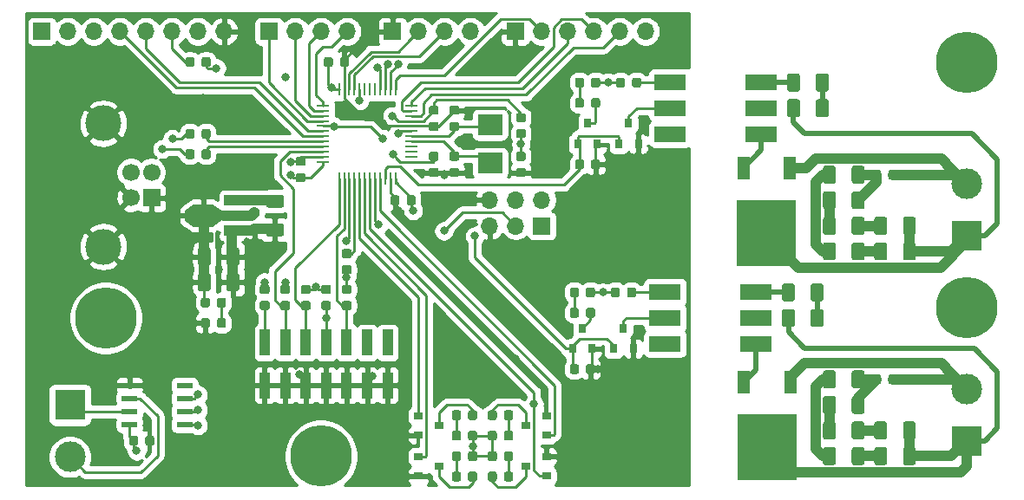
<source format=gbr>
G04 #@! TF.GenerationSoftware,KiCad,Pcbnew,5.1.5+dfsg1-2~bpo10+1*
G04 #@! TF.CreationDate,2020-05-02T00:01:12+02:00*
G04 #@! TF.ProjectId,reflow-controller,7265666c-6f77-42d6-936f-6e74726f6c6c,rev?*
G04 #@! TF.SameCoordinates,Original*
G04 #@! TF.FileFunction,Copper,L1,Top*
G04 #@! TF.FilePolarity,Positive*
%FSLAX46Y46*%
G04 Gerber Fmt 4.6, Leading zero omitted, Abs format (unit mm)*
G04 Created by KiCad (PCBNEW 5.1.5+dfsg1-2~bpo10+1) date 2020-05-02 00:01:12*
%MOMM*%
%LPD*%
G04 APERTURE LIST*
%ADD10C,6.000000*%
%ADD11C,0.800000*%
%ADD12R,0.250000X1.300000*%
%ADD13R,1.300000X0.250000*%
%ADD14O,1.700000X1.700000*%
%ADD15R,1.700000X1.700000*%
%ADD16R,2.400000X2.000000*%
%ADD17R,3.100000X1.600000*%
%ADD18R,1.550000X0.600000*%
%ADD19C,0.100000*%
%ADD20R,1.840000X2.200000*%
%ADD21R,1.500000X1.000000*%
%ADD22R,1.800000X1.000000*%
%ADD23R,0.800000X0.900000*%
%ADD24R,0.900000X0.800000*%
%ADD25C,3.000000*%
%ADD26R,3.000000X3.000000*%
%ADD27C,3.500000*%
%ADD28C,1.700000*%
%ADD29R,1.000000X2.580000*%
%ADD30R,5.800000X6.400000*%
%ADD31R,1.200000X2.200000*%
%ADD32C,0.250000*%
%ADD33C,1.000000*%
%ADD34C,0.500000*%
%ADD35C,0.254000*%
G04 APERTURE END LIST*
D10*
X145500000Y-152000000D03*
D11*
X147750000Y-152000000D03*
X147090990Y-153590990D03*
X145500000Y-154250000D03*
X143909010Y-153590990D03*
X143250000Y-152000000D03*
X143909010Y-150409010D03*
X145500000Y-149750000D03*
X147090990Y-150409010D03*
X126090990Y-136909010D03*
X124500000Y-136250000D03*
X122909010Y-136909010D03*
X122250000Y-138500000D03*
X122909010Y-140090990D03*
X124500000Y-140750000D03*
X126090990Y-140090990D03*
X126750000Y-138500000D03*
D10*
X124500000Y-138500000D03*
X208500000Y-113500000D03*
D11*
X210750000Y-113500000D03*
X210090990Y-115090990D03*
X208500000Y-115750000D03*
X206909010Y-115090990D03*
X206250000Y-113500000D03*
X206909010Y-111909010D03*
X208500000Y-111250000D03*
X210090990Y-111909010D03*
X210090990Y-135909010D03*
X208500000Y-135250000D03*
X206909010Y-135909010D03*
X206250000Y-137500000D03*
X206909010Y-139090990D03*
X208500000Y-139750000D03*
X210090990Y-139090990D03*
X210750000Y-137500000D03*
D10*
X208500000Y-137500000D03*
D12*
X152750000Y-124850000D03*
X152250000Y-124850000D03*
X151750000Y-124850000D03*
X151250000Y-124850000D03*
X150750000Y-124850000D03*
X150250000Y-124850000D03*
X149750000Y-124850000D03*
X149250000Y-124850000D03*
X148750000Y-124850000D03*
X148250000Y-124850000D03*
X147750000Y-124850000D03*
X147250000Y-124850000D03*
D13*
X145650000Y-123250000D03*
X145650000Y-122750000D03*
X145650000Y-122250000D03*
X145650000Y-121750000D03*
X145650000Y-121250000D03*
X145650000Y-120750000D03*
X145650000Y-120250000D03*
X145650000Y-119750000D03*
X145650000Y-119250000D03*
X145650000Y-118750000D03*
X145650000Y-118250000D03*
X145650000Y-117750000D03*
D12*
X147250000Y-116150000D03*
X147750000Y-116150000D03*
X148250000Y-116150000D03*
X148750000Y-116150000D03*
X149250000Y-116150000D03*
X149750000Y-116150000D03*
X150250000Y-116150000D03*
X150750000Y-116150000D03*
X151250000Y-116150000D03*
X151750000Y-116150000D03*
X152250000Y-116150000D03*
X152750000Y-116150000D03*
D13*
X154350000Y-117750000D03*
X154350000Y-118250000D03*
X154350000Y-118750000D03*
X154350000Y-119250000D03*
X154350000Y-119750000D03*
X154350000Y-120250000D03*
X154350000Y-120750000D03*
X154350000Y-121250000D03*
X154350000Y-121750000D03*
X154350000Y-122250000D03*
X154350000Y-122750000D03*
X154350000Y-123250000D03*
D14*
X161960000Y-126960000D03*
X161960000Y-129500000D03*
X164500000Y-126960000D03*
X164500000Y-129500000D03*
X167040000Y-126960000D03*
D15*
X167040000Y-129500000D03*
D16*
X162000000Y-119650000D03*
X162000000Y-123350000D03*
D17*
X188445000Y-115460000D03*
X179555000Y-120540000D03*
X188445000Y-118000000D03*
X179555000Y-118000000D03*
X188445000Y-120540000D03*
X179555000Y-115460000D03*
X187945000Y-135960000D03*
X179055000Y-141040000D03*
X187945000Y-138500000D03*
X179055000Y-138500000D03*
X187945000Y-141040000D03*
X179055000Y-135960000D03*
D18*
X132200000Y-145095000D03*
X132200000Y-146365000D03*
X132200000Y-147635000D03*
X132200000Y-148905000D03*
X126800000Y-148905000D03*
X126800000Y-147635000D03*
X126800000Y-146365000D03*
X126800000Y-145095000D03*
G04 #@! TA.AperFunction,SMDPad,CuDef*
D19*
G36*
X134909700Y-127400000D02*
G01*
X135909700Y-128100000D01*
X135909700Y-128900000D01*
X134909700Y-129600000D01*
X134909700Y-127400000D01*
G37*
G04 #@! TD.AperFunction*
D20*
X134000000Y-128500000D03*
D21*
X136813500Y-127000000D03*
D22*
X136667000Y-128500000D03*
D21*
X136813500Y-130000000D03*
G04 #@! TA.AperFunction,SMDPad,CuDef*
D19*
G36*
X133091500Y-129600000D02*
G01*
X132241500Y-129000000D01*
X132241500Y-128000000D01*
X133091500Y-127400000D01*
X133091500Y-129600000D01*
G37*
G04 #@! TD.AperFunction*
G04 #@! TA.AperFunction,SMDPad,CuDef*
G36*
X198299504Y-123626204D02*
G01*
X198323773Y-123629804D01*
X198347571Y-123635765D01*
X198370671Y-123644030D01*
X198392849Y-123654520D01*
X198413893Y-123667133D01*
X198433598Y-123681747D01*
X198451777Y-123698223D01*
X198468253Y-123716402D01*
X198482867Y-123736107D01*
X198495480Y-123757151D01*
X198505970Y-123779329D01*
X198514235Y-123802429D01*
X198520196Y-123826227D01*
X198523796Y-123850496D01*
X198525000Y-123875000D01*
X198525000Y-125125000D01*
X198523796Y-125149504D01*
X198520196Y-125173773D01*
X198514235Y-125197571D01*
X198505970Y-125220671D01*
X198495480Y-125242849D01*
X198482867Y-125263893D01*
X198468253Y-125283598D01*
X198451777Y-125301777D01*
X198433598Y-125318253D01*
X198413893Y-125332867D01*
X198392849Y-125345480D01*
X198370671Y-125355970D01*
X198347571Y-125364235D01*
X198323773Y-125370196D01*
X198299504Y-125373796D01*
X198275000Y-125375000D01*
X197525000Y-125375000D01*
X197500496Y-125373796D01*
X197476227Y-125370196D01*
X197452429Y-125364235D01*
X197429329Y-125355970D01*
X197407151Y-125345480D01*
X197386107Y-125332867D01*
X197366402Y-125318253D01*
X197348223Y-125301777D01*
X197331747Y-125283598D01*
X197317133Y-125263893D01*
X197304520Y-125242849D01*
X197294030Y-125220671D01*
X197285765Y-125197571D01*
X197279804Y-125173773D01*
X197276204Y-125149504D01*
X197275000Y-125125000D01*
X197275000Y-123875000D01*
X197276204Y-123850496D01*
X197279804Y-123826227D01*
X197285765Y-123802429D01*
X197294030Y-123779329D01*
X197304520Y-123757151D01*
X197317133Y-123736107D01*
X197331747Y-123716402D01*
X197348223Y-123698223D01*
X197366402Y-123681747D01*
X197386107Y-123667133D01*
X197407151Y-123654520D01*
X197429329Y-123644030D01*
X197452429Y-123635765D01*
X197476227Y-123629804D01*
X197500496Y-123626204D01*
X197525000Y-123625000D01*
X198275000Y-123625000D01*
X198299504Y-123626204D01*
G37*
G04 #@! TD.AperFunction*
G04 #@! TA.AperFunction,SMDPad,CuDef*
G36*
X195499504Y-123626204D02*
G01*
X195523773Y-123629804D01*
X195547571Y-123635765D01*
X195570671Y-123644030D01*
X195592849Y-123654520D01*
X195613893Y-123667133D01*
X195633598Y-123681747D01*
X195651777Y-123698223D01*
X195668253Y-123716402D01*
X195682867Y-123736107D01*
X195695480Y-123757151D01*
X195705970Y-123779329D01*
X195714235Y-123802429D01*
X195720196Y-123826227D01*
X195723796Y-123850496D01*
X195725000Y-123875000D01*
X195725000Y-125125000D01*
X195723796Y-125149504D01*
X195720196Y-125173773D01*
X195714235Y-125197571D01*
X195705970Y-125220671D01*
X195695480Y-125242849D01*
X195682867Y-125263893D01*
X195668253Y-125283598D01*
X195651777Y-125301777D01*
X195633598Y-125318253D01*
X195613893Y-125332867D01*
X195592849Y-125345480D01*
X195570671Y-125355970D01*
X195547571Y-125364235D01*
X195523773Y-125370196D01*
X195499504Y-125373796D01*
X195475000Y-125375000D01*
X194725000Y-125375000D01*
X194700496Y-125373796D01*
X194676227Y-125370196D01*
X194652429Y-125364235D01*
X194629329Y-125355970D01*
X194607151Y-125345480D01*
X194586107Y-125332867D01*
X194566402Y-125318253D01*
X194548223Y-125301777D01*
X194531747Y-125283598D01*
X194517133Y-125263893D01*
X194504520Y-125242849D01*
X194494030Y-125220671D01*
X194485765Y-125197571D01*
X194479804Y-125173773D01*
X194476204Y-125149504D01*
X194475000Y-125125000D01*
X194475000Y-123875000D01*
X194476204Y-123850496D01*
X194479804Y-123826227D01*
X194485765Y-123802429D01*
X194494030Y-123779329D01*
X194504520Y-123757151D01*
X194517133Y-123736107D01*
X194531747Y-123716402D01*
X194548223Y-123698223D01*
X194566402Y-123681747D01*
X194586107Y-123667133D01*
X194607151Y-123654520D01*
X194629329Y-123644030D01*
X194652429Y-123635765D01*
X194676227Y-123629804D01*
X194700496Y-123626204D01*
X194725000Y-123625000D01*
X195475000Y-123625000D01*
X195499504Y-123626204D01*
G37*
G04 #@! TD.AperFunction*
G04 #@! TA.AperFunction,SMDPad,CuDef*
G36*
X195499504Y-131126204D02*
G01*
X195523773Y-131129804D01*
X195547571Y-131135765D01*
X195570671Y-131144030D01*
X195592849Y-131154520D01*
X195613893Y-131167133D01*
X195633598Y-131181747D01*
X195651777Y-131198223D01*
X195668253Y-131216402D01*
X195682867Y-131236107D01*
X195695480Y-131257151D01*
X195705970Y-131279329D01*
X195714235Y-131302429D01*
X195720196Y-131326227D01*
X195723796Y-131350496D01*
X195725000Y-131375000D01*
X195725000Y-132625000D01*
X195723796Y-132649504D01*
X195720196Y-132673773D01*
X195714235Y-132697571D01*
X195705970Y-132720671D01*
X195695480Y-132742849D01*
X195682867Y-132763893D01*
X195668253Y-132783598D01*
X195651777Y-132801777D01*
X195633598Y-132818253D01*
X195613893Y-132832867D01*
X195592849Y-132845480D01*
X195570671Y-132855970D01*
X195547571Y-132864235D01*
X195523773Y-132870196D01*
X195499504Y-132873796D01*
X195475000Y-132875000D01*
X194725000Y-132875000D01*
X194700496Y-132873796D01*
X194676227Y-132870196D01*
X194652429Y-132864235D01*
X194629329Y-132855970D01*
X194607151Y-132845480D01*
X194586107Y-132832867D01*
X194566402Y-132818253D01*
X194548223Y-132801777D01*
X194531747Y-132783598D01*
X194517133Y-132763893D01*
X194504520Y-132742849D01*
X194494030Y-132720671D01*
X194485765Y-132697571D01*
X194479804Y-132673773D01*
X194476204Y-132649504D01*
X194475000Y-132625000D01*
X194475000Y-131375000D01*
X194476204Y-131350496D01*
X194479804Y-131326227D01*
X194485765Y-131302429D01*
X194494030Y-131279329D01*
X194504520Y-131257151D01*
X194517133Y-131236107D01*
X194531747Y-131216402D01*
X194548223Y-131198223D01*
X194566402Y-131181747D01*
X194586107Y-131167133D01*
X194607151Y-131154520D01*
X194629329Y-131144030D01*
X194652429Y-131135765D01*
X194676227Y-131129804D01*
X194700496Y-131126204D01*
X194725000Y-131125000D01*
X195475000Y-131125000D01*
X195499504Y-131126204D01*
G37*
G04 #@! TD.AperFunction*
G04 #@! TA.AperFunction,SMDPad,CuDef*
G36*
X198299504Y-131126204D02*
G01*
X198323773Y-131129804D01*
X198347571Y-131135765D01*
X198370671Y-131144030D01*
X198392849Y-131154520D01*
X198413893Y-131167133D01*
X198433598Y-131181747D01*
X198451777Y-131198223D01*
X198468253Y-131216402D01*
X198482867Y-131236107D01*
X198495480Y-131257151D01*
X198505970Y-131279329D01*
X198514235Y-131302429D01*
X198520196Y-131326227D01*
X198523796Y-131350496D01*
X198525000Y-131375000D01*
X198525000Y-132625000D01*
X198523796Y-132649504D01*
X198520196Y-132673773D01*
X198514235Y-132697571D01*
X198505970Y-132720671D01*
X198495480Y-132742849D01*
X198482867Y-132763893D01*
X198468253Y-132783598D01*
X198451777Y-132801777D01*
X198433598Y-132818253D01*
X198413893Y-132832867D01*
X198392849Y-132845480D01*
X198370671Y-132855970D01*
X198347571Y-132864235D01*
X198323773Y-132870196D01*
X198299504Y-132873796D01*
X198275000Y-132875000D01*
X197525000Y-132875000D01*
X197500496Y-132873796D01*
X197476227Y-132870196D01*
X197452429Y-132864235D01*
X197429329Y-132855970D01*
X197407151Y-132845480D01*
X197386107Y-132832867D01*
X197366402Y-132818253D01*
X197348223Y-132801777D01*
X197331747Y-132783598D01*
X197317133Y-132763893D01*
X197304520Y-132742849D01*
X197294030Y-132720671D01*
X197285765Y-132697571D01*
X197279804Y-132673773D01*
X197276204Y-132649504D01*
X197275000Y-132625000D01*
X197275000Y-131375000D01*
X197276204Y-131350496D01*
X197279804Y-131326227D01*
X197285765Y-131302429D01*
X197294030Y-131279329D01*
X197304520Y-131257151D01*
X197317133Y-131236107D01*
X197331747Y-131216402D01*
X197348223Y-131198223D01*
X197366402Y-131181747D01*
X197386107Y-131167133D01*
X197407151Y-131154520D01*
X197429329Y-131144030D01*
X197452429Y-131135765D01*
X197476227Y-131129804D01*
X197500496Y-131126204D01*
X197525000Y-131125000D01*
X198275000Y-131125000D01*
X198299504Y-131126204D01*
G37*
G04 #@! TD.AperFunction*
G04 #@! TA.AperFunction,SMDPad,CuDef*
G36*
X200499504Y-131126204D02*
G01*
X200523773Y-131129804D01*
X200547571Y-131135765D01*
X200570671Y-131144030D01*
X200592849Y-131154520D01*
X200613893Y-131167133D01*
X200633598Y-131181747D01*
X200651777Y-131198223D01*
X200668253Y-131216402D01*
X200682867Y-131236107D01*
X200695480Y-131257151D01*
X200705970Y-131279329D01*
X200714235Y-131302429D01*
X200720196Y-131326227D01*
X200723796Y-131350496D01*
X200725000Y-131375000D01*
X200725000Y-132625000D01*
X200723796Y-132649504D01*
X200720196Y-132673773D01*
X200714235Y-132697571D01*
X200705970Y-132720671D01*
X200695480Y-132742849D01*
X200682867Y-132763893D01*
X200668253Y-132783598D01*
X200651777Y-132801777D01*
X200633598Y-132818253D01*
X200613893Y-132832867D01*
X200592849Y-132845480D01*
X200570671Y-132855970D01*
X200547571Y-132864235D01*
X200523773Y-132870196D01*
X200499504Y-132873796D01*
X200475000Y-132875000D01*
X199725000Y-132875000D01*
X199700496Y-132873796D01*
X199676227Y-132870196D01*
X199652429Y-132864235D01*
X199629329Y-132855970D01*
X199607151Y-132845480D01*
X199586107Y-132832867D01*
X199566402Y-132818253D01*
X199548223Y-132801777D01*
X199531747Y-132783598D01*
X199517133Y-132763893D01*
X199504520Y-132742849D01*
X199494030Y-132720671D01*
X199485765Y-132697571D01*
X199479804Y-132673773D01*
X199476204Y-132649504D01*
X199475000Y-132625000D01*
X199475000Y-131375000D01*
X199476204Y-131350496D01*
X199479804Y-131326227D01*
X199485765Y-131302429D01*
X199494030Y-131279329D01*
X199504520Y-131257151D01*
X199517133Y-131236107D01*
X199531747Y-131216402D01*
X199548223Y-131198223D01*
X199566402Y-131181747D01*
X199586107Y-131167133D01*
X199607151Y-131154520D01*
X199629329Y-131144030D01*
X199652429Y-131135765D01*
X199676227Y-131129804D01*
X199700496Y-131126204D01*
X199725000Y-131125000D01*
X200475000Y-131125000D01*
X200499504Y-131126204D01*
G37*
G04 #@! TD.AperFunction*
G04 #@! TA.AperFunction,SMDPad,CuDef*
G36*
X203299504Y-131126204D02*
G01*
X203323773Y-131129804D01*
X203347571Y-131135765D01*
X203370671Y-131144030D01*
X203392849Y-131154520D01*
X203413893Y-131167133D01*
X203433598Y-131181747D01*
X203451777Y-131198223D01*
X203468253Y-131216402D01*
X203482867Y-131236107D01*
X203495480Y-131257151D01*
X203505970Y-131279329D01*
X203514235Y-131302429D01*
X203520196Y-131326227D01*
X203523796Y-131350496D01*
X203525000Y-131375000D01*
X203525000Y-132625000D01*
X203523796Y-132649504D01*
X203520196Y-132673773D01*
X203514235Y-132697571D01*
X203505970Y-132720671D01*
X203495480Y-132742849D01*
X203482867Y-132763893D01*
X203468253Y-132783598D01*
X203451777Y-132801777D01*
X203433598Y-132818253D01*
X203413893Y-132832867D01*
X203392849Y-132845480D01*
X203370671Y-132855970D01*
X203347571Y-132864235D01*
X203323773Y-132870196D01*
X203299504Y-132873796D01*
X203275000Y-132875000D01*
X202525000Y-132875000D01*
X202500496Y-132873796D01*
X202476227Y-132870196D01*
X202452429Y-132864235D01*
X202429329Y-132855970D01*
X202407151Y-132845480D01*
X202386107Y-132832867D01*
X202366402Y-132818253D01*
X202348223Y-132801777D01*
X202331747Y-132783598D01*
X202317133Y-132763893D01*
X202304520Y-132742849D01*
X202294030Y-132720671D01*
X202285765Y-132697571D01*
X202279804Y-132673773D01*
X202276204Y-132649504D01*
X202275000Y-132625000D01*
X202275000Y-131375000D01*
X202276204Y-131350496D01*
X202279804Y-131326227D01*
X202285765Y-131302429D01*
X202294030Y-131279329D01*
X202304520Y-131257151D01*
X202317133Y-131236107D01*
X202331747Y-131216402D01*
X202348223Y-131198223D01*
X202366402Y-131181747D01*
X202386107Y-131167133D01*
X202407151Y-131154520D01*
X202429329Y-131144030D01*
X202452429Y-131135765D01*
X202476227Y-131129804D01*
X202500496Y-131126204D01*
X202525000Y-131125000D01*
X203275000Y-131125000D01*
X203299504Y-131126204D01*
G37*
G04 #@! TD.AperFunction*
G04 #@! TA.AperFunction,SMDPad,CuDef*
G36*
X198299504Y-143626204D02*
G01*
X198323773Y-143629804D01*
X198347571Y-143635765D01*
X198370671Y-143644030D01*
X198392849Y-143654520D01*
X198413893Y-143667133D01*
X198433598Y-143681747D01*
X198451777Y-143698223D01*
X198468253Y-143716402D01*
X198482867Y-143736107D01*
X198495480Y-143757151D01*
X198505970Y-143779329D01*
X198514235Y-143802429D01*
X198520196Y-143826227D01*
X198523796Y-143850496D01*
X198525000Y-143875000D01*
X198525000Y-145125000D01*
X198523796Y-145149504D01*
X198520196Y-145173773D01*
X198514235Y-145197571D01*
X198505970Y-145220671D01*
X198495480Y-145242849D01*
X198482867Y-145263893D01*
X198468253Y-145283598D01*
X198451777Y-145301777D01*
X198433598Y-145318253D01*
X198413893Y-145332867D01*
X198392849Y-145345480D01*
X198370671Y-145355970D01*
X198347571Y-145364235D01*
X198323773Y-145370196D01*
X198299504Y-145373796D01*
X198275000Y-145375000D01*
X197525000Y-145375000D01*
X197500496Y-145373796D01*
X197476227Y-145370196D01*
X197452429Y-145364235D01*
X197429329Y-145355970D01*
X197407151Y-145345480D01*
X197386107Y-145332867D01*
X197366402Y-145318253D01*
X197348223Y-145301777D01*
X197331747Y-145283598D01*
X197317133Y-145263893D01*
X197304520Y-145242849D01*
X197294030Y-145220671D01*
X197285765Y-145197571D01*
X197279804Y-145173773D01*
X197276204Y-145149504D01*
X197275000Y-145125000D01*
X197275000Y-143875000D01*
X197276204Y-143850496D01*
X197279804Y-143826227D01*
X197285765Y-143802429D01*
X197294030Y-143779329D01*
X197304520Y-143757151D01*
X197317133Y-143736107D01*
X197331747Y-143716402D01*
X197348223Y-143698223D01*
X197366402Y-143681747D01*
X197386107Y-143667133D01*
X197407151Y-143654520D01*
X197429329Y-143644030D01*
X197452429Y-143635765D01*
X197476227Y-143629804D01*
X197500496Y-143626204D01*
X197525000Y-143625000D01*
X198275000Y-143625000D01*
X198299504Y-143626204D01*
G37*
G04 #@! TD.AperFunction*
G04 #@! TA.AperFunction,SMDPad,CuDef*
G36*
X195499504Y-143626204D02*
G01*
X195523773Y-143629804D01*
X195547571Y-143635765D01*
X195570671Y-143644030D01*
X195592849Y-143654520D01*
X195613893Y-143667133D01*
X195633598Y-143681747D01*
X195651777Y-143698223D01*
X195668253Y-143716402D01*
X195682867Y-143736107D01*
X195695480Y-143757151D01*
X195705970Y-143779329D01*
X195714235Y-143802429D01*
X195720196Y-143826227D01*
X195723796Y-143850496D01*
X195725000Y-143875000D01*
X195725000Y-145125000D01*
X195723796Y-145149504D01*
X195720196Y-145173773D01*
X195714235Y-145197571D01*
X195705970Y-145220671D01*
X195695480Y-145242849D01*
X195682867Y-145263893D01*
X195668253Y-145283598D01*
X195651777Y-145301777D01*
X195633598Y-145318253D01*
X195613893Y-145332867D01*
X195592849Y-145345480D01*
X195570671Y-145355970D01*
X195547571Y-145364235D01*
X195523773Y-145370196D01*
X195499504Y-145373796D01*
X195475000Y-145375000D01*
X194725000Y-145375000D01*
X194700496Y-145373796D01*
X194676227Y-145370196D01*
X194652429Y-145364235D01*
X194629329Y-145355970D01*
X194607151Y-145345480D01*
X194586107Y-145332867D01*
X194566402Y-145318253D01*
X194548223Y-145301777D01*
X194531747Y-145283598D01*
X194517133Y-145263893D01*
X194504520Y-145242849D01*
X194494030Y-145220671D01*
X194485765Y-145197571D01*
X194479804Y-145173773D01*
X194476204Y-145149504D01*
X194475000Y-145125000D01*
X194475000Y-143875000D01*
X194476204Y-143850496D01*
X194479804Y-143826227D01*
X194485765Y-143802429D01*
X194494030Y-143779329D01*
X194504520Y-143757151D01*
X194517133Y-143736107D01*
X194531747Y-143716402D01*
X194548223Y-143698223D01*
X194566402Y-143681747D01*
X194586107Y-143667133D01*
X194607151Y-143654520D01*
X194629329Y-143644030D01*
X194652429Y-143635765D01*
X194676227Y-143629804D01*
X194700496Y-143626204D01*
X194725000Y-143625000D01*
X195475000Y-143625000D01*
X195499504Y-143626204D01*
G37*
G04 #@! TD.AperFunction*
G04 #@! TA.AperFunction,SMDPad,CuDef*
G36*
X195499504Y-151126204D02*
G01*
X195523773Y-151129804D01*
X195547571Y-151135765D01*
X195570671Y-151144030D01*
X195592849Y-151154520D01*
X195613893Y-151167133D01*
X195633598Y-151181747D01*
X195651777Y-151198223D01*
X195668253Y-151216402D01*
X195682867Y-151236107D01*
X195695480Y-151257151D01*
X195705970Y-151279329D01*
X195714235Y-151302429D01*
X195720196Y-151326227D01*
X195723796Y-151350496D01*
X195725000Y-151375000D01*
X195725000Y-152625000D01*
X195723796Y-152649504D01*
X195720196Y-152673773D01*
X195714235Y-152697571D01*
X195705970Y-152720671D01*
X195695480Y-152742849D01*
X195682867Y-152763893D01*
X195668253Y-152783598D01*
X195651777Y-152801777D01*
X195633598Y-152818253D01*
X195613893Y-152832867D01*
X195592849Y-152845480D01*
X195570671Y-152855970D01*
X195547571Y-152864235D01*
X195523773Y-152870196D01*
X195499504Y-152873796D01*
X195475000Y-152875000D01*
X194725000Y-152875000D01*
X194700496Y-152873796D01*
X194676227Y-152870196D01*
X194652429Y-152864235D01*
X194629329Y-152855970D01*
X194607151Y-152845480D01*
X194586107Y-152832867D01*
X194566402Y-152818253D01*
X194548223Y-152801777D01*
X194531747Y-152783598D01*
X194517133Y-152763893D01*
X194504520Y-152742849D01*
X194494030Y-152720671D01*
X194485765Y-152697571D01*
X194479804Y-152673773D01*
X194476204Y-152649504D01*
X194475000Y-152625000D01*
X194475000Y-151375000D01*
X194476204Y-151350496D01*
X194479804Y-151326227D01*
X194485765Y-151302429D01*
X194494030Y-151279329D01*
X194504520Y-151257151D01*
X194517133Y-151236107D01*
X194531747Y-151216402D01*
X194548223Y-151198223D01*
X194566402Y-151181747D01*
X194586107Y-151167133D01*
X194607151Y-151154520D01*
X194629329Y-151144030D01*
X194652429Y-151135765D01*
X194676227Y-151129804D01*
X194700496Y-151126204D01*
X194725000Y-151125000D01*
X195475000Y-151125000D01*
X195499504Y-151126204D01*
G37*
G04 #@! TD.AperFunction*
G04 #@! TA.AperFunction,SMDPad,CuDef*
G36*
X198299504Y-151126204D02*
G01*
X198323773Y-151129804D01*
X198347571Y-151135765D01*
X198370671Y-151144030D01*
X198392849Y-151154520D01*
X198413893Y-151167133D01*
X198433598Y-151181747D01*
X198451777Y-151198223D01*
X198468253Y-151216402D01*
X198482867Y-151236107D01*
X198495480Y-151257151D01*
X198505970Y-151279329D01*
X198514235Y-151302429D01*
X198520196Y-151326227D01*
X198523796Y-151350496D01*
X198525000Y-151375000D01*
X198525000Y-152625000D01*
X198523796Y-152649504D01*
X198520196Y-152673773D01*
X198514235Y-152697571D01*
X198505970Y-152720671D01*
X198495480Y-152742849D01*
X198482867Y-152763893D01*
X198468253Y-152783598D01*
X198451777Y-152801777D01*
X198433598Y-152818253D01*
X198413893Y-152832867D01*
X198392849Y-152845480D01*
X198370671Y-152855970D01*
X198347571Y-152864235D01*
X198323773Y-152870196D01*
X198299504Y-152873796D01*
X198275000Y-152875000D01*
X197525000Y-152875000D01*
X197500496Y-152873796D01*
X197476227Y-152870196D01*
X197452429Y-152864235D01*
X197429329Y-152855970D01*
X197407151Y-152845480D01*
X197386107Y-152832867D01*
X197366402Y-152818253D01*
X197348223Y-152801777D01*
X197331747Y-152783598D01*
X197317133Y-152763893D01*
X197304520Y-152742849D01*
X197294030Y-152720671D01*
X197285765Y-152697571D01*
X197279804Y-152673773D01*
X197276204Y-152649504D01*
X197275000Y-152625000D01*
X197275000Y-151375000D01*
X197276204Y-151350496D01*
X197279804Y-151326227D01*
X197285765Y-151302429D01*
X197294030Y-151279329D01*
X197304520Y-151257151D01*
X197317133Y-151236107D01*
X197331747Y-151216402D01*
X197348223Y-151198223D01*
X197366402Y-151181747D01*
X197386107Y-151167133D01*
X197407151Y-151154520D01*
X197429329Y-151144030D01*
X197452429Y-151135765D01*
X197476227Y-151129804D01*
X197500496Y-151126204D01*
X197525000Y-151125000D01*
X198275000Y-151125000D01*
X198299504Y-151126204D01*
G37*
G04 #@! TD.AperFunction*
G04 #@! TA.AperFunction,SMDPad,CuDef*
G36*
X200499504Y-151126204D02*
G01*
X200523773Y-151129804D01*
X200547571Y-151135765D01*
X200570671Y-151144030D01*
X200592849Y-151154520D01*
X200613893Y-151167133D01*
X200633598Y-151181747D01*
X200651777Y-151198223D01*
X200668253Y-151216402D01*
X200682867Y-151236107D01*
X200695480Y-151257151D01*
X200705970Y-151279329D01*
X200714235Y-151302429D01*
X200720196Y-151326227D01*
X200723796Y-151350496D01*
X200725000Y-151375000D01*
X200725000Y-152625000D01*
X200723796Y-152649504D01*
X200720196Y-152673773D01*
X200714235Y-152697571D01*
X200705970Y-152720671D01*
X200695480Y-152742849D01*
X200682867Y-152763893D01*
X200668253Y-152783598D01*
X200651777Y-152801777D01*
X200633598Y-152818253D01*
X200613893Y-152832867D01*
X200592849Y-152845480D01*
X200570671Y-152855970D01*
X200547571Y-152864235D01*
X200523773Y-152870196D01*
X200499504Y-152873796D01*
X200475000Y-152875000D01*
X199725000Y-152875000D01*
X199700496Y-152873796D01*
X199676227Y-152870196D01*
X199652429Y-152864235D01*
X199629329Y-152855970D01*
X199607151Y-152845480D01*
X199586107Y-152832867D01*
X199566402Y-152818253D01*
X199548223Y-152801777D01*
X199531747Y-152783598D01*
X199517133Y-152763893D01*
X199504520Y-152742849D01*
X199494030Y-152720671D01*
X199485765Y-152697571D01*
X199479804Y-152673773D01*
X199476204Y-152649504D01*
X199475000Y-152625000D01*
X199475000Y-151375000D01*
X199476204Y-151350496D01*
X199479804Y-151326227D01*
X199485765Y-151302429D01*
X199494030Y-151279329D01*
X199504520Y-151257151D01*
X199517133Y-151236107D01*
X199531747Y-151216402D01*
X199548223Y-151198223D01*
X199566402Y-151181747D01*
X199586107Y-151167133D01*
X199607151Y-151154520D01*
X199629329Y-151144030D01*
X199652429Y-151135765D01*
X199676227Y-151129804D01*
X199700496Y-151126204D01*
X199725000Y-151125000D01*
X200475000Y-151125000D01*
X200499504Y-151126204D01*
G37*
G04 #@! TD.AperFunction*
G04 #@! TA.AperFunction,SMDPad,CuDef*
G36*
X203299504Y-151126204D02*
G01*
X203323773Y-151129804D01*
X203347571Y-151135765D01*
X203370671Y-151144030D01*
X203392849Y-151154520D01*
X203413893Y-151167133D01*
X203433598Y-151181747D01*
X203451777Y-151198223D01*
X203468253Y-151216402D01*
X203482867Y-151236107D01*
X203495480Y-151257151D01*
X203505970Y-151279329D01*
X203514235Y-151302429D01*
X203520196Y-151326227D01*
X203523796Y-151350496D01*
X203525000Y-151375000D01*
X203525000Y-152625000D01*
X203523796Y-152649504D01*
X203520196Y-152673773D01*
X203514235Y-152697571D01*
X203505970Y-152720671D01*
X203495480Y-152742849D01*
X203482867Y-152763893D01*
X203468253Y-152783598D01*
X203451777Y-152801777D01*
X203433598Y-152818253D01*
X203413893Y-152832867D01*
X203392849Y-152845480D01*
X203370671Y-152855970D01*
X203347571Y-152864235D01*
X203323773Y-152870196D01*
X203299504Y-152873796D01*
X203275000Y-152875000D01*
X202525000Y-152875000D01*
X202500496Y-152873796D01*
X202476227Y-152870196D01*
X202452429Y-152864235D01*
X202429329Y-152855970D01*
X202407151Y-152845480D01*
X202386107Y-152832867D01*
X202366402Y-152818253D01*
X202348223Y-152801777D01*
X202331747Y-152783598D01*
X202317133Y-152763893D01*
X202304520Y-152742849D01*
X202294030Y-152720671D01*
X202285765Y-152697571D01*
X202279804Y-152673773D01*
X202276204Y-152649504D01*
X202275000Y-152625000D01*
X202275000Y-151375000D01*
X202276204Y-151350496D01*
X202279804Y-151326227D01*
X202285765Y-151302429D01*
X202294030Y-151279329D01*
X202304520Y-151257151D01*
X202317133Y-151236107D01*
X202331747Y-151216402D01*
X202348223Y-151198223D01*
X202366402Y-151181747D01*
X202386107Y-151167133D01*
X202407151Y-151154520D01*
X202429329Y-151144030D01*
X202452429Y-151135765D01*
X202476227Y-151129804D01*
X202500496Y-151126204D01*
X202525000Y-151125000D01*
X203275000Y-151125000D01*
X203299504Y-151126204D01*
G37*
G04 #@! TD.AperFunction*
G04 #@! TA.AperFunction,SMDPad,CuDef*
G36*
X198299504Y-126126204D02*
G01*
X198323773Y-126129804D01*
X198347571Y-126135765D01*
X198370671Y-126144030D01*
X198392849Y-126154520D01*
X198413893Y-126167133D01*
X198433598Y-126181747D01*
X198451777Y-126198223D01*
X198468253Y-126216402D01*
X198482867Y-126236107D01*
X198495480Y-126257151D01*
X198505970Y-126279329D01*
X198514235Y-126302429D01*
X198520196Y-126326227D01*
X198523796Y-126350496D01*
X198525000Y-126375000D01*
X198525000Y-127625000D01*
X198523796Y-127649504D01*
X198520196Y-127673773D01*
X198514235Y-127697571D01*
X198505970Y-127720671D01*
X198495480Y-127742849D01*
X198482867Y-127763893D01*
X198468253Y-127783598D01*
X198451777Y-127801777D01*
X198433598Y-127818253D01*
X198413893Y-127832867D01*
X198392849Y-127845480D01*
X198370671Y-127855970D01*
X198347571Y-127864235D01*
X198323773Y-127870196D01*
X198299504Y-127873796D01*
X198275000Y-127875000D01*
X197525000Y-127875000D01*
X197500496Y-127873796D01*
X197476227Y-127870196D01*
X197452429Y-127864235D01*
X197429329Y-127855970D01*
X197407151Y-127845480D01*
X197386107Y-127832867D01*
X197366402Y-127818253D01*
X197348223Y-127801777D01*
X197331747Y-127783598D01*
X197317133Y-127763893D01*
X197304520Y-127742849D01*
X197294030Y-127720671D01*
X197285765Y-127697571D01*
X197279804Y-127673773D01*
X197276204Y-127649504D01*
X197275000Y-127625000D01*
X197275000Y-126375000D01*
X197276204Y-126350496D01*
X197279804Y-126326227D01*
X197285765Y-126302429D01*
X197294030Y-126279329D01*
X197304520Y-126257151D01*
X197317133Y-126236107D01*
X197331747Y-126216402D01*
X197348223Y-126198223D01*
X197366402Y-126181747D01*
X197386107Y-126167133D01*
X197407151Y-126154520D01*
X197429329Y-126144030D01*
X197452429Y-126135765D01*
X197476227Y-126129804D01*
X197500496Y-126126204D01*
X197525000Y-126125000D01*
X198275000Y-126125000D01*
X198299504Y-126126204D01*
G37*
G04 #@! TD.AperFunction*
G04 #@! TA.AperFunction,SMDPad,CuDef*
G36*
X195499504Y-126126204D02*
G01*
X195523773Y-126129804D01*
X195547571Y-126135765D01*
X195570671Y-126144030D01*
X195592849Y-126154520D01*
X195613893Y-126167133D01*
X195633598Y-126181747D01*
X195651777Y-126198223D01*
X195668253Y-126216402D01*
X195682867Y-126236107D01*
X195695480Y-126257151D01*
X195705970Y-126279329D01*
X195714235Y-126302429D01*
X195720196Y-126326227D01*
X195723796Y-126350496D01*
X195725000Y-126375000D01*
X195725000Y-127625000D01*
X195723796Y-127649504D01*
X195720196Y-127673773D01*
X195714235Y-127697571D01*
X195705970Y-127720671D01*
X195695480Y-127742849D01*
X195682867Y-127763893D01*
X195668253Y-127783598D01*
X195651777Y-127801777D01*
X195633598Y-127818253D01*
X195613893Y-127832867D01*
X195592849Y-127845480D01*
X195570671Y-127855970D01*
X195547571Y-127864235D01*
X195523773Y-127870196D01*
X195499504Y-127873796D01*
X195475000Y-127875000D01*
X194725000Y-127875000D01*
X194700496Y-127873796D01*
X194676227Y-127870196D01*
X194652429Y-127864235D01*
X194629329Y-127855970D01*
X194607151Y-127845480D01*
X194586107Y-127832867D01*
X194566402Y-127818253D01*
X194548223Y-127801777D01*
X194531747Y-127783598D01*
X194517133Y-127763893D01*
X194504520Y-127742849D01*
X194494030Y-127720671D01*
X194485765Y-127697571D01*
X194479804Y-127673773D01*
X194476204Y-127649504D01*
X194475000Y-127625000D01*
X194475000Y-126375000D01*
X194476204Y-126350496D01*
X194479804Y-126326227D01*
X194485765Y-126302429D01*
X194494030Y-126279329D01*
X194504520Y-126257151D01*
X194517133Y-126236107D01*
X194531747Y-126216402D01*
X194548223Y-126198223D01*
X194566402Y-126181747D01*
X194586107Y-126167133D01*
X194607151Y-126154520D01*
X194629329Y-126144030D01*
X194652429Y-126135765D01*
X194676227Y-126129804D01*
X194700496Y-126126204D01*
X194725000Y-126125000D01*
X195475000Y-126125000D01*
X195499504Y-126126204D01*
G37*
G04 #@! TD.AperFunction*
G04 #@! TA.AperFunction,SMDPad,CuDef*
G36*
X195499504Y-128626204D02*
G01*
X195523773Y-128629804D01*
X195547571Y-128635765D01*
X195570671Y-128644030D01*
X195592849Y-128654520D01*
X195613893Y-128667133D01*
X195633598Y-128681747D01*
X195651777Y-128698223D01*
X195668253Y-128716402D01*
X195682867Y-128736107D01*
X195695480Y-128757151D01*
X195705970Y-128779329D01*
X195714235Y-128802429D01*
X195720196Y-128826227D01*
X195723796Y-128850496D01*
X195725000Y-128875000D01*
X195725000Y-130125000D01*
X195723796Y-130149504D01*
X195720196Y-130173773D01*
X195714235Y-130197571D01*
X195705970Y-130220671D01*
X195695480Y-130242849D01*
X195682867Y-130263893D01*
X195668253Y-130283598D01*
X195651777Y-130301777D01*
X195633598Y-130318253D01*
X195613893Y-130332867D01*
X195592849Y-130345480D01*
X195570671Y-130355970D01*
X195547571Y-130364235D01*
X195523773Y-130370196D01*
X195499504Y-130373796D01*
X195475000Y-130375000D01*
X194725000Y-130375000D01*
X194700496Y-130373796D01*
X194676227Y-130370196D01*
X194652429Y-130364235D01*
X194629329Y-130355970D01*
X194607151Y-130345480D01*
X194586107Y-130332867D01*
X194566402Y-130318253D01*
X194548223Y-130301777D01*
X194531747Y-130283598D01*
X194517133Y-130263893D01*
X194504520Y-130242849D01*
X194494030Y-130220671D01*
X194485765Y-130197571D01*
X194479804Y-130173773D01*
X194476204Y-130149504D01*
X194475000Y-130125000D01*
X194475000Y-128875000D01*
X194476204Y-128850496D01*
X194479804Y-128826227D01*
X194485765Y-128802429D01*
X194494030Y-128779329D01*
X194504520Y-128757151D01*
X194517133Y-128736107D01*
X194531747Y-128716402D01*
X194548223Y-128698223D01*
X194566402Y-128681747D01*
X194586107Y-128667133D01*
X194607151Y-128654520D01*
X194629329Y-128644030D01*
X194652429Y-128635765D01*
X194676227Y-128629804D01*
X194700496Y-128626204D01*
X194725000Y-128625000D01*
X195475000Y-128625000D01*
X195499504Y-128626204D01*
G37*
G04 #@! TD.AperFunction*
G04 #@! TA.AperFunction,SMDPad,CuDef*
G36*
X198299504Y-128626204D02*
G01*
X198323773Y-128629804D01*
X198347571Y-128635765D01*
X198370671Y-128644030D01*
X198392849Y-128654520D01*
X198413893Y-128667133D01*
X198433598Y-128681747D01*
X198451777Y-128698223D01*
X198468253Y-128716402D01*
X198482867Y-128736107D01*
X198495480Y-128757151D01*
X198505970Y-128779329D01*
X198514235Y-128802429D01*
X198520196Y-128826227D01*
X198523796Y-128850496D01*
X198525000Y-128875000D01*
X198525000Y-130125000D01*
X198523796Y-130149504D01*
X198520196Y-130173773D01*
X198514235Y-130197571D01*
X198505970Y-130220671D01*
X198495480Y-130242849D01*
X198482867Y-130263893D01*
X198468253Y-130283598D01*
X198451777Y-130301777D01*
X198433598Y-130318253D01*
X198413893Y-130332867D01*
X198392849Y-130345480D01*
X198370671Y-130355970D01*
X198347571Y-130364235D01*
X198323773Y-130370196D01*
X198299504Y-130373796D01*
X198275000Y-130375000D01*
X197525000Y-130375000D01*
X197500496Y-130373796D01*
X197476227Y-130370196D01*
X197452429Y-130364235D01*
X197429329Y-130355970D01*
X197407151Y-130345480D01*
X197386107Y-130332867D01*
X197366402Y-130318253D01*
X197348223Y-130301777D01*
X197331747Y-130283598D01*
X197317133Y-130263893D01*
X197304520Y-130242849D01*
X197294030Y-130220671D01*
X197285765Y-130197571D01*
X197279804Y-130173773D01*
X197276204Y-130149504D01*
X197275000Y-130125000D01*
X197275000Y-128875000D01*
X197276204Y-128850496D01*
X197279804Y-128826227D01*
X197285765Y-128802429D01*
X197294030Y-128779329D01*
X197304520Y-128757151D01*
X197317133Y-128736107D01*
X197331747Y-128716402D01*
X197348223Y-128698223D01*
X197366402Y-128681747D01*
X197386107Y-128667133D01*
X197407151Y-128654520D01*
X197429329Y-128644030D01*
X197452429Y-128635765D01*
X197476227Y-128629804D01*
X197500496Y-128626204D01*
X197525000Y-128625000D01*
X198275000Y-128625000D01*
X198299504Y-128626204D01*
G37*
G04 #@! TD.AperFunction*
G04 #@! TA.AperFunction,SMDPad,CuDef*
G36*
X200499504Y-128626204D02*
G01*
X200523773Y-128629804D01*
X200547571Y-128635765D01*
X200570671Y-128644030D01*
X200592849Y-128654520D01*
X200613893Y-128667133D01*
X200633598Y-128681747D01*
X200651777Y-128698223D01*
X200668253Y-128716402D01*
X200682867Y-128736107D01*
X200695480Y-128757151D01*
X200705970Y-128779329D01*
X200714235Y-128802429D01*
X200720196Y-128826227D01*
X200723796Y-128850496D01*
X200725000Y-128875000D01*
X200725000Y-130125000D01*
X200723796Y-130149504D01*
X200720196Y-130173773D01*
X200714235Y-130197571D01*
X200705970Y-130220671D01*
X200695480Y-130242849D01*
X200682867Y-130263893D01*
X200668253Y-130283598D01*
X200651777Y-130301777D01*
X200633598Y-130318253D01*
X200613893Y-130332867D01*
X200592849Y-130345480D01*
X200570671Y-130355970D01*
X200547571Y-130364235D01*
X200523773Y-130370196D01*
X200499504Y-130373796D01*
X200475000Y-130375000D01*
X199725000Y-130375000D01*
X199700496Y-130373796D01*
X199676227Y-130370196D01*
X199652429Y-130364235D01*
X199629329Y-130355970D01*
X199607151Y-130345480D01*
X199586107Y-130332867D01*
X199566402Y-130318253D01*
X199548223Y-130301777D01*
X199531747Y-130283598D01*
X199517133Y-130263893D01*
X199504520Y-130242849D01*
X199494030Y-130220671D01*
X199485765Y-130197571D01*
X199479804Y-130173773D01*
X199476204Y-130149504D01*
X199475000Y-130125000D01*
X199475000Y-128875000D01*
X199476204Y-128850496D01*
X199479804Y-128826227D01*
X199485765Y-128802429D01*
X199494030Y-128779329D01*
X199504520Y-128757151D01*
X199517133Y-128736107D01*
X199531747Y-128716402D01*
X199548223Y-128698223D01*
X199566402Y-128681747D01*
X199586107Y-128667133D01*
X199607151Y-128654520D01*
X199629329Y-128644030D01*
X199652429Y-128635765D01*
X199676227Y-128629804D01*
X199700496Y-128626204D01*
X199725000Y-128625000D01*
X200475000Y-128625000D01*
X200499504Y-128626204D01*
G37*
G04 #@! TD.AperFunction*
G04 #@! TA.AperFunction,SMDPad,CuDef*
G36*
X203299504Y-128626204D02*
G01*
X203323773Y-128629804D01*
X203347571Y-128635765D01*
X203370671Y-128644030D01*
X203392849Y-128654520D01*
X203413893Y-128667133D01*
X203433598Y-128681747D01*
X203451777Y-128698223D01*
X203468253Y-128716402D01*
X203482867Y-128736107D01*
X203495480Y-128757151D01*
X203505970Y-128779329D01*
X203514235Y-128802429D01*
X203520196Y-128826227D01*
X203523796Y-128850496D01*
X203525000Y-128875000D01*
X203525000Y-130125000D01*
X203523796Y-130149504D01*
X203520196Y-130173773D01*
X203514235Y-130197571D01*
X203505970Y-130220671D01*
X203495480Y-130242849D01*
X203482867Y-130263893D01*
X203468253Y-130283598D01*
X203451777Y-130301777D01*
X203433598Y-130318253D01*
X203413893Y-130332867D01*
X203392849Y-130345480D01*
X203370671Y-130355970D01*
X203347571Y-130364235D01*
X203323773Y-130370196D01*
X203299504Y-130373796D01*
X203275000Y-130375000D01*
X202525000Y-130375000D01*
X202500496Y-130373796D01*
X202476227Y-130370196D01*
X202452429Y-130364235D01*
X202429329Y-130355970D01*
X202407151Y-130345480D01*
X202386107Y-130332867D01*
X202366402Y-130318253D01*
X202348223Y-130301777D01*
X202331747Y-130283598D01*
X202317133Y-130263893D01*
X202304520Y-130242849D01*
X202294030Y-130220671D01*
X202285765Y-130197571D01*
X202279804Y-130173773D01*
X202276204Y-130149504D01*
X202275000Y-130125000D01*
X202275000Y-128875000D01*
X202276204Y-128850496D01*
X202279804Y-128826227D01*
X202285765Y-128802429D01*
X202294030Y-128779329D01*
X202304520Y-128757151D01*
X202317133Y-128736107D01*
X202331747Y-128716402D01*
X202348223Y-128698223D01*
X202366402Y-128681747D01*
X202386107Y-128667133D01*
X202407151Y-128654520D01*
X202429329Y-128644030D01*
X202452429Y-128635765D01*
X202476227Y-128629804D01*
X202500496Y-128626204D01*
X202525000Y-128625000D01*
X203275000Y-128625000D01*
X203299504Y-128626204D01*
G37*
G04 #@! TD.AperFunction*
G04 #@! TA.AperFunction,SMDPad,CuDef*
G36*
X198299504Y-146126204D02*
G01*
X198323773Y-146129804D01*
X198347571Y-146135765D01*
X198370671Y-146144030D01*
X198392849Y-146154520D01*
X198413893Y-146167133D01*
X198433598Y-146181747D01*
X198451777Y-146198223D01*
X198468253Y-146216402D01*
X198482867Y-146236107D01*
X198495480Y-146257151D01*
X198505970Y-146279329D01*
X198514235Y-146302429D01*
X198520196Y-146326227D01*
X198523796Y-146350496D01*
X198525000Y-146375000D01*
X198525000Y-147625000D01*
X198523796Y-147649504D01*
X198520196Y-147673773D01*
X198514235Y-147697571D01*
X198505970Y-147720671D01*
X198495480Y-147742849D01*
X198482867Y-147763893D01*
X198468253Y-147783598D01*
X198451777Y-147801777D01*
X198433598Y-147818253D01*
X198413893Y-147832867D01*
X198392849Y-147845480D01*
X198370671Y-147855970D01*
X198347571Y-147864235D01*
X198323773Y-147870196D01*
X198299504Y-147873796D01*
X198275000Y-147875000D01*
X197525000Y-147875000D01*
X197500496Y-147873796D01*
X197476227Y-147870196D01*
X197452429Y-147864235D01*
X197429329Y-147855970D01*
X197407151Y-147845480D01*
X197386107Y-147832867D01*
X197366402Y-147818253D01*
X197348223Y-147801777D01*
X197331747Y-147783598D01*
X197317133Y-147763893D01*
X197304520Y-147742849D01*
X197294030Y-147720671D01*
X197285765Y-147697571D01*
X197279804Y-147673773D01*
X197276204Y-147649504D01*
X197275000Y-147625000D01*
X197275000Y-146375000D01*
X197276204Y-146350496D01*
X197279804Y-146326227D01*
X197285765Y-146302429D01*
X197294030Y-146279329D01*
X197304520Y-146257151D01*
X197317133Y-146236107D01*
X197331747Y-146216402D01*
X197348223Y-146198223D01*
X197366402Y-146181747D01*
X197386107Y-146167133D01*
X197407151Y-146154520D01*
X197429329Y-146144030D01*
X197452429Y-146135765D01*
X197476227Y-146129804D01*
X197500496Y-146126204D01*
X197525000Y-146125000D01*
X198275000Y-146125000D01*
X198299504Y-146126204D01*
G37*
G04 #@! TD.AperFunction*
G04 #@! TA.AperFunction,SMDPad,CuDef*
G36*
X195499504Y-146126204D02*
G01*
X195523773Y-146129804D01*
X195547571Y-146135765D01*
X195570671Y-146144030D01*
X195592849Y-146154520D01*
X195613893Y-146167133D01*
X195633598Y-146181747D01*
X195651777Y-146198223D01*
X195668253Y-146216402D01*
X195682867Y-146236107D01*
X195695480Y-146257151D01*
X195705970Y-146279329D01*
X195714235Y-146302429D01*
X195720196Y-146326227D01*
X195723796Y-146350496D01*
X195725000Y-146375000D01*
X195725000Y-147625000D01*
X195723796Y-147649504D01*
X195720196Y-147673773D01*
X195714235Y-147697571D01*
X195705970Y-147720671D01*
X195695480Y-147742849D01*
X195682867Y-147763893D01*
X195668253Y-147783598D01*
X195651777Y-147801777D01*
X195633598Y-147818253D01*
X195613893Y-147832867D01*
X195592849Y-147845480D01*
X195570671Y-147855970D01*
X195547571Y-147864235D01*
X195523773Y-147870196D01*
X195499504Y-147873796D01*
X195475000Y-147875000D01*
X194725000Y-147875000D01*
X194700496Y-147873796D01*
X194676227Y-147870196D01*
X194652429Y-147864235D01*
X194629329Y-147855970D01*
X194607151Y-147845480D01*
X194586107Y-147832867D01*
X194566402Y-147818253D01*
X194548223Y-147801777D01*
X194531747Y-147783598D01*
X194517133Y-147763893D01*
X194504520Y-147742849D01*
X194494030Y-147720671D01*
X194485765Y-147697571D01*
X194479804Y-147673773D01*
X194476204Y-147649504D01*
X194475000Y-147625000D01*
X194475000Y-146375000D01*
X194476204Y-146350496D01*
X194479804Y-146326227D01*
X194485765Y-146302429D01*
X194494030Y-146279329D01*
X194504520Y-146257151D01*
X194517133Y-146236107D01*
X194531747Y-146216402D01*
X194548223Y-146198223D01*
X194566402Y-146181747D01*
X194586107Y-146167133D01*
X194607151Y-146154520D01*
X194629329Y-146144030D01*
X194652429Y-146135765D01*
X194676227Y-146129804D01*
X194700496Y-146126204D01*
X194725000Y-146125000D01*
X195475000Y-146125000D01*
X195499504Y-146126204D01*
G37*
G04 #@! TD.AperFunction*
G04 #@! TA.AperFunction,SMDPad,CuDef*
G36*
X195499504Y-148626204D02*
G01*
X195523773Y-148629804D01*
X195547571Y-148635765D01*
X195570671Y-148644030D01*
X195592849Y-148654520D01*
X195613893Y-148667133D01*
X195633598Y-148681747D01*
X195651777Y-148698223D01*
X195668253Y-148716402D01*
X195682867Y-148736107D01*
X195695480Y-148757151D01*
X195705970Y-148779329D01*
X195714235Y-148802429D01*
X195720196Y-148826227D01*
X195723796Y-148850496D01*
X195725000Y-148875000D01*
X195725000Y-150125000D01*
X195723796Y-150149504D01*
X195720196Y-150173773D01*
X195714235Y-150197571D01*
X195705970Y-150220671D01*
X195695480Y-150242849D01*
X195682867Y-150263893D01*
X195668253Y-150283598D01*
X195651777Y-150301777D01*
X195633598Y-150318253D01*
X195613893Y-150332867D01*
X195592849Y-150345480D01*
X195570671Y-150355970D01*
X195547571Y-150364235D01*
X195523773Y-150370196D01*
X195499504Y-150373796D01*
X195475000Y-150375000D01*
X194725000Y-150375000D01*
X194700496Y-150373796D01*
X194676227Y-150370196D01*
X194652429Y-150364235D01*
X194629329Y-150355970D01*
X194607151Y-150345480D01*
X194586107Y-150332867D01*
X194566402Y-150318253D01*
X194548223Y-150301777D01*
X194531747Y-150283598D01*
X194517133Y-150263893D01*
X194504520Y-150242849D01*
X194494030Y-150220671D01*
X194485765Y-150197571D01*
X194479804Y-150173773D01*
X194476204Y-150149504D01*
X194475000Y-150125000D01*
X194475000Y-148875000D01*
X194476204Y-148850496D01*
X194479804Y-148826227D01*
X194485765Y-148802429D01*
X194494030Y-148779329D01*
X194504520Y-148757151D01*
X194517133Y-148736107D01*
X194531747Y-148716402D01*
X194548223Y-148698223D01*
X194566402Y-148681747D01*
X194586107Y-148667133D01*
X194607151Y-148654520D01*
X194629329Y-148644030D01*
X194652429Y-148635765D01*
X194676227Y-148629804D01*
X194700496Y-148626204D01*
X194725000Y-148625000D01*
X195475000Y-148625000D01*
X195499504Y-148626204D01*
G37*
G04 #@! TD.AperFunction*
G04 #@! TA.AperFunction,SMDPad,CuDef*
G36*
X198299504Y-148626204D02*
G01*
X198323773Y-148629804D01*
X198347571Y-148635765D01*
X198370671Y-148644030D01*
X198392849Y-148654520D01*
X198413893Y-148667133D01*
X198433598Y-148681747D01*
X198451777Y-148698223D01*
X198468253Y-148716402D01*
X198482867Y-148736107D01*
X198495480Y-148757151D01*
X198505970Y-148779329D01*
X198514235Y-148802429D01*
X198520196Y-148826227D01*
X198523796Y-148850496D01*
X198525000Y-148875000D01*
X198525000Y-150125000D01*
X198523796Y-150149504D01*
X198520196Y-150173773D01*
X198514235Y-150197571D01*
X198505970Y-150220671D01*
X198495480Y-150242849D01*
X198482867Y-150263893D01*
X198468253Y-150283598D01*
X198451777Y-150301777D01*
X198433598Y-150318253D01*
X198413893Y-150332867D01*
X198392849Y-150345480D01*
X198370671Y-150355970D01*
X198347571Y-150364235D01*
X198323773Y-150370196D01*
X198299504Y-150373796D01*
X198275000Y-150375000D01*
X197525000Y-150375000D01*
X197500496Y-150373796D01*
X197476227Y-150370196D01*
X197452429Y-150364235D01*
X197429329Y-150355970D01*
X197407151Y-150345480D01*
X197386107Y-150332867D01*
X197366402Y-150318253D01*
X197348223Y-150301777D01*
X197331747Y-150283598D01*
X197317133Y-150263893D01*
X197304520Y-150242849D01*
X197294030Y-150220671D01*
X197285765Y-150197571D01*
X197279804Y-150173773D01*
X197276204Y-150149504D01*
X197275000Y-150125000D01*
X197275000Y-148875000D01*
X197276204Y-148850496D01*
X197279804Y-148826227D01*
X197285765Y-148802429D01*
X197294030Y-148779329D01*
X197304520Y-148757151D01*
X197317133Y-148736107D01*
X197331747Y-148716402D01*
X197348223Y-148698223D01*
X197366402Y-148681747D01*
X197386107Y-148667133D01*
X197407151Y-148654520D01*
X197429329Y-148644030D01*
X197452429Y-148635765D01*
X197476227Y-148629804D01*
X197500496Y-148626204D01*
X197525000Y-148625000D01*
X198275000Y-148625000D01*
X198299504Y-148626204D01*
G37*
G04 #@! TD.AperFunction*
G04 #@! TA.AperFunction,SMDPad,CuDef*
G36*
X200499504Y-148626204D02*
G01*
X200523773Y-148629804D01*
X200547571Y-148635765D01*
X200570671Y-148644030D01*
X200592849Y-148654520D01*
X200613893Y-148667133D01*
X200633598Y-148681747D01*
X200651777Y-148698223D01*
X200668253Y-148716402D01*
X200682867Y-148736107D01*
X200695480Y-148757151D01*
X200705970Y-148779329D01*
X200714235Y-148802429D01*
X200720196Y-148826227D01*
X200723796Y-148850496D01*
X200725000Y-148875000D01*
X200725000Y-150125000D01*
X200723796Y-150149504D01*
X200720196Y-150173773D01*
X200714235Y-150197571D01*
X200705970Y-150220671D01*
X200695480Y-150242849D01*
X200682867Y-150263893D01*
X200668253Y-150283598D01*
X200651777Y-150301777D01*
X200633598Y-150318253D01*
X200613893Y-150332867D01*
X200592849Y-150345480D01*
X200570671Y-150355970D01*
X200547571Y-150364235D01*
X200523773Y-150370196D01*
X200499504Y-150373796D01*
X200475000Y-150375000D01*
X199725000Y-150375000D01*
X199700496Y-150373796D01*
X199676227Y-150370196D01*
X199652429Y-150364235D01*
X199629329Y-150355970D01*
X199607151Y-150345480D01*
X199586107Y-150332867D01*
X199566402Y-150318253D01*
X199548223Y-150301777D01*
X199531747Y-150283598D01*
X199517133Y-150263893D01*
X199504520Y-150242849D01*
X199494030Y-150220671D01*
X199485765Y-150197571D01*
X199479804Y-150173773D01*
X199476204Y-150149504D01*
X199475000Y-150125000D01*
X199475000Y-148875000D01*
X199476204Y-148850496D01*
X199479804Y-148826227D01*
X199485765Y-148802429D01*
X199494030Y-148779329D01*
X199504520Y-148757151D01*
X199517133Y-148736107D01*
X199531747Y-148716402D01*
X199548223Y-148698223D01*
X199566402Y-148681747D01*
X199586107Y-148667133D01*
X199607151Y-148654520D01*
X199629329Y-148644030D01*
X199652429Y-148635765D01*
X199676227Y-148629804D01*
X199700496Y-148626204D01*
X199725000Y-148625000D01*
X200475000Y-148625000D01*
X200499504Y-148626204D01*
G37*
G04 #@! TD.AperFunction*
G04 #@! TA.AperFunction,SMDPad,CuDef*
G36*
X203299504Y-148626204D02*
G01*
X203323773Y-148629804D01*
X203347571Y-148635765D01*
X203370671Y-148644030D01*
X203392849Y-148654520D01*
X203413893Y-148667133D01*
X203433598Y-148681747D01*
X203451777Y-148698223D01*
X203468253Y-148716402D01*
X203482867Y-148736107D01*
X203495480Y-148757151D01*
X203505970Y-148779329D01*
X203514235Y-148802429D01*
X203520196Y-148826227D01*
X203523796Y-148850496D01*
X203525000Y-148875000D01*
X203525000Y-150125000D01*
X203523796Y-150149504D01*
X203520196Y-150173773D01*
X203514235Y-150197571D01*
X203505970Y-150220671D01*
X203495480Y-150242849D01*
X203482867Y-150263893D01*
X203468253Y-150283598D01*
X203451777Y-150301777D01*
X203433598Y-150318253D01*
X203413893Y-150332867D01*
X203392849Y-150345480D01*
X203370671Y-150355970D01*
X203347571Y-150364235D01*
X203323773Y-150370196D01*
X203299504Y-150373796D01*
X203275000Y-150375000D01*
X202525000Y-150375000D01*
X202500496Y-150373796D01*
X202476227Y-150370196D01*
X202452429Y-150364235D01*
X202429329Y-150355970D01*
X202407151Y-150345480D01*
X202386107Y-150332867D01*
X202366402Y-150318253D01*
X202348223Y-150301777D01*
X202331747Y-150283598D01*
X202317133Y-150263893D01*
X202304520Y-150242849D01*
X202294030Y-150220671D01*
X202285765Y-150197571D01*
X202279804Y-150173773D01*
X202276204Y-150149504D01*
X202275000Y-150125000D01*
X202275000Y-148875000D01*
X202276204Y-148850496D01*
X202279804Y-148826227D01*
X202285765Y-148802429D01*
X202294030Y-148779329D01*
X202304520Y-148757151D01*
X202317133Y-148736107D01*
X202331747Y-148716402D01*
X202348223Y-148698223D01*
X202366402Y-148681747D01*
X202386107Y-148667133D01*
X202407151Y-148654520D01*
X202429329Y-148644030D01*
X202452429Y-148635765D01*
X202476227Y-148629804D01*
X202500496Y-148626204D01*
X202525000Y-148625000D01*
X203275000Y-148625000D01*
X203299504Y-148626204D01*
G37*
G04 #@! TD.AperFunction*
G04 #@! TA.AperFunction,SMDPad,CuDef*
G36*
X194799504Y-117126204D02*
G01*
X194823773Y-117129804D01*
X194847571Y-117135765D01*
X194870671Y-117144030D01*
X194892849Y-117154520D01*
X194913893Y-117167133D01*
X194933598Y-117181747D01*
X194951777Y-117198223D01*
X194968253Y-117216402D01*
X194982867Y-117236107D01*
X194995480Y-117257151D01*
X195005970Y-117279329D01*
X195014235Y-117302429D01*
X195020196Y-117326227D01*
X195023796Y-117350496D01*
X195025000Y-117375000D01*
X195025000Y-118625000D01*
X195023796Y-118649504D01*
X195020196Y-118673773D01*
X195014235Y-118697571D01*
X195005970Y-118720671D01*
X194995480Y-118742849D01*
X194982867Y-118763893D01*
X194968253Y-118783598D01*
X194951777Y-118801777D01*
X194933598Y-118818253D01*
X194913893Y-118832867D01*
X194892849Y-118845480D01*
X194870671Y-118855970D01*
X194847571Y-118864235D01*
X194823773Y-118870196D01*
X194799504Y-118873796D01*
X194775000Y-118875000D01*
X194025000Y-118875000D01*
X194000496Y-118873796D01*
X193976227Y-118870196D01*
X193952429Y-118864235D01*
X193929329Y-118855970D01*
X193907151Y-118845480D01*
X193886107Y-118832867D01*
X193866402Y-118818253D01*
X193848223Y-118801777D01*
X193831747Y-118783598D01*
X193817133Y-118763893D01*
X193804520Y-118742849D01*
X193794030Y-118720671D01*
X193785765Y-118697571D01*
X193779804Y-118673773D01*
X193776204Y-118649504D01*
X193775000Y-118625000D01*
X193775000Y-117375000D01*
X193776204Y-117350496D01*
X193779804Y-117326227D01*
X193785765Y-117302429D01*
X193794030Y-117279329D01*
X193804520Y-117257151D01*
X193817133Y-117236107D01*
X193831747Y-117216402D01*
X193848223Y-117198223D01*
X193866402Y-117181747D01*
X193886107Y-117167133D01*
X193907151Y-117154520D01*
X193929329Y-117144030D01*
X193952429Y-117135765D01*
X193976227Y-117129804D01*
X194000496Y-117126204D01*
X194025000Y-117125000D01*
X194775000Y-117125000D01*
X194799504Y-117126204D01*
G37*
G04 #@! TD.AperFunction*
G04 #@! TA.AperFunction,SMDPad,CuDef*
G36*
X191999504Y-117126204D02*
G01*
X192023773Y-117129804D01*
X192047571Y-117135765D01*
X192070671Y-117144030D01*
X192092849Y-117154520D01*
X192113893Y-117167133D01*
X192133598Y-117181747D01*
X192151777Y-117198223D01*
X192168253Y-117216402D01*
X192182867Y-117236107D01*
X192195480Y-117257151D01*
X192205970Y-117279329D01*
X192214235Y-117302429D01*
X192220196Y-117326227D01*
X192223796Y-117350496D01*
X192225000Y-117375000D01*
X192225000Y-118625000D01*
X192223796Y-118649504D01*
X192220196Y-118673773D01*
X192214235Y-118697571D01*
X192205970Y-118720671D01*
X192195480Y-118742849D01*
X192182867Y-118763893D01*
X192168253Y-118783598D01*
X192151777Y-118801777D01*
X192133598Y-118818253D01*
X192113893Y-118832867D01*
X192092849Y-118845480D01*
X192070671Y-118855970D01*
X192047571Y-118864235D01*
X192023773Y-118870196D01*
X191999504Y-118873796D01*
X191975000Y-118875000D01*
X191225000Y-118875000D01*
X191200496Y-118873796D01*
X191176227Y-118870196D01*
X191152429Y-118864235D01*
X191129329Y-118855970D01*
X191107151Y-118845480D01*
X191086107Y-118832867D01*
X191066402Y-118818253D01*
X191048223Y-118801777D01*
X191031747Y-118783598D01*
X191017133Y-118763893D01*
X191004520Y-118742849D01*
X190994030Y-118720671D01*
X190985765Y-118697571D01*
X190979804Y-118673773D01*
X190976204Y-118649504D01*
X190975000Y-118625000D01*
X190975000Y-117375000D01*
X190976204Y-117350496D01*
X190979804Y-117326227D01*
X190985765Y-117302429D01*
X190994030Y-117279329D01*
X191004520Y-117257151D01*
X191017133Y-117236107D01*
X191031747Y-117216402D01*
X191048223Y-117198223D01*
X191066402Y-117181747D01*
X191086107Y-117167133D01*
X191107151Y-117154520D01*
X191129329Y-117144030D01*
X191152429Y-117135765D01*
X191176227Y-117129804D01*
X191200496Y-117126204D01*
X191225000Y-117125000D01*
X191975000Y-117125000D01*
X191999504Y-117126204D01*
G37*
G04 #@! TD.AperFunction*
G04 #@! TA.AperFunction,SMDPad,CuDef*
G36*
X194299504Y-137626204D02*
G01*
X194323773Y-137629804D01*
X194347571Y-137635765D01*
X194370671Y-137644030D01*
X194392849Y-137654520D01*
X194413893Y-137667133D01*
X194433598Y-137681747D01*
X194451777Y-137698223D01*
X194468253Y-137716402D01*
X194482867Y-137736107D01*
X194495480Y-137757151D01*
X194505970Y-137779329D01*
X194514235Y-137802429D01*
X194520196Y-137826227D01*
X194523796Y-137850496D01*
X194525000Y-137875000D01*
X194525000Y-139125000D01*
X194523796Y-139149504D01*
X194520196Y-139173773D01*
X194514235Y-139197571D01*
X194505970Y-139220671D01*
X194495480Y-139242849D01*
X194482867Y-139263893D01*
X194468253Y-139283598D01*
X194451777Y-139301777D01*
X194433598Y-139318253D01*
X194413893Y-139332867D01*
X194392849Y-139345480D01*
X194370671Y-139355970D01*
X194347571Y-139364235D01*
X194323773Y-139370196D01*
X194299504Y-139373796D01*
X194275000Y-139375000D01*
X193525000Y-139375000D01*
X193500496Y-139373796D01*
X193476227Y-139370196D01*
X193452429Y-139364235D01*
X193429329Y-139355970D01*
X193407151Y-139345480D01*
X193386107Y-139332867D01*
X193366402Y-139318253D01*
X193348223Y-139301777D01*
X193331747Y-139283598D01*
X193317133Y-139263893D01*
X193304520Y-139242849D01*
X193294030Y-139220671D01*
X193285765Y-139197571D01*
X193279804Y-139173773D01*
X193276204Y-139149504D01*
X193275000Y-139125000D01*
X193275000Y-137875000D01*
X193276204Y-137850496D01*
X193279804Y-137826227D01*
X193285765Y-137802429D01*
X193294030Y-137779329D01*
X193304520Y-137757151D01*
X193317133Y-137736107D01*
X193331747Y-137716402D01*
X193348223Y-137698223D01*
X193366402Y-137681747D01*
X193386107Y-137667133D01*
X193407151Y-137654520D01*
X193429329Y-137644030D01*
X193452429Y-137635765D01*
X193476227Y-137629804D01*
X193500496Y-137626204D01*
X193525000Y-137625000D01*
X194275000Y-137625000D01*
X194299504Y-137626204D01*
G37*
G04 #@! TD.AperFunction*
G04 #@! TA.AperFunction,SMDPad,CuDef*
G36*
X191499504Y-137626204D02*
G01*
X191523773Y-137629804D01*
X191547571Y-137635765D01*
X191570671Y-137644030D01*
X191592849Y-137654520D01*
X191613893Y-137667133D01*
X191633598Y-137681747D01*
X191651777Y-137698223D01*
X191668253Y-137716402D01*
X191682867Y-137736107D01*
X191695480Y-137757151D01*
X191705970Y-137779329D01*
X191714235Y-137802429D01*
X191720196Y-137826227D01*
X191723796Y-137850496D01*
X191725000Y-137875000D01*
X191725000Y-139125000D01*
X191723796Y-139149504D01*
X191720196Y-139173773D01*
X191714235Y-139197571D01*
X191705970Y-139220671D01*
X191695480Y-139242849D01*
X191682867Y-139263893D01*
X191668253Y-139283598D01*
X191651777Y-139301777D01*
X191633598Y-139318253D01*
X191613893Y-139332867D01*
X191592849Y-139345480D01*
X191570671Y-139355970D01*
X191547571Y-139364235D01*
X191523773Y-139370196D01*
X191499504Y-139373796D01*
X191475000Y-139375000D01*
X190725000Y-139375000D01*
X190700496Y-139373796D01*
X190676227Y-139370196D01*
X190652429Y-139364235D01*
X190629329Y-139355970D01*
X190607151Y-139345480D01*
X190586107Y-139332867D01*
X190566402Y-139318253D01*
X190548223Y-139301777D01*
X190531747Y-139283598D01*
X190517133Y-139263893D01*
X190504520Y-139242849D01*
X190494030Y-139220671D01*
X190485765Y-139197571D01*
X190479804Y-139173773D01*
X190476204Y-139149504D01*
X190475000Y-139125000D01*
X190475000Y-137875000D01*
X190476204Y-137850496D01*
X190479804Y-137826227D01*
X190485765Y-137802429D01*
X190494030Y-137779329D01*
X190504520Y-137757151D01*
X190517133Y-137736107D01*
X190531747Y-137716402D01*
X190548223Y-137698223D01*
X190566402Y-137681747D01*
X190586107Y-137667133D01*
X190607151Y-137654520D01*
X190629329Y-137644030D01*
X190652429Y-137635765D01*
X190676227Y-137629804D01*
X190700496Y-137626204D01*
X190725000Y-137625000D01*
X191475000Y-137625000D01*
X191499504Y-137626204D01*
G37*
G04 #@! TD.AperFunction*
G04 #@! TA.AperFunction,SMDPad,CuDef*
G36*
X191999504Y-114626204D02*
G01*
X192023773Y-114629804D01*
X192047571Y-114635765D01*
X192070671Y-114644030D01*
X192092849Y-114654520D01*
X192113893Y-114667133D01*
X192133598Y-114681747D01*
X192151777Y-114698223D01*
X192168253Y-114716402D01*
X192182867Y-114736107D01*
X192195480Y-114757151D01*
X192205970Y-114779329D01*
X192214235Y-114802429D01*
X192220196Y-114826227D01*
X192223796Y-114850496D01*
X192225000Y-114875000D01*
X192225000Y-116125000D01*
X192223796Y-116149504D01*
X192220196Y-116173773D01*
X192214235Y-116197571D01*
X192205970Y-116220671D01*
X192195480Y-116242849D01*
X192182867Y-116263893D01*
X192168253Y-116283598D01*
X192151777Y-116301777D01*
X192133598Y-116318253D01*
X192113893Y-116332867D01*
X192092849Y-116345480D01*
X192070671Y-116355970D01*
X192047571Y-116364235D01*
X192023773Y-116370196D01*
X191999504Y-116373796D01*
X191975000Y-116375000D01*
X191225000Y-116375000D01*
X191200496Y-116373796D01*
X191176227Y-116370196D01*
X191152429Y-116364235D01*
X191129329Y-116355970D01*
X191107151Y-116345480D01*
X191086107Y-116332867D01*
X191066402Y-116318253D01*
X191048223Y-116301777D01*
X191031747Y-116283598D01*
X191017133Y-116263893D01*
X191004520Y-116242849D01*
X190994030Y-116220671D01*
X190985765Y-116197571D01*
X190979804Y-116173773D01*
X190976204Y-116149504D01*
X190975000Y-116125000D01*
X190975000Y-114875000D01*
X190976204Y-114850496D01*
X190979804Y-114826227D01*
X190985765Y-114802429D01*
X190994030Y-114779329D01*
X191004520Y-114757151D01*
X191017133Y-114736107D01*
X191031747Y-114716402D01*
X191048223Y-114698223D01*
X191066402Y-114681747D01*
X191086107Y-114667133D01*
X191107151Y-114654520D01*
X191129329Y-114644030D01*
X191152429Y-114635765D01*
X191176227Y-114629804D01*
X191200496Y-114626204D01*
X191225000Y-114625000D01*
X191975000Y-114625000D01*
X191999504Y-114626204D01*
G37*
G04 #@! TD.AperFunction*
G04 #@! TA.AperFunction,SMDPad,CuDef*
G36*
X194799504Y-114626204D02*
G01*
X194823773Y-114629804D01*
X194847571Y-114635765D01*
X194870671Y-114644030D01*
X194892849Y-114654520D01*
X194913893Y-114667133D01*
X194933598Y-114681747D01*
X194951777Y-114698223D01*
X194968253Y-114716402D01*
X194982867Y-114736107D01*
X194995480Y-114757151D01*
X195005970Y-114779329D01*
X195014235Y-114802429D01*
X195020196Y-114826227D01*
X195023796Y-114850496D01*
X195025000Y-114875000D01*
X195025000Y-116125000D01*
X195023796Y-116149504D01*
X195020196Y-116173773D01*
X195014235Y-116197571D01*
X195005970Y-116220671D01*
X194995480Y-116242849D01*
X194982867Y-116263893D01*
X194968253Y-116283598D01*
X194951777Y-116301777D01*
X194933598Y-116318253D01*
X194913893Y-116332867D01*
X194892849Y-116345480D01*
X194870671Y-116355970D01*
X194847571Y-116364235D01*
X194823773Y-116370196D01*
X194799504Y-116373796D01*
X194775000Y-116375000D01*
X194025000Y-116375000D01*
X194000496Y-116373796D01*
X193976227Y-116370196D01*
X193952429Y-116364235D01*
X193929329Y-116355970D01*
X193907151Y-116345480D01*
X193886107Y-116332867D01*
X193866402Y-116318253D01*
X193848223Y-116301777D01*
X193831747Y-116283598D01*
X193817133Y-116263893D01*
X193804520Y-116242849D01*
X193794030Y-116220671D01*
X193785765Y-116197571D01*
X193779804Y-116173773D01*
X193776204Y-116149504D01*
X193775000Y-116125000D01*
X193775000Y-114875000D01*
X193776204Y-114850496D01*
X193779804Y-114826227D01*
X193785765Y-114802429D01*
X193794030Y-114779329D01*
X193804520Y-114757151D01*
X193817133Y-114736107D01*
X193831747Y-114716402D01*
X193848223Y-114698223D01*
X193866402Y-114681747D01*
X193886107Y-114667133D01*
X193907151Y-114654520D01*
X193929329Y-114644030D01*
X193952429Y-114635765D01*
X193976227Y-114629804D01*
X194000496Y-114626204D01*
X194025000Y-114625000D01*
X194775000Y-114625000D01*
X194799504Y-114626204D01*
G37*
G04 #@! TD.AperFunction*
G04 #@! TA.AperFunction,SMDPad,CuDef*
G36*
X191499504Y-135126204D02*
G01*
X191523773Y-135129804D01*
X191547571Y-135135765D01*
X191570671Y-135144030D01*
X191592849Y-135154520D01*
X191613893Y-135167133D01*
X191633598Y-135181747D01*
X191651777Y-135198223D01*
X191668253Y-135216402D01*
X191682867Y-135236107D01*
X191695480Y-135257151D01*
X191705970Y-135279329D01*
X191714235Y-135302429D01*
X191720196Y-135326227D01*
X191723796Y-135350496D01*
X191725000Y-135375000D01*
X191725000Y-136625000D01*
X191723796Y-136649504D01*
X191720196Y-136673773D01*
X191714235Y-136697571D01*
X191705970Y-136720671D01*
X191695480Y-136742849D01*
X191682867Y-136763893D01*
X191668253Y-136783598D01*
X191651777Y-136801777D01*
X191633598Y-136818253D01*
X191613893Y-136832867D01*
X191592849Y-136845480D01*
X191570671Y-136855970D01*
X191547571Y-136864235D01*
X191523773Y-136870196D01*
X191499504Y-136873796D01*
X191475000Y-136875000D01*
X190725000Y-136875000D01*
X190700496Y-136873796D01*
X190676227Y-136870196D01*
X190652429Y-136864235D01*
X190629329Y-136855970D01*
X190607151Y-136845480D01*
X190586107Y-136832867D01*
X190566402Y-136818253D01*
X190548223Y-136801777D01*
X190531747Y-136783598D01*
X190517133Y-136763893D01*
X190504520Y-136742849D01*
X190494030Y-136720671D01*
X190485765Y-136697571D01*
X190479804Y-136673773D01*
X190476204Y-136649504D01*
X190475000Y-136625000D01*
X190475000Y-135375000D01*
X190476204Y-135350496D01*
X190479804Y-135326227D01*
X190485765Y-135302429D01*
X190494030Y-135279329D01*
X190504520Y-135257151D01*
X190517133Y-135236107D01*
X190531747Y-135216402D01*
X190548223Y-135198223D01*
X190566402Y-135181747D01*
X190586107Y-135167133D01*
X190607151Y-135154520D01*
X190629329Y-135144030D01*
X190652429Y-135135765D01*
X190676227Y-135129804D01*
X190700496Y-135126204D01*
X190725000Y-135125000D01*
X191475000Y-135125000D01*
X191499504Y-135126204D01*
G37*
G04 #@! TD.AperFunction*
G04 #@! TA.AperFunction,SMDPad,CuDef*
G36*
X194299504Y-135126204D02*
G01*
X194323773Y-135129804D01*
X194347571Y-135135765D01*
X194370671Y-135144030D01*
X194392849Y-135154520D01*
X194413893Y-135167133D01*
X194433598Y-135181747D01*
X194451777Y-135198223D01*
X194468253Y-135216402D01*
X194482867Y-135236107D01*
X194495480Y-135257151D01*
X194505970Y-135279329D01*
X194514235Y-135302429D01*
X194520196Y-135326227D01*
X194523796Y-135350496D01*
X194525000Y-135375000D01*
X194525000Y-136625000D01*
X194523796Y-136649504D01*
X194520196Y-136673773D01*
X194514235Y-136697571D01*
X194505970Y-136720671D01*
X194495480Y-136742849D01*
X194482867Y-136763893D01*
X194468253Y-136783598D01*
X194451777Y-136801777D01*
X194433598Y-136818253D01*
X194413893Y-136832867D01*
X194392849Y-136845480D01*
X194370671Y-136855970D01*
X194347571Y-136864235D01*
X194323773Y-136870196D01*
X194299504Y-136873796D01*
X194275000Y-136875000D01*
X193525000Y-136875000D01*
X193500496Y-136873796D01*
X193476227Y-136870196D01*
X193452429Y-136864235D01*
X193429329Y-136855970D01*
X193407151Y-136845480D01*
X193386107Y-136832867D01*
X193366402Y-136818253D01*
X193348223Y-136801777D01*
X193331747Y-136783598D01*
X193317133Y-136763893D01*
X193304520Y-136742849D01*
X193294030Y-136720671D01*
X193285765Y-136697571D01*
X193279804Y-136673773D01*
X193276204Y-136649504D01*
X193275000Y-136625000D01*
X193275000Y-135375000D01*
X193276204Y-135350496D01*
X193279804Y-135326227D01*
X193285765Y-135302429D01*
X193294030Y-135279329D01*
X193304520Y-135257151D01*
X193317133Y-135236107D01*
X193331747Y-135216402D01*
X193348223Y-135198223D01*
X193366402Y-135181747D01*
X193386107Y-135167133D01*
X193407151Y-135154520D01*
X193429329Y-135144030D01*
X193452429Y-135135765D01*
X193476227Y-135129804D01*
X193500496Y-135126204D01*
X193525000Y-135125000D01*
X194275000Y-135125000D01*
X194299504Y-135126204D01*
G37*
G04 #@! TD.AperFunction*
G04 #@! TA.AperFunction,SMDPad,CuDef*
G36*
X174952691Y-115026053D02*
G01*
X174973926Y-115029203D01*
X174994750Y-115034419D01*
X175014962Y-115041651D01*
X175034368Y-115050830D01*
X175052781Y-115061866D01*
X175070024Y-115074654D01*
X175085930Y-115089070D01*
X175100346Y-115104976D01*
X175113134Y-115122219D01*
X175124170Y-115140632D01*
X175133349Y-115160038D01*
X175140581Y-115180250D01*
X175145797Y-115201074D01*
X175148947Y-115222309D01*
X175150000Y-115243750D01*
X175150000Y-115756250D01*
X175148947Y-115777691D01*
X175145797Y-115798926D01*
X175140581Y-115819750D01*
X175133349Y-115839962D01*
X175124170Y-115859368D01*
X175113134Y-115877781D01*
X175100346Y-115895024D01*
X175085930Y-115910930D01*
X175070024Y-115925346D01*
X175052781Y-115938134D01*
X175034368Y-115949170D01*
X175014962Y-115958349D01*
X174994750Y-115965581D01*
X174973926Y-115970797D01*
X174952691Y-115973947D01*
X174931250Y-115975000D01*
X174493750Y-115975000D01*
X174472309Y-115973947D01*
X174451074Y-115970797D01*
X174430250Y-115965581D01*
X174410038Y-115958349D01*
X174390632Y-115949170D01*
X174372219Y-115938134D01*
X174354976Y-115925346D01*
X174339070Y-115910930D01*
X174324654Y-115895024D01*
X174311866Y-115877781D01*
X174300830Y-115859368D01*
X174291651Y-115839962D01*
X174284419Y-115819750D01*
X174279203Y-115798926D01*
X174276053Y-115777691D01*
X174275000Y-115756250D01*
X174275000Y-115243750D01*
X174276053Y-115222309D01*
X174279203Y-115201074D01*
X174284419Y-115180250D01*
X174291651Y-115160038D01*
X174300830Y-115140632D01*
X174311866Y-115122219D01*
X174324654Y-115104976D01*
X174339070Y-115089070D01*
X174354976Y-115074654D01*
X174372219Y-115061866D01*
X174390632Y-115050830D01*
X174410038Y-115041651D01*
X174430250Y-115034419D01*
X174451074Y-115029203D01*
X174472309Y-115026053D01*
X174493750Y-115025000D01*
X174931250Y-115025000D01*
X174952691Y-115026053D01*
G37*
G04 #@! TD.AperFunction*
G04 #@! TA.AperFunction,SMDPad,CuDef*
G36*
X176527691Y-115026053D02*
G01*
X176548926Y-115029203D01*
X176569750Y-115034419D01*
X176589962Y-115041651D01*
X176609368Y-115050830D01*
X176627781Y-115061866D01*
X176645024Y-115074654D01*
X176660930Y-115089070D01*
X176675346Y-115104976D01*
X176688134Y-115122219D01*
X176699170Y-115140632D01*
X176708349Y-115160038D01*
X176715581Y-115180250D01*
X176720797Y-115201074D01*
X176723947Y-115222309D01*
X176725000Y-115243750D01*
X176725000Y-115756250D01*
X176723947Y-115777691D01*
X176720797Y-115798926D01*
X176715581Y-115819750D01*
X176708349Y-115839962D01*
X176699170Y-115859368D01*
X176688134Y-115877781D01*
X176675346Y-115895024D01*
X176660930Y-115910930D01*
X176645024Y-115925346D01*
X176627781Y-115938134D01*
X176609368Y-115949170D01*
X176589962Y-115958349D01*
X176569750Y-115965581D01*
X176548926Y-115970797D01*
X176527691Y-115973947D01*
X176506250Y-115975000D01*
X176068750Y-115975000D01*
X176047309Y-115973947D01*
X176026074Y-115970797D01*
X176005250Y-115965581D01*
X175985038Y-115958349D01*
X175965632Y-115949170D01*
X175947219Y-115938134D01*
X175929976Y-115925346D01*
X175914070Y-115910930D01*
X175899654Y-115895024D01*
X175886866Y-115877781D01*
X175875830Y-115859368D01*
X175866651Y-115839962D01*
X175859419Y-115819750D01*
X175854203Y-115798926D01*
X175851053Y-115777691D01*
X175850000Y-115756250D01*
X175850000Y-115243750D01*
X175851053Y-115222309D01*
X175854203Y-115201074D01*
X175859419Y-115180250D01*
X175866651Y-115160038D01*
X175875830Y-115140632D01*
X175886866Y-115122219D01*
X175899654Y-115104976D01*
X175914070Y-115089070D01*
X175929976Y-115074654D01*
X175947219Y-115061866D01*
X175965632Y-115050830D01*
X175985038Y-115041651D01*
X176005250Y-115034419D01*
X176026074Y-115029203D01*
X176047309Y-115026053D01*
X176068750Y-115025000D01*
X176506250Y-115025000D01*
X176527691Y-115026053D01*
G37*
G04 #@! TD.AperFunction*
G04 #@! TA.AperFunction,SMDPad,CuDef*
G36*
X174452691Y-135526053D02*
G01*
X174473926Y-135529203D01*
X174494750Y-135534419D01*
X174514962Y-135541651D01*
X174534368Y-135550830D01*
X174552781Y-135561866D01*
X174570024Y-135574654D01*
X174585930Y-135589070D01*
X174600346Y-135604976D01*
X174613134Y-135622219D01*
X174624170Y-135640632D01*
X174633349Y-135660038D01*
X174640581Y-135680250D01*
X174645797Y-135701074D01*
X174648947Y-135722309D01*
X174650000Y-135743750D01*
X174650000Y-136256250D01*
X174648947Y-136277691D01*
X174645797Y-136298926D01*
X174640581Y-136319750D01*
X174633349Y-136339962D01*
X174624170Y-136359368D01*
X174613134Y-136377781D01*
X174600346Y-136395024D01*
X174585930Y-136410930D01*
X174570024Y-136425346D01*
X174552781Y-136438134D01*
X174534368Y-136449170D01*
X174514962Y-136458349D01*
X174494750Y-136465581D01*
X174473926Y-136470797D01*
X174452691Y-136473947D01*
X174431250Y-136475000D01*
X173993750Y-136475000D01*
X173972309Y-136473947D01*
X173951074Y-136470797D01*
X173930250Y-136465581D01*
X173910038Y-136458349D01*
X173890632Y-136449170D01*
X173872219Y-136438134D01*
X173854976Y-136425346D01*
X173839070Y-136410930D01*
X173824654Y-136395024D01*
X173811866Y-136377781D01*
X173800830Y-136359368D01*
X173791651Y-136339962D01*
X173784419Y-136319750D01*
X173779203Y-136298926D01*
X173776053Y-136277691D01*
X173775000Y-136256250D01*
X173775000Y-135743750D01*
X173776053Y-135722309D01*
X173779203Y-135701074D01*
X173784419Y-135680250D01*
X173791651Y-135660038D01*
X173800830Y-135640632D01*
X173811866Y-135622219D01*
X173824654Y-135604976D01*
X173839070Y-135589070D01*
X173854976Y-135574654D01*
X173872219Y-135561866D01*
X173890632Y-135550830D01*
X173910038Y-135541651D01*
X173930250Y-135534419D01*
X173951074Y-135529203D01*
X173972309Y-135526053D01*
X173993750Y-135525000D01*
X174431250Y-135525000D01*
X174452691Y-135526053D01*
G37*
G04 #@! TD.AperFunction*
G04 #@! TA.AperFunction,SMDPad,CuDef*
G36*
X176027691Y-135526053D02*
G01*
X176048926Y-135529203D01*
X176069750Y-135534419D01*
X176089962Y-135541651D01*
X176109368Y-135550830D01*
X176127781Y-135561866D01*
X176145024Y-135574654D01*
X176160930Y-135589070D01*
X176175346Y-135604976D01*
X176188134Y-135622219D01*
X176199170Y-135640632D01*
X176208349Y-135660038D01*
X176215581Y-135680250D01*
X176220797Y-135701074D01*
X176223947Y-135722309D01*
X176225000Y-135743750D01*
X176225000Y-136256250D01*
X176223947Y-136277691D01*
X176220797Y-136298926D01*
X176215581Y-136319750D01*
X176208349Y-136339962D01*
X176199170Y-136359368D01*
X176188134Y-136377781D01*
X176175346Y-136395024D01*
X176160930Y-136410930D01*
X176145024Y-136425346D01*
X176127781Y-136438134D01*
X176109368Y-136449170D01*
X176089962Y-136458349D01*
X176069750Y-136465581D01*
X176048926Y-136470797D01*
X176027691Y-136473947D01*
X176006250Y-136475000D01*
X175568750Y-136475000D01*
X175547309Y-136473947D01*
X175526074Y-136470797D01*
X175505250Y-136465581D01*
X175485038Y-136458349D01*
X175465632Y-136449170D01*
X175447219Y-136438134D01*
X175429976Y-136425346D01*
X175414070Y-136410930D01*
X175399654Y-136395024D01*
X175386866Y-136377781D01*
X175375830Y-136359368D01*
X175366651Y-136339962D01*
X175359419Y-136319750D01*
X175354203Y-136298926D01*
X175351053Y-136277691D01*
X175350000Y-136256250D01*
X175350000Y-135743750D01*
X175351053Y-135722309D01*
X175354203Y-135701074D01*
X175359419Y-135680250D01*
X175366651Y-135660038D01*
X175375830Y-135640632D01*
X175386866Y-135622219D01*
X175399654Y-135604976D01*
X175414070Y-135589070D01*
X175429976Y-135574654D01*
X175447219Y-135561866D01*
X175465632Y-135550830D01*
X175485038Y-135541651D01*
X175505250Y-135534419D01*
X175526074Y-135529203D01*
X175547309Y-135526053D01*
X175568750Y-135525000D01*
X176006250Y-135525000D01*
X176027691Y-135526053D01*
G37*
G04 #@! TD.AperFunction*
G04 #@! TA.AperFunction,SMDPad,CuDef*
G36*
X172527691Y-115026053D02*
G01*
X172548926Y-115029203D01*
X172569750Y-115034419D01*
X172589962Y-115041651D01*
X172609368Y-115050830D01*
X172627781Y-115061866D01*
X172645024Y-115074654D01*
X172660930Y-115089070D01*
X172675346Y-115104976D01*
X172688134Y-115122219D01*
X172699170Y-115140632D01*
X172708349Y-115160038D01*
X172715581Y-115180250D01*
X172720797Y-115201074D01*
X172723947Y-115222309D01*
X172725000Y-115243750D01*
X172725000Y-115756250D01*
X172723947Y-115777691D01*
X172720797Y-115798926D01*
X172715581Y-115819750D01*
X172708349Y-115839962D01*
X172699170Y-115859368D01*
X172688134Y-115877781D01*
X172675346Y-115895024D01*
X172660930Y-115910930D01*
X172645024Y-115925346D01*
X172627781Y-115938134D01*
X172609368Y-115949170D01*
X172589962Y-115958349D01*
X172569750Y-115965581D01*
X172548926Y-115970797D01*
X172527691Y-115973947D01*
X172506250Y-115975000D01*
X172068750Y-115975000D01*
X172047309Y-115973947D01*
X172026074Y-115970797D01*
X172005250Y-115965581D01*
X171985038Y-115958349D01*
X171965632Y-115949170D01*
X171947219Y-115938134D01*
X171929976Y-115925346D01*
X171914070Y-115910930D01*
X171899654Y-115895024D01*
X171886866Y-115877781D01*
X171875830Y-115859368D01*
X171866651Y-115839962D01*
X171859419Y-115819750D01*
X171854203Y-115798926D01*
X171851053Y-115777691D01*
X171850000Y-115756250D01*
X171850000Y-115243750D01*
X171851053Y-115222309D01*
X171854203Y-115201074D01*
X171859419Y-115180250D01*
X171866651Y-115160038D01*
X171875830Y-115140632D01*
X171886866Y-115122219D01*
X171899654Y-115104976D01*
X171914070Y-115089070D01*
X171929976Y-115074654D01*
X171947219Y-115061866D01*
X171965632Y-115050830D01*
X171985038Y-115041651D01*
X172005250Y-115034419D01*
X172026074Y-115029203D01*
X172047309Y-115026053D01*
X172068750Y-115025000D01*
X172506250Y-115025000D01*
X172527691Y-115026053D01*
G37*
G04 #@! TD.AperFunction*
G04 #@! TA.AperFunction,SMDPad,CuDef*
G36*
X170952691Y-115026053D02*
G01*
X170973926Y-115029203D01*
X170994750Y-115034419D01*
X171014962Y-115041651D01*
X171034368Y-115050830D01*
X171052781Y-115061866D01*
X171070024Y-115074654D01*
X171085930Y-115089070D01*
X171100346Y-115104976D01*
X171113134Y-115122219D01*
X171124170Y-115140632D01*
X171133349Y-115160038D01*
X171140581Y-115180250D01*
X171145797Y-115201074D01*
X171148947Y-115222309D01*
X171150000Y-115243750D01*
X171150000Y-115756250D01*
X171148947Y-115777691D01*
X171145797Y-115798926D01*
X171140581Y-115819750D01*
X171133349Y-115839962D01*
X171124170Y-115859368D01*
X171113134Y-115877781D01*
X171100346Y-115895024D01*
X171085930Y-115910930D01*
X171070024Y-115925346D01*
X171052781Y-115938134D01*
X171034368Y-115949170D01*
X171014962Y-115958349D01*
X170994750Y-115965581D01*
X170973926Y-115970797D01*
X170952691Y-115973947D01*
X170931250Y-115975000D01*
X170493750Y-115975000D01*
X170472309Y-115973947D01*
X170451074Y-115970797D01*
X170430250Y-115965581D01*
X170410038Y-115958349D01*
X170390632Y-115949170D01*
X170372219Y-115938134D01*
X170354976Y-115925346D01*
X170339070Y-115910930D01*
X170324654Y-115895024D01*
X170311866Y-115877781D01*
X170300830Y-115859368D01*
X170291651Y-115839962D01*
X170284419Y-115819750D01*
X170279203Y-115798926D01*
X170276053Y-115777691D01*
X170275000Y-115756250D01*
X170275000Y-115243750D01*
X170276053Y-115222309D01*
X170279203Y-115201074D01*
X170284419Y-115180250D01*
X170291651Y-115160038D01*
X170300830Y-115140632D01*
X170311866Y-115122219D01*
X170324654Y-115104976D01*
X170339070Y-115089070D01*
X170354976Y-115074654D01*
X170372219Y-115061866D01*
X170390632Y-115050830D01*
X170410038Y-115041651D01*
X170430250Y-115034419D01*
X170451074Y-115029203D01*
X170472309Y-115026053D01*
X170493750Y-115025000D01*
X170931250Y-115025000D01*
X170952691Y-115026053D01*
G37*
G04 #@! TD.AperFunction*
G04 #@! TA.AperFunction,SMDPad,CuDef*
G36*
X172027691Y-135526053D02*
G01*
X172048926Y-135529203D01*
X172069750Y-135534419D01*
X172089962Y-135541651D01*
X172109368Y-135550830D01*
X172127781Y-135561866D01*
X172145024Y-135574654D01*
X172160930Y-135589070D01*
X172175346Y-135604976D01*
X172188134Y-135622219D01*
X172199170Y-135640632D01*
X172208349Y-135660038D01*
X172215581Y-135680250D01*
X172220797Y-135701074D01*
X172223947Y-135722309D01*
X172225000Y-135743750D01*
X172225000Y-136256250D01*
X172223947Y-136277691D01*
X172220797Y-136298926D01*
X172215581Y-136319750D01*
X172208349Y-136339962D01*
X172199170Y-136359368D01*
X172188134Y-136377781D01*
X172175346Y-136395024D01*
X172160930Y-136410930D01*
X172145024Y-136425346D01*
X172127781Y-136438134D01*
X172109368Y-136449170D01*
X172089962Y-136458349D01*
X172069750Y-136465581D01*
X172048926Y-136470797D01*
X172027691Y-136473947D01*
X172006250Y-136475000D01*
X171568750Y-136475000D01*
X171547309Y-136473947D01*
X171526074Y-136470797D01*
X171505250Y-136465581D01*
X171485038Y-136458349D01*
X171465632Y-136449170D01*
X171447219Y-136438134D01*
X171429976Y-136425346D01*
X171414070Y-136410930D01*
X171399654Y-136395024D01*
X171386866Y-136377781D01*
X171375830Y-136359368D01*
X171366651Y-136339962D01*
X171359419Y-136319750D01*
X171354203Y-136298926D01*
X171351053Y-136277691D01*
X171350000Y-136256250D01*
X171350000Y-135743750D01*
X171351053Y-135722309D01*
X171354203Y-135701074D01*
X171359419Y-135680250D01*
X171366651Y-135660038D01*
X171375830Y-135640632D01*
X171386866Y-135622219D01*
X171399654Y-135604976D01*
X171414070Y-135589070D01*
X171429976Y-135574654D01*
X171447219Y-135561866D01*
X171465632Y-135550830D01*
X171485038Y-135541651D01*
X171505250Y-135534419D01*
X171526074Y-135529203D01*
X171547309Y-135526053D01*
X171568750Y-135525000D01*
X172006250Y-135525000D01*
X172027691Y-135526053D01*
G37*
G04 #@! TD.AperFunction*
G04 #@! TA.AperFunction,SMDPad,CuDef*
G36*
X170452691Y-135526053D02*
G01*
X170473926Y-135529203D01*
X170494750Y-135534419D01*
X170514962Y-135541651D01*
X170534368Y-135550830D01*
X170552781Y-135561866D01*
X170570024Y-135574654D01*
X170585930Y-135589070D01*
X170600346Y-135604976D01*
X170613134Y-135622219D01*
X170624170Y-135640632D01*
X170633349Y-135660038D01*
X170640581Y-135680250D01*
X170645797Y-135701074D01*
X170648947Y-135722309D01*
X170650000Y-135743750D01*
X170650000Y-136256250D01*
X170648947Y-136277691D01*
X170645797Y-136298926D01*
X170640581Y-136319750D01*
X170633349Y-136339962D01*
X170624170Y-136359368D01*
X170613134Y-136377781D01*
X170600346Y-136395024D01*
X170585930Y-136410930D01*
X170570024Y-136425346D01*
X170552781Y-136438134D01*
X170534368Y-136449170D01*
X170514962Y-136458349D01*
X170494750Y-136465581D01*
X170473926Y-136470797D01*
X170452691Y-136473947D01*
X170431250Y-136475000D01*
X169993750Y-136475000D01*
X169972309Y-136473947D01*
X169951074Y-136470797D01*
X169930250Y-136465581D01*
X169910038Y-136458349D01*
X169890632Y-136449170D01*
X169872219Y-136438134D01*
X169854976Y-136425346D01*
X169839070Y-136410930D01*
X169824654Y-136395024D01*
X169811866Y-136377781D01*
X169800830Y-136359368D01*
X169791651Y-136339962D01*
X169784419Y-136319750D01*
X169779203Y-136298926D01*
X169776053Y-136277691D01*
X169775000Y-136256250D01*
X169775000Y-135743750D01*
X169776053Y-135722309D01*
X169779203Y-135701074D01*
X169784419Y-135680250D01*
X169791651Y-135660038D01*
X169800830Y-135640632D01*
X169811866Y-135622219D01*
X169824654Y-135604976D01*
X169839070Y-135589070D01*
X169854976Y-135574654D01*
X169872219Y-135561866D01*
X169890632Y-135550830D01*
X169910038Y-135541651D01*
X169930250Y-135534419D01*
X169951074Y-135529203D01*
X169972309Y-135526053D01*
X169993750Y-135525000D01*
X170431250Y-135525000D01*
X170452691Y-135526053D01*
G37*
G04 #@! TD.AperFunction*
G04 #@! TA.AperFunction,SMDPad,CuDef*
G36*
X172527691Y-123026053D02*
G01*
X172548926Y-123029203D01*
X172569750Y-123034419D01*
X172589962Y-123041651D01*
X172609368Y-123050830D01*
X172627781Y-123061866D01*
X172645024Y-123074654D01*
X172660930Y-123089070D01*
X172675346Y-123104976D01*
X172688134Y-123122219D01*
X172699170Y-123140632D01*
X172708349Y-123160038D01*
X172715581Y-123180250D01*
X172720797Y-123201074D01*
X172723947Y-123222309D01*
X172725000Y-123243750D01*
X172725000Y-123756250D01*
X172723947Y-123777691D01*
X172720797Y-123798926D01*
X172715581Y-123819750D01*
X172708349Y-123839962D01*
X172699170Y-123859368D01*
X172688134Y-123877781D01*
X172675346Y-123895024D01*
X172660930Y-123910930D01*
X172645024Y-123925346D01*
X172627781Y-123938134D01*
X172609368Y-123949170D01*
X172589962Y-123958349D01*
X172569750Y-123965581D01*
X172548926Y-123970797D01*
X172527691Y-123973947D01*
X172506250Y-123975000D01*
X172068750Y-123975000D01*
X172047309Y-123973947D01*
X172026074Y-123970797D01*
X172005250Y-123965581D01*
X171985038Y-123958349D01*
X171965632Y-123949170D01*
X171947219Y-123938134D01*
X171929976Y-123925346D01*
X171914070Y-123910930D01*
X171899654Y-123895024D01*
X171886866Y-123877781D01*
X171875830Y-123859368D01*
X171866651Y-123839962D01*
X171859419Y-123819750D01*
X171854203Y-123798926D01*
X171851053Y-123777691D01*
X171850000Y-123756250D01*
X171850000Y-123243750D01*
X171851053Y-123222309D01*
X171854203Y-123201074D01*
X171859419Y-123180250D01*
X171866651Y-123160038D01*
X171875830Y-123140632D01*
X171886866Y-123122219D01*
X171899654Y-123104976D01*
X171914070Y-123089070D01*
X171929976Y-123074654D01*
X171947219Y-123061866D01*
X171965632Y-123050830D01*
X171985038Y-123041651D01*
X172005250Y-123034419D01*
X172026074Y-123029203D01*
X172047309Y-123026053D01*
X172068750Y-123025000D01*
X172506250Y-123025000D01*
X172527691Y-123026053D01*
G37*
G04 #@! TD.AperFunction*
G04 #@! TA.AperFunction,SMDPad,CuDef*
G36*
X170952691Y-123026053D02*
G01*
X170973926Y-123029203D01*
X170994750Y-123034419D01*
X171014962Y-123041651D01*
X171034368Y-123050830D01*
X171052781Y-123061866D01*
X171070024Y-123074654D01*
X171085930Y-123089070D01*
X171100346Y-123104976D01*
X171113134Y-123122219D01*
X171124170Y-123140632D01*
X171133349Y-123160038D01*
X171140581Y-123180250D01*
X171145797Y-123201074D01*
X171148947Y-123222309D01*
X171150000Y-123243750D01*
X171150000Y-123756250D01*
X171148947Y-123777691D01*
X171145797Y-123798926D01*
X171140581Y-123819750D01*
X171133349Y-123839962D01*
X171124170Y-123859368D01*
X171113134Y-123877781D01*
X171100346Y-123895024D01*
X171085930Y-123910930D01*
X171070024Y-123925346D01*
X171052781Y-123938134D01*
X171034368Y-123949170D01*
X171014962Y-123958349D01*
X170994750Y-123965581D01*
X170973926Y-123970797D01*
X170952691Y-123973947D01*
X170931250Y-123975000D01*
X170493750Y-123975000D01*
X170472309Y-123973947D01*
X170451074Y-123970797D01*
X170430250Y-123965581D01*
X170410038Y-123958349D01*
X170390632Y-123949170D01*
X170372219Y-123938134D01*
X170354976Y-123925346D01*
X170339070Y-123910930D01*
X170324654Y-123895024D01*
X170311866Y-123877781D01*
X170300830Y-123859368D01*
X170291651Y-123839962D01*
X170284419Y-123819750D01*
X170279203Y-123798926D01*
X170276053Y-123777691D01*
X170275000Y-123756250D01*
X170275000Y-123243750D01*
X170276053Y-123222309D01*
X170279203Y-123201074D01*
X170284419Y-123180250D01*
X170291651Y-123160038D01*
X170300830Y-123140632D01*
X170311866Y-123122219D01*
X170324654Y-123104976D01*
X170339070Y-123089070D01*
X170354976Y-123074654D01*
X170372219Y-123061866D01*
X170390632Y-123050830D01*
X170410038Y-123041651D01*
X170430250Y-123034419D01*
X170451074Y-123029203D01*
X170472309Y-123026053D01*
X170493750Y-123025000D01*
X170931250Y-123025000D01*
X170952691Y-123026053D01*
G37*
G04 #@! TD.AperFunction*
G04 #@! TA.AperFunction,SMDPad,CuDef*
G36*
X172027691Y-143026053D02*
G01*
X172048926Y-143029203D01*
X172069750Y-143034419D01*
X172089962Y-143041651D01*
X172109368Y-143050830D01*
X172127781Y-143061866D01*
X172145024Y-143074654D01*
X172160930Y-143089070D01*
X172175346Y-143104976D01*
X172188134Y-143122219D01*
X172199170Y-143140632D01*
X172208349Y-143160038D01*
X172215581Y-143180250D01*
X172220797Y-143201074D01*
X172223947Y-143222309D01*
X172225000Y-143243750D01*
X172225000Y-143756250D01*
X172223947Y-143777691D01*
X172220797Y-143798926D01*
X172215581Y-143819750D01*
X172208349Y-143839962D01*
X172199170Y-143859368D01*
X172188134Y-143877781D01*
X172175346Y-143895024D01*
X172160930Y-143910930D01*
X172145024Y-143925346D01*
X172127781Y-143938134D01*
X172109368Y-143949170D01*
X172089962Y-143958349D01*
X172069750Y-143965581D01*
X172048926Y-143970797D01*
X172027691Y-143973947D01*
X172006250Y-143975000D01*
X171568750Y-143975000D01*
X171547309Y-143973947D01*
X171526074Y-143970797D01*
X171505250Y-143965581D01*
X171485038Y-143958349D01*
X171465632Y-143949170D01*
X171447219Y-143938134D01*
X171429976Y-143925346D01*
X171414070Y-143910930D01*
X171399654Y-143895024D01*
X171386866Y-143877781D01*
X171375830Y-143859368D01*
X171366651Y-143839962D01*
X171359419Y-143819750D01*
X171354203Y-143798926D01*
X171351053Y-143777691D01*
X171350000Y-143756250D01*
X171350000Y-143243750D01*
X171351053Y-143222309D01*
X171354203Y-143201074D01*
X171359419Y-143180250D01*
X171366651Y-143160038D01*
X171375830Y-143140632D01*
X171386866Y-143122219D01*
X171399654Y-143104976D01*
X171414070Y-143089070D01*
X171429976Y-143074654D01*
X171447219Y-143061866D01*
X171465632Y-143050830D01*
X171485038Y-143041651D01*
X171505250Y-143034419D01*
X171526074Y-143029203D01*
X171547309Y-143026053D01*
X171568750Y-143025000D01*
X172006250Y-143025000D01*
X172027691Y-143026053D01*
G37*
G04 #@! TD.AperFunction*
G04 #@! TA.AperFunction,SMDPad,CuDef*
G36*
X170452691Y-143026053D02*
G01*
X170473926Y-143029203D01*
X170494750Y-143034419D01*
X170514962Y-143041651D01*
X170534368Y-143050830D01*
X170552781Y-143061866D01*
X170570024Y-143074654D01*
X170585930Y-143089070D01*
X170600346Y-143104976D01*
X170613134Y-143122219D01*
X170624170Y-143140632D01*
X170633349Y-143160038D01*
X170640581Y-143180250D01*
X170645797Y-143201074D01*
X170648947Y-143222309D01*
X170650000Y-143243750D01*
X170650000Y-143756250D01*
X170648947Y-143777691D01*
X170645797Y-143798926D01*
X170640581Y-143819750D01*
X170633349Y-143839962D01*
X170624170Y-143859368D01*
X170613134Y-143877781D01*
X170600346Y-143895024D01*
X170585930Y-143910930D01*
X170570024Y-143925346D01*
X170552781Y-143938134D01*
X170534368Y-143949170D01*
X170514962Y-143958349D01*
X170494750Y-143965581D01*
X170473926Y-143970797D01*
X170452691Y-143973947D01*
X170431250Y-143975000D01*
X169993750Y-143975000D01*
X169972309Y-143973947D01*
X169951074Y-143970797D01*
X169930250Y-143965581D01*
X169910038Y-143958349D01*
X169890632Y-143949170D01*
X169872219Y-143938134D01*
X169854976Y-143925346D01*
X169839070Y-143910930D01*
X169824654Y-143895024D01*
X169811866Y-143877781D01*
X169800830Y-143859368D01*
X169791651Y-143839962D01*
X169784419Y-143819750D01*
X169779203Y-143798926D01*
X169776053Y-143777691D01*
X169775000Y-143756250D01*
X169775000Y-143243750D01*
X169776053Y-143222309D01*
X169779203Y-143201074D01*
X169784419Y-143180250D01*
X169791651Y-143160038D01*
X169800830Y-143140632D01*
X169811866Y-143122219D01*
X169824654Y-143104976D01*
X169839070Y-143089070D01*
X169854976Y-143074654D01*
X169872219Y-143061866D01*
X169890632Y-143050830D01*
X169910038Y-143041651D01*
X169930250Y-143034419D01*
X169951074Y-143029203D01*
X169972309Y-143026053D01*
X169993750Y-143025000D01*
X170431250Y-143025000D01*
X170452691Y-143026053D01*
G37*
G04 #@! TD.AperFunction*
G04 #@! TA.AperFunction,SMDPad,CuDef*
G36*
X134452691Y-136526053D02*
G01*
X134473926Y-136529203D01*
X134494750Y-136534419D01*
X134514962Y-136541651D01*
X134534368Y-136550830D01*
X134552781Y-136561866D01*
X134570024Y-136574654D01*
X134585930Y-136589070D01*
X134600346Y-136604976D01*
X134613134Y-136622219D01*
X134624170Y-136640632D01*
X134633349Y-136660038D01*
X134640581Y-136680250D01*
X134645797Y-136701074D01*
X134648947Y-136722309D01*
X134650000Y-136743750D01*
X134650000Y-137256250D01*
X134648947Y-137277691D01*
X134645797Y-137298926D01*
X134640581Y-137319750D01*
X134633349Y-137339962D01*
X134624170Y-137359368D01*
X134613134Y-137377781D01*
X134600346Y-137395024D01*
X134585930Y-137410930D01*
X134570024Y-137425346D01*
X134552781Y-137438134D01*
X134534368Y-137449170D01*
X134514962Y-137458349D01*
X134494750Y-137465581D01*
X134473926Y-137470797D01*
X134452691Y-137473947D01*
X134431250Y-137475000D01*
X133993750Y-137475000D01*
X133972309Y-137473947D01*
X133951074Y-137470797D01*
X133930250Y-137465581D01*
X133910038Y-137458349D01*
X133890632Y-137449170D01*
X133872219Y-137438134D01*
X133854976Y-137425346D01*
X133839070Y-137410930D01*
X133824654Y-137395024D01*
X133811866Y-137377781D01*
X133800830Y-137359368D01*
X133791651Y-137339962D01*
X133784419Y-137319750D01*
X133779203Y-137298926D01*
X133776053Y-137277691D01*
X133775000Y-137256250D01*
X133775000Y-136743750D01*
X133776053Y-136722309D01*
X133779203Y-136701074D01*
X133784419Y-136680250D01*
X133791651Y-136660038D01*
X133800830Y-136640632D01*
X133811866Y-136622219D01*
X133824654Y-136604976D01*
X133839070Y-136589070D01*
X133854976Y-136574654D01*
X133872219Y-136561866D01*
X133890632Y-136550830D01*
X133910038Y-136541651D01*
X133930250Y-136534419D01*
X133951074Y-136529203D01*
X133972309Y-136526053D01*
X133993750Y-136525000D01*
X134431250Y-136525000D01*
X134452691Y-136526053D01*
G37*
G04 #@! TD.AperFunction*
G04 #@! TA.AperFunction,SMDPad,CuDef*
G36*
X136027691Y-136526053D02*
G01*
X136048926Y-136529203D01*
X136069750Y-136534419D01*
X136089962Y-136541651D01*
X136109368Y-136550830D01*
X136127781Y-136561866D01*
X136145024Y-136574654D01*
X136160930Y-136589070D01*
X136175346Y-136604976D01*
X136188134Y-136622219D01*
X136199170Y-136640632D01*
X136208349Y-136660038D01*
X136215581Y-136680250D01*
X136220797Y-136701074D01*
X136223947Y-136722309D01*
X136225000Y-136743750D01*
X136225000Y-137256250D01*
X136223947Y-137277691D01*
X136220797Y-137298926D01*
X136215581Y-137319750D01*
X136208349Y-137339962D01*
X136199170Y-137359368D01*
X136188134Y-137377781D01*
X136175346Y-137395024D01*
X136160930Y-137410930D01*
X136145024Y-137425346D01*
X136127781Y-137438134D01*
X136109368Y-137449170D01*
X136089962Y-137458349D01*
X136069750Y-137465581D01*
X136048926Y-137470797D01*
X136027691Y-137473947D01*
X136006250Y-137475000D01*
X135568750Y-137475000D01*
X135547309Y-137473947D01*
X135526074Y-137470797D01*
X135505250Y-137465581D01*
X135485038Y-137458349D01*
X135465632Y-137449170D01*
X135447219Y-137438134D01*
X135429976Y-137425346D01*
X135414070Y-137410930D01*
X135399654Y-137395024D01*
X135386866Y-137377781D01*
X135375830Y-137359368D01*
X135366651Y-137339962D01*
X135359419Y-137319750D01*
X135354203Y-137298926D01*
X135351053Y-137277691D01*
X135350000Y-137256250D01*
X135350000Y-136743750D01*
X135351053Y-136722309D01*
X135354203Y-136701074D01*
X135359419Y-136680250D01*
X135366651Y-136660038D01*
X135375830Y-136640632D01*
X135386866Y-136622219D01*
X135399654Y-136604976D01*
X135414070Y-136589070D01*
X135429976Y-136574654D01*
X135447219Y-136561866D01*
X135465632Y-136550830D01*
X135485038Y-136541651D01*
X135505250Y-136534419D01*
X135526074Y-136529203D01*
X135547309Y-136526053D01*
X135568750Y-136525000D01*
X136006250Y-136525000D01*
X136027691Y-136526053D01*
G37*
G04 #@! TD.AperFunction*
G04 #@! TA.AperFunction,SMDPad,CuDef*
G36*
X140277691Y-136851053D02*
G01*
X140298926Y-136854203D01*
X140319750Y-136859419D01*
X140339962Y-136866651D01*
X140359368Y-136875830D01*
X140377781Y-136886866D01*
X140395024Y-136899654D01*
X140410930Y-136914070D01*
X140425346Y-136929976D01*
X140438134Y-136947219D01*
X140449170Y-136965632D01*
X140458349Y-136985038D01*
X140465581Y-137005250D01*
X140470797Y-137026074D01*
X140473947Y-137047309D01*
X140475000Y-137068750D01*
X140475000Y-137506250D01*
X140473947Y-137527691D01*
X140470797Y-137548926D01*
X140465581Y-137569750D01*
X140458349Y-137589962D01*
X140449170Y-137609368D01*
X140438134Y-137627781D01*
X140425346Y-137645024D01*
X140410930Y-137660930D01*
X140395024Y-137675346D01*
X140377781Y-137688134D01*
X140359368Y-137699170D01*
X140339962Y-137708349D01*
X140319750Y-137715581D01*
X140298926Y-137720797D01*
X140277691Y-137723947D01*
X140256250Y-137725000D01*
X139743750Y-137725000D01*
X139722309Y-137723947D01*
X139701074Y-137720797D01*
X139680250Y-137715581D01*
X139660038Y-137708349D01*
X139640632Y-137699170D01*
X139622219Y-137688134D01*
X139604976Y-137675346D01*
X139589070Y-137660930D01*
X139574654Y-137645024D01*
X139561866Y-137627781D01*
X139550830Y-137609368D01*
X139541651Y-137589962D01*
X139534419Y-137569750D01*
X139529203Y-137548926D01*
X139526053Y-137527691D01*
X139525000Y-137506250D01*
X139525000Y-137068750D01*
X139526053Y-137047309D01*
X139529203Y-137026074D01*
X139534419Y-137005250D01*
X139541651Y-136985038D01*
X139550830Y-136965632D01*
X139561866Y-136947219D01*
X139574654Y-136929976D01*
X139589070Y-136914070D01*
X139604976Y-136899654D01*
X139622219Y-136886866D01*
X139640632Y-136875830D01*
X139660038Y-136866651D01*
X139680250Y-136859419D01*
X139701074Y-136854203D01*
X139722309Y-136851053D01*
X139743750Y-136850000D01*
X140256250Y-136850000D01*
X140277691Y-136851053D01*
G37*
G04 #@! TD.AperFunction*
G04 #@! TA.AperFunction,SMDPad,CuDef*
G36*
X140277691Y-135276053D02*
G01*
X140298926Y-135279203D01*
X140319750Y-135284419D01*
X140339962Y-135291651D01*
X140359368Y-135300830D01*
X140377781Y-135311866D01*
X140395024Y-135324654D01*
X140410930Y-135339070D01*
X140425346Y-135354976D01*
X140438134Y-135372219D01*
X140449170Y-135390632D01*
X140458349Y-135410038D01*
X140465581Y-135430250D01*
X140470797Y-135451074D01*
X140473947Y-135472309D01*
X140475000Y-135493750D01*
X140475000Y-135931250D01*
X140473947Y-135952691D01*
X140470797Y-135973926D01*
X140465581Y-135994750D01*
X140458349Y-136014962D01*
X140449170Y-136034368D01*
X140438134Y-136052781D01*
X140425346Y-136070024D01*
X140410930Y-136085930D01*
X140395024Y-136100346D01*
X140377781Y-136113134D01*
X140359368Y-136124170D01*
X140339962Y-136133349D01*
X140319750Y-136140581D01*
X140298926Y-136145797D01*
X140277691Y-136148947D01*
X140256250Y-136150000D01*
X139743750Y-136150000D01*
X139722309Y-136148947D01*
X139701074Y-136145797D01*
X139680250Y-136140581D01*
X139660038Y-136133349D01*
X139640632Y-136124170D01*
X139622219Y-136113134D01*
X139604976Y-136100346D01*
X139589070Y-136085930D01*
X139574654Y-136070024D01*
X139561866Y-136052781D01*
X139550830Y-136034368D01*
X139541651Y-136014962D01*
X139534419Y-135994750D01*
X139529203Y-135973926D01*
X139526053Y-135952691D01*
X139525000Y-135931250D01*
X139525000Y-135493750D01*
X139526053Y-135472309D01*
X139529203Y-135451074D01*
X139534419Y-135430250D01*
X139541651Y-135410038D01*
X139550830Y-135390632D01*
X139561866Y-135372219D01*
X139574654Y-135354976D01*
X139589070Y-135339070D01*
X139604976Y-135324654D01*
X139622219Y-135311866D01*
X139640632Y-135300830D01*
X139660038Y-135291651D01*
X139680250Y-135284419D01*
X139701074Y-135279203D01*
X139722309Y-135276053D01*
X139743750Y-135275000D01*
X140256250Y-135275000D01*
X140277691Y-135276053D01*
G37*
G04 #@! TD.AperFunction*
G04 #@! TA.AperFunction,SMDPad,CuDef*
G36*
X134527691Y-122026053D02*
G01*
X134548926Y-122029203D01*
X134569750Y-122034419D01*
X134589962Y-122041651D01*
X134609368Y-122050830D01*
X134627781Y-122061866D01*
X134645024Y-122074654D01*
X134660930Y-122089070D01*
X134675346Y-122104976D01*
X134688134Y-122122219D01*
X134699170Y-122140632D01*
X134708349Y-122160038D01*
X134715581Y-122180250D01*
X134720797Y-122201074D01*
X134723947Y-122222309D01*
X134725000Y-122243750D01*
X134725000Y-122756250D01*
X134723947Y-122777691D01*
X134720797Y-122798926D01*
X134715581Y-122819750D01*
X134708349Y-122839962D01*
X134699170Y-122859368D01*
X134688134Y-122877781D01*
X134675346Y-122895024D01*
X134660930Y-122910930D01*
X134645024Y-122925346D01*
X134627781Y-122938134D01*
X134609368Y-122949170D01*
X134589962Y-122958349D01*
X134569750Y-122965581D01*
X134548926Y-122970797D01*
X134527691Y-122973947D01*
X134506250Y-122975000D01*
X134068750Y-122975000D01*
X134047309Y-122973947D01*
X134026074Y-122970797D01*
X134005250Y-122965581D01*
X133985038Y-122958349D01*
X133965632Y-122949170D01*
X133947219Y-122938134D01*
X133929976Y-122925346D01*
X133914070Y-122910930D01*
X133899654Y-122895024D01*
X133886866Y-122877781D01*
X133875830Y-122859368D01*
X133866651Y-122839962D01*
X133859419Y-122819750D01*
X133854203Y-122798926D01*
X133851053Y-122777691D01*
X133850000Y-122756250D01*
X133850000Y-122243750D01*
X133851053Y-122222309D01*
X133854203Y-122201074D01*
X133859419Y-122180250D01*
X133866651Y-122160038D01*
X133875830Y-122140632D01*
X133886866Y-122122219D01*
X133899654Y-122104976D01*
X133914070Y-122089070D01*
X133929976Y-122074654D01*
X133947219Y-122061866D01*
X133965632Y-122050830D01*
X133985038Y-122041651D01*
X134005250Y-122034419D01*
X134026074Y-122029203D01*
X134047309Y-122026053D01*
X134068750Y-122025000D01*
X134506250Y-122025000D01*
X134527691Y-122026053D01*
G37*
G04 #@! TD.AperFunction*
G04 #@! TA.AperFunction,SMDPad,CuDef*
G36*
X132952691Y-122026053D02*
G01*
X132973926Y-122029203D01*
X132994750Y-122034419D01*
X133014962Y-122041651D01*
X133034368Y-122050830D01*
X133052781Y-122061866D01*
X133070024Y-122074654D01*
X133085930Y-122089070D01*
X133100346Y-122104976D01*
X133113134Y-122122219D01*
X133124170Y-122140632D01*
X133133349Y-122160038D01*
X133140581Y-122180250D01*
X133145797Y-122201074D01*
X133148947Y-122222309D01*
X133150000Y-122243750D01*
X133150000Y-122756250D01*
X133148947Y-122777691D01*
X133145797Y-122798926D01*
X133140581Y-122819750D01*
X133133349Y-122839962D01*
X133124170Y-122859368D01*
X133113134Y-122877781D01*
X133100346Y-122895024D01*
X133085930Y-122910930D01*
X133070024Y-122925346D01*
X133052781Y-122938134D01*
X133034368Y-122949170D01*
X133014962Y-122958349D01*
X132994750Y-122965581D01*
X132973926Y-122970797D01*
X132952691Y-122973947D01*
X132931250Y-122975000D01*
X132493750Y-122975000D01*
X132472309Y-122973947D01*
X132451074Y-122970797D01*
X132430250Y-122965581D01*
X132410038Y-122958349D01*
X132390632Y-122949170D01*
X132372219Y-122938134D01*
X132354976Y-122925346D01*
X132339070Y-122910930D01*
X132324654Y-122895024D01*
X132311866Y-122877781D01*
X132300830Y-122859368D01*
X132291651Y-122839962D01*
X132284419Y-122819750D01*
X132279203Y-122798926D01*
X132276053Y-122777691D01*
X132275000Y-122756250D01*
X132275000Y-122243750D01*
X132276053Y-122222309D01*
X132279203Y-122201074D01*
X132284419Y-122180250D01*
X132291651Y-122160038D01*
X132300830Y-122140632D01*
X132311866Y-122122219D01*
X132324654Y-122104976D01*
X132339070Y-122089070D01*
X132354976Y-122074654D01*
X132372219Y-122061866D01*
X132390632Y-122050830D01*
X132410038Y-122041651D01*
X132430250Y-122034419D01*
X132451074Y-122029203D01*
X132472309Y-122026053D01*
X132493750Y-122025000D01*
X132931250Y-122025000D01*
X132952691Y-122026053D01*
G37*
G04 #@! TD.AperFunction*
G04 #@! TA.AperFunction,SMDPad,CuDef*
G36*
X134527691Y-120026053D02*
G01*
X134548926Y-120029203D01*
X134569750Y-120034419D01*
X134589962Y-120041651D01*
X134609368Y-120050830D01*
X134627781Y-120061866D01*
X134645024Y-120074654D01*
X134660930Y-120089070D01*
X134675346Y-120104976D01*
X134688134Y-120122219D01*
X134699170Y-120140632D01*
X134708349Y-120160038D01*
X134715581Y-120180250D01*
X134720797Y-120201074D01*
X134723947Y-120222309D01*
X134725000Y-120243750D01*
X134725000Y-120756250D01*
X134723947Y-120777691D01*
X134720797Y-120798926D01*
X134715581Y-120819750D01*
X134708349Y-120839962D01*
X134699170Y-120859368D01*
X134688134Y-120877781D01*
X134675346Y-120895024D01*
X134660930Y-120910930D01*
X134645024Y-120925346D01*
X134627781Y-120938134D01*
X134609368Y-120949170D01*
X134589962Y-120958349D01*
X134569750Y-120965581D01*
X134548926Y-120970797D01*
X134527691Y-120973947D01*
X134506250Y-120975000D01*
X134068750Y-120975000D01*
X134047309Y-120973947D01*
X134026074Y-120970797D01*
X134005250Y-120965581D01*
X133985038Y-120958349D01*
X133965632Y-120949170D01*
X133947219Y-120938134D01*
X133929976Y-120925346D01*
X133914070Y-120910930D01*
X133899654Y-120895024D01*
X133886866Y-120877781D01*
X133875830Y-120859368D01*
X133866651Y-120839962D01*
X133859419Y-120819750D01*
X133854203Y-120798926D01*
X133851053Y-120777691D01*
X133850000Y-120756250D01*
X133850000Y-120243750D01*
X133851053Y-120222309D01*
X133854203Y-120201074D01*
X133859419Y-120180250D01*
X133866651Y-120160038D01*
X133875830Y-120140632D01*
X133886866Y-120122219D01*
X133899654Y-120104976D01*
X133914070Y-120089070D01*
X133929976Y-120074654D01*
X133947219Y-120061866D01*
X133965632Y-120050830D01*
X133985038Y-120041651D01*
X134005250Y-120034419D01*
X134026074Y-120029203D01*
X134047309Y-120026053D01*
X134068750Y-120025000D01*
X134506250Y-120025000D01*
X134527691Y-120026053D01*
G37*
G04 #@! TD.AperFunction*
G04 #@! TA.AperFunction,SMDPad,CuDef*
G36*
X132952691Y-120026053D02*
G01*
X132973926Y-120029203D01*
X132994750Y-120034419D01*
X133014962Y-120041651D01*
X133034368Y-120050830D01*
X133052781Y-120061866D01*
X133070024Y-120074654D01*
X133085930Y-120089070D01*
X133100346Y-120104976D01*
X133113134Y-120122219D01*
X133124170Y-120140632D01*
X133133349Y-120160038D01*
X133140581Y-120180250D01*
X133145797Y-120201074D01*
X133148947Y-120222309D01*
X133150000Y-120243750D01*
X133150000Y-120756250D01*
X133148947Y-120777691D01*
X133145797Y-120798926D01*
X133140581Y-120819750D01*
X133133349Y-120839962D01*
X133124170Y-120859368D01*
X133113134Y-120877781D01*
X133100346Y-120895024D01*
X133085930Y-120910930D01*
X133070024Y-120925346D01*
X133052781Y-120938134D01*
X133034368Y-120949170D01*
X133014962Y-120958349D01*
X132994750Y-120965581D01*
X132973926Y-120970797D01*
X132952691Y-120973947D01*
X132931250Y-120975000D01*
X132493750Y-120975000D01*
X132472309Y-120973947D01*
X132451074Y-120970797D01*
X132430250Y-120965581D01*
X132410038Y-120958349D01*
X132390632Y-120949170D01*
X132372219Y-120938134D01*
X132354976Y-120925346D01*
X132339070Y-120910930D01*
X132324654Y-120895024D01*
X132311866Y-120877781D01*
X132300830Y-120859368D01*
X132291651Y-120839962D01*
X132284419Y-120819750D01*
X132279203Y-120798926D01*
X132276053Y-120777691D01*
X132275000Y-120756250D01*
X132275000Y-120243750D01*
X132276053Y-120222309D01*
X132279203Y-120201074D01*
X132284419Y-120180250D01*
X132291651Y-120160038D01*
X132300830Y-120140632D01*
X132311866Y-120122219D01*
X132324654Y-120104976D01*
X132339070Y-120089070D01*
X132354976Y-120074654D01*
X132372219Y-120061866D01*
X132390632Y-120050830D01*
X132410038Y-120041651D01*
X132430250Y-120034419D01*
X132451074Y-120029203D01*
X132472309Y-120026053D01*
X132493750Y-120025000D01*
X132931250Y-120025000D01*
X132952691Y-120026053D01*
G37*
G04 #@! TD.AperFunction*
G04 #@! TA.AperFunction,SMDPad,CuDef*
G36*
X142277691Y-136851053D02*
G01*
X142298926Y-136854203D01*
X142319750Y-136859419D01*
X142339962Y-136866651D01*
X142359368Y-136875830D01*
X142377781Y-136886866D01*
X142395024Y-136899654D01*
X142410930Y-136914070D01*
X142425346Y-136929976D01*
X142438134Y-136947219D01*
X142449170Y-136965632D01*
X142458349Y-136985038D01*
X142465581Y-137005250D01*
X142470797Y-137026074D01*
X142473947Y-137047309D01*
X142475000Y-137068750D01*
X142475000Y-137506250D01*
X142473947Y-137527691D01*
X142470797Y-137548926D01*
X142465581Y-137569750D01*
X142458349Y-137589962D01*
X142449170Y-137609368D01*
X142438134Y-137627781D01*
X142425346Y-137645024D01*
X142410930Y-137660930D01*
X142395024Y-137675346D01*
X142377781Y-137688134D01*
X142359368Y-137699170D01*
X142339962Y-137708349D01*
X142319750Y-137715581D01*
X142298926Y-137720797D01*
X142277691Y-137723947D01*
X142256250Y-137725000D01*
X141743750Y-137725000D01*
X141722309Y-137723947D01*
X141701074Y-137720797D01*
X141680250Y-137715581D01*
X141660038Y-137708349D01*
X141640632Y-137699170D01*
X141622219Y-137688134D01*
X141604976Y-137675346D01*
X141589070Y-137660930D01*
X141574654Y-137645024D01*
X141561866Y-137627781D01*
X141550830Y-137609368D01*
X141541651Y-137589962D01*
X141534419Y-137569750D01*
X141529203Y-137548926D01*
X141526053Y-137527691D01*
X141525000Y-137506250D01*
X141525000Y-137068750D01*
X141526053Y-137047309D01*
X141529203Y-137026074D01*
X141534419Y-137005250D01*
X141541651Y-136985038D01*
X141550830Y-136965632D01*
X141561866Y-136947219D01*
X141574654Y-136929976D01*
X141589070Y-136914070D01*
X141604976Y-136899654D01*
X141622219Y-136886866D01*
X141640632Y-136875830D01*
X141660038Y-136866651D01*
X141680250Y-136859419D01*
X141701074Y-136854203D01*
X141722309Y-136851053D01*
X141743750Y-136850000D01*
X142256250Y-136850000D01*
X142277691Y-136851053D01*
G37*
G04 #@! TD.AperFunction*
G04 #@! TA.AperFunction,SMDPad,CuDef*
G36*
X142277691Y-135276053D02*
G01*
X142298926Y-135279203D01*
X142319750Y-135284419D01*
X142339962Y-135291651D01*
X142359368Y-135300830D01*
X142377781Y-135311866D01*
X142395024Y-135324654D01*
X142410930Y-135339070D01*
X142425346Y-135354976D01*
X142438134Y-135372219D01*
X142449170Y-135390632D01*
X142458349Y-135410038D01*
X142465581Y-135430250D01*
X142470797Y-135451074D01*
X142473947Y-135472309D01*
X142475000Y-135493750D01*
X142475000Y-135931250D01*
X142473947Y-135952691D01*
X142470797Y-135973926D01*
X142465581Y-135994750D01*
X142458349Y-136014962D01*
X142449170Y-136034368D01*
X142438134Y-136052781D01*
X142425346Y-136070024D01*
X142410930Y-136085930D01*
X142395024Y-136100346D01*
X142377781Y-136113134D01*
X142359368Y-136124170D01*
X142339962Y-136133349D01*
X142319750Y-136140581D01*
X142298926Y-136145797D01*
X142277691Y-136148947D01*
X142256250Y-136150000D01*
X141743750Y-136150000D01*
X141722309Y-136148947D01*
X141701074Y-136145797D01*
X141680250Y-136140581D01*
X141660038Y-136133349D01*
X141640632Y-136124170D01*
X141622219Y-136113134D01*
X141604976Y-136100346D01*
X141589070Y-136085930D01*
X141574654Y-136070024D01*
X141561866Y-136052781D01*
X141550830Y-136034368D01*
X141541651Y-136014962D01*
X141534419Y-135994750D01*
X141529203Y-135973926D01*
X141526053Y-135952691D01*
X141525000Y-135931250D01*
X141525000Y-135493750D01*
X141526053Y-135472309D01*
X141529203Y-135451074D01*
X141534419Y-135430250D01*
X141541651Y-135410038D01*
X141550830Y-135390632D01*
X141561866Y-135372219D01*
X141574654Y-135354976D01*
X141589070Y-135339070D01*
X141604976Y-135324654D01*
X141622219Y-135311866D01*
X141640632Y-135300830D01*
X141660038Y-135291651D01*
X141680250Y-135284419D01*
X141701074Y-135279203D01*
X141722309Y-135276053D01*
X141743750Y-135275000D01*
X142256250Y-135275000D01*
X142277691Y-135276053D01*
G37*
G04 #@! TD.AperFunction*
G04 #@! TA.AperFunction,SMDPad,CuDef*
G36*
X144277691Y-136851053D02*
G01*
X144298926Y-136854203D01*
X144319750Y-136859419D01*
X144339962Y-136866651D01*
X144359368Y-136875830D01*
X144377781Y-136886866D01*
X144395024Y-136899654D01*
X144410930Y-136914070D01*
X144425346Y-136929976D01*
X144438134Y-136947219D01*
X144449170Y-136965632D01*
X144458349Y-136985038D01*
X144465581Y-137005250D01*
X144470797Y-137026074D01*
X144473947Y-137047309D01*
X144475000Y-137068750D01*
X144475000Y-137506250D01*
X144473947Y-137527691D01*
X144470797Y-137548926D01*
X144465581Y-137569750D01*
X144458349Y-137589962D01*
X144449170Y-137609368D01*
X144438134Y-137627781D01*
X144425346Y-137645024D01*
X144410930Y-137660930D01*
X144395024Y-137675346D01*
X144377781Y-137688134D01*
X144359368Y-137699170D01*
X144339962Y-137708349D01*
X144319750Y-137715581D01*
X144298926Y-137720797D01*
X144277691Y-137723947D01*
X144256250Y-137725000D01*
X143743750Y-137725000D01*
X143722309Y-137723947D01*
X143701074Y-137720797D01*
X143680250Y-137715581D01*
X143660038Y-137708349D01*
X143640632Y-137699170D01*
X143622219Y-137688134D01*
X143604976Y-137675346D01*
X143589070Y-137660930D01*
X143574654Y-137645024D01*
X143561866Y-137627781D01*
X143550830Y-137609368D01*
X143541651Y-137589962D01*
X143534419Y-137569750D01*
X143529203Y-137548926D01*
X143526053Y-137527691D01*
X143525000Y-137506250D01*
X143525000Y-137068750D01*
X143526053Y-137047309D01*
X143529203Y-137026074D01*
X143534419Y-137005250D01*
X143541651Y-136985038D01*
X143550830Y-136965632D01*
X143561866Y-136947219D01*
X143574654Y-136929976D01*
X143589070Y-136914070D01*
X143604976Y-136899654D01*
X143622219Y-136886866D01*
X143640632Y-136875830D01*
X143660038Y-136866651D01*
X143680250Y-136859419D01*
X143701074Y-136854203D01*
X143722309Y-136851053D01*
X143743750Y-136850000D01*
X144256250Y-136850000D01*
X144277691Y-136851053D01*
G37*
G04 #@! TD.AperFunction*
G04 #@! TA.AperFunction,SMDPad,CuDef*
G36*
X144277691Y-135276053D02*
G01*
X144298926Y-135279203D01*
X144319750Y-135284419D01*
X144339962Y-135291651D01*
X144359368Y-135300830D01*
X144377781Y-135311866D01*
X144395024Y-135324654D01*
X144410930Y-135339070D01*
X144425346Y-135354976D01*
X144438134Y-135372219D01*
X144449170Y-135390632D01*
X144458349Y-135410038D01*
X144465581Y-135430250D01*
X144470797Y-135451074D01*
X144473947Y-135472309D01*
X144475000Y-135493750D01*
X144475000Y-135931250D01*
X144473947Y-135952691D01*
X144470797Y-135973926D01*
X144465581Y-135994750D01*
X144458349Y-136014962D01*
X144449170Y-136034368D01*
X144438134Y-136052781D01*
X144425346Y-136070024D01*
X144410930Y-136085930D01*
X144395024Y-136100346D01*
X144377781Y-136113134D01*
X144359368Y-136124170D01*
X144339962Y-136133349D01*
X144319750Y-136140581D01*
X144298926Y-136145797D01*
X144277691Y-136148947D01*
X144256250Y-136150000D01*
X143743750Y-136150000D01*
X143722309Y-136148947D01*
X143701074Y-136145797D01*
X143680250Y-136140581D01*
X143660038Y-136133349D01*
X143640632Y-136124170D01*
X143622219Y-136113134D01*
X143604976Y-136100346D01*
X143589070Y-136085930D01*
X143574654Y-136070024D01*
X143561866Y-136052781D01*
X143550830Y-136034368D01*
X143541651Y-136014962D01*
X143534419Y-135994750D01*
X143529203Y-135973926D01*
X143526053Y-135952691D01*
X143525000Y-135931250D01*
X143525000Y-135493750D01*
X143526053Y-135472309D01*
X143529203Y-135451074D01*
X143534419Y-135430250D01*
X143541651Y-135410038D01*
X143550830Y-135390632D01*
X143561866Y-135372219D01*
X143574654Y-135354976D01*
X143589070Y-135339070D01*
X143604976Y-135324654D01*
X143622219Y-135311866D01*
X143640632Y-135300830D01*
X143660038Y-135291651D01*
X143680250Y-135284419D01*
X143701074Y-135279203D01*
X143722309Y-135276053D01*
X143743750Y-135275000D01*
X144256250Y-135275000D01*
X144277691Y-135276053D01*
G37*
G04 #@! TD.AperFunction*
G04 #@! TA.AperFunction,SMDPad,CuDef*
G36*
X146277691Y-136851053D02*
G01*
X146298926Y-136854203D01*
X146319750Y-136859419D01*
X146339962Y-136866651D01*
X146359368Y-136875830D01*
X146377781Y-136886866D01*
X146395024Y-136899654D01*
X146410930Y-136914070D01*
X146425346Y-136929976D01*
X146438134Y-136947219D01*
X146449170Y-136965632D01*
X146458349Y-136985038D01*
X146465581Y-137005250D01*
X146470797Y-137026074D01*
X146473947Y-137047309D01*
X146475000Y-137068750D01*
X146475000Y-137506250D01*
X146473947Y-137527691D01*
X146470797Y-137548926D01*
X146465581Y-137569750D01*
X146458349Y-137589962D01*
X146449170Y-137609368D01*
X146438134Y-137627781D01*
X146425346Y-137645024D01*
X146410930Y-137660930D01*
X146395024Y-137675346D01*
X146377781Y-137688134D01*
X146359368Y-137699170D01*
X146339962Y-137708349D01*
X146319750Y-137715581D01*
X146298926Y-137720797D01*
X146277691Y-137723947D01*
X146256250Y-137725000D01*
X145743750Y-137725000D01*
X145722309Y-137723947D01*
X145701074Y-137720797D01*
X145680250Y-137715581D01*
X145660038Y-137708349D01*
X145640632Y-137699170D01*
X145622219Y-137688134D01*
X145604976Y-137675346D01*
X145589070Y-137660930D01*
X145574654Y-137645024D01*
X145561866Y-137627781D01*
X145550830Y-137609368D01*
X145541651Y-137589962D01*
X145534419Y-137569750D01*
X145529203Y-137548926D01*
X145526053Y-137527691D01*
X145525000Y-137506250D01*
X145525000Y-137068750D01*
X145526053Y-137047309D01*
X145529203Y-137026074D01*
X145534419Y-137005250D01*
X145541651Y-136985038D01*
X145550830Y-136965632D01*
X145561866Y-136947219D01*
X145574654Y-136929976D01*
X145589070Y-136914070D01*
X145604976Y-136899654D01*
X145622219Y-136886866D01*
X145640632Y-136875830D01*
X145660038Y-136866651D01*
X145680250Y-136859419D01*
X145701074Y-136854203D01*
X145722309Y-136851053D01*
X145743750Y-136850000D01*
X146256250Y-136850000D01*
X146277691Y-136851053D01*
G37*
G04 #@! TD.AperFunction*
G04 #@! TA.AperFunction,SMDPad,CuDef*
G36*
X146277691Y-135276053D02*
G01*
X146298926Y-135279203D01*
X146319750Y-135284419D01*
X146339962Y-135291651D01*
X146359368Y-135300830D01*
X146377781Y-135311866D01*
X146395024Y-135324654D01*
X146410930Y-135339070D01*
X146425346Y-135354976D01*
X146438134Y-135372219D01*
X146449170Y-135390632D01*
X146458349Y-135410038D01*
X146465581Y-135430250D01*
X146470797Y-135451074D01*
X146473947Y-135472309D01*
X146475000Y-135493750D01*
X146475000Y-135931250D01*
X146473947Y-135952691D01*
X146470797Y-135973926D01*
X146465581Y-135994750D01*
X146458349Y-136014962D01*
X146449170Y-136034368D01*
X146438134Y-136052781D01*
X146425346Y-136070024D01*
X146410930Y-136085930D01*
X146395024Y-136100346D01*
X146377781Y-136113134D01*
X146359368Y-136124170D01*
X146339962Y-136133349D01*
X146319750Y-136140581D01*
X146298926Y-136145797D01*
X146277691Y-136148947D01*
X146256250Y-136150000D01*
X145743750Y-136150000D01*
X145722309Y-136148947D01*
X145701074Y-136145797D01*
X145680250Y-136140581D01*
X145660038Y-136133349D01*
X145640632Y-136124170D01*
X145622219Y-136113134D01*
X145604976Y-136100346D01*
X145589070Y-136085930D01*
X145574654Y-136070024D01*
X145561866Y-136052781D01*
X145550830Y-136034368D01*
X145541651Y-136014962D01*
X145534419Y-135994750D01*
X145529203Y-135973926D01*
X145526053Y-135952691D01*
X145525000Y-135931250D01*
X145525000Y-135493750D01*
X145526053Y-135472309D01*
X145529203Y-135451074D01*
X145534419Y-135430250D01*
X145541651Y-135410038D01*
X145550830Y-135390632D01*
X145561866Y-135372219D01*
X145574654Y-135354976D01*
X145589070Y-135339070D01*
X145604976Y-135324654D01*
X145622219Y-135311866D01*
X145640632Y-135300830D01*
X145660038Y-135291651D01*
X145680250Y-135284419D01*
X145701074Y-135279203D01*
X145722309Y-135276053D01*
X145743750Y-135275000D01*
X146256250Y-135275000D01*
X146277691Y-135276053D01*
G37*
G04 #@! TD.AperFunction*
G04 #@! TA.AperFunction,SMDPad,CuDef*
G36*
X148277691Y-136851053D02*
G01*
X148298926Y-136854203D01*
X148319750Y-136859419D01*
X148339962Y-136866651D01*
X148359368Y-136875830D01*
X148377781Y-136886866D01*
X148395024Y-136899654D01*
X148410930Y-136914070D01*
X148425346Y-136929976D01*
X148438134Y-136947219D01*
X148449170Y-136965632D01*
X148458349Y-136985038D01*
X148465581Y-137005250D01*
X148470797Y-137026074D01*
X148473947Y-137047309D01*
X148475000Y-137068750D01*
X148475000Y-137506250D01*
X148473947Y-137527691D01*
X148470797Y-137548926D01*
X148465581Y-137569750D01*
X148458349Y-137589962D01*
X148449170Y-137609368D01*
X148438134Y-137627781D01*
X148425346Y-137645024D01*
X148410930Y-137660930D01*
X148395024Y-137675346D01*
X148377781Y-137688134D01*
X148359368Y-137699170D01*
X148339962Y-137708349D01*
X148319750Y-137715581D01*
X148298926Y-137720797D01*
X148277691Y-137723947D01*
X148256250Y-137725000D01*
X147743750Y-137725000D01*
X147722309Y-137723947D01*
X147701074Y-137720797D01*
X147680250Y-137715581D01*
X147660038Y-137708349D01*
X147640632Y-137699170D01*
X147622219Y-137688134D01*
X147604976Y-137675346D01*
X147589070Y-137660930D01*
X147574654Y-137645024D01*
X147561866Y-137627781D01*
X147550830Y-137609368D01*
X147541651Y-137589962D01*
X147534419Y-137569750D01*
X147529203Y-137548926D01*
X147526053Y-137527691D01*
X147525000Y-137506250D01*
X147525000Y-137068750D01*
X147526053Y-137047309D01*
X147529203Y-137026074D01*
X147534419Y-137005250D01*
X147541651Y-136985038D01*
X147550830Y-136965632D01*
X147561866Y-136947219D01*
X147574654Y-136929976D01*
X147589070Y-136914070D01*
X147604976Y-136899654D01*
X147622219Y-136886866D01*
X147640632Y-136875830D01*
X147660038Y-136866651D01*
X147680250Y-136859419D01*
X147701074Y-136854203D01*
X147722309Y-136851053D01*
X147743750Y-136850000D01*
X148256250Y-136850000D01*
X148277691Y-136851053D01*
G37*
G04 #@! TD.AperFunction*
G04 #@! TA.AperFunction,SMDPad,CuDef*
G36*
X148277691Y-135276053D02*
G01*
X148298926Y-135279203D01*
X148319750Y-135284419D01*
X148339962Y-135291651D01*
X148359368Y-135300830D01*
X148377781Y-135311866D01*
X148395024Y-135324654D01*
X148410930Y-135339070D01*
X148425346Y-135354976D01*
X148438134Y-135372219D01*
X148449170Y-135390632D01*
X148458349Y-135410038D01*
X148465581Y-135430250D01*
X148470797Y-135451074D01*
X148473947Y-135472309D01*
X148475000Y-135493750D01*
X148475000Y-135931250D01*
X148473947Y-135952691D01*
X148470797Y-135973926D01*
X148465581Y-135994750D01*
X148458349Y-136014962D01*
X148449170Y-136034368D01*
X148438134Y-136052781D01*
X148425346Y-136070024D01*
X148410930Y-136085930D01*
X148395024Y-136100346D01*
X148377781Y-136113134D01*
X148359368Y-136124170D01*
X148339962Y-136133349D01*
X148319750Y-136140581D01*
X148298926Y-136145797D01*
X148277691Y-136148947D01*
X148256250Y-136150000D01*
X147743750Y-136150000D01*
X147722309Y-136148947D01*
X147701074Y-136145797D01*
X147680250Y-136140581D01*
X147660038Y-136133349D01*
X147640632Y-136124170D01*
X147622219Y-136113134D01*
X147604976Y-136100346D01*
X147589070Y-136085930D01*
X147574654Y-136070024D01*
X147561866Y-136052781D01*
X147550830Y-136034368D01*
X147541651Y-136014962D01*
X147534419Y-135994750D01*
X147529203Y-135973926D01*
X147526053Y-135952691D01*
X147525000Y-135931250D01*
X147525000Y-135493750D01*
X147526053Y-135472309D01*
X147529203Y-135451074D01*
X147534419Y-135430250D01*
X147541651Y-135410038D01*
X147550830Y-135390632D01*
X147561866Y-135372219D01*
X147574654Y-135354976D01*
X147589070Y-135339070D01*
X147604976Y-135324654D01*
X147622219Y-135311866D01*
X147640632Y-135300830D01*
X147660038Y-135291651D01*
X147680250Y-135284419D01*
X147701074Y-135279203D01*
X147722309Y-135276053D01*
X147743750Y-135275000D01*
X148256250Y-135275000D01*
X148277691Y-135276053D01*
G37*
G04 #@! TD.AperFunction*
G04 #@! TA.AperFunction,SMDPad,CuDef*
G36*
X132952691Y-113026053D02*
G01*
X132973926Y-113029203D01*
X132994750Y-113034419D01*
X133014962Y-113041651D01*
X133034368Y-113050830D01*
X133052781Y-113061866D01*
X133070024Y-113074654D01*
X133085930Y-113089070D01*
X133100346Y-113104976D01*
X133113134Y-113122219D01*
X133124170Y-113140632D01*
X133133349Y-113160038D01*
X133140581Y-113180250D01*
X133145797Y-113201074D01*
X133148947Y-113222309D01*
X133150000Y-113243750D01*
X133150000Y-113756250D01*
X133148947Y-113777691D01*
X133145797Y-113798926D01*
X133140581Y-113819750D01*
X133133349Y-113839962D01*
X133124170Y-113859368D01*
X133113134Y-113877781D01*
X133100346Y-113895024D01*
X133085930Y-113910930D01*
X133070024Y-113925346D01*
X133052781Y-113938134D01*
X133034368Y-113949170D01*
X133014962Y-113958349D01*
X132994750Y-113965581D01*
X132973926Y-113970797D01*
X132952691Y-113973947D01*
X132931250Y-113975000D01*
X132493750Y-113975000D01*
X132472309Y-113973947D01*
X132451074Y-113970797D01*
X132430250Y-113965581D01*
X132410038Y-113958349D01*
X132390632Y-113949170D01*
X132372219Y-113938134D01*
X132354976Y-113925346D01*
X132339070Y-113910930D01*
X132324654Y-113895024D01*
X132311866Y-113877781D01*
X132300830Y-113859368D01*
X132291651Y-113839962D01*
X132284419Y-113819750D01*
X132279203Y-113798926D01*
X132276053Y-113777691D01*
X132275000Y-113756250D01*
X132275000Y-113243750D01*
X132276053Y-113222309D01*
X132279203Y-113201074D01*
X132284419Y-113180250D01*
X132291651Y-113160038D01*
X132300830Y-113140632D01*
X132311866Y-113122219D01*
X132324654Y-113104976D01*
X132339070Y-113089070D01*
X132354976Y-113074654D01*
X132372219Y-113061866D01*
X132390632Y-113050830D01*
X132410038Y-113041651D01*
X132430250Y-113034419D01*
X132451074Y-113029203D01*
X132472309Y-113026053D01*
X132493750Y-113025000D01*
X132931250Y-113025000D01*
X132952691Y-113026053D01*
G37*
G04 #@! TD.AperFunction*
G04 #@! TA.AperFunction,SMDPad,CuDef*
G36*
X134527691Y-113026053D02*
G01*
X134548926Y-113029203D01*
X134569750Y-113034419D01*
X134589962Y-113041651D01*
X134609368Y-113050830D01*
X134627781Y-113061866D01*
X134645024Y-113074654D01*
X134660930Y-113089070D01*
X134675346Y-113104976D01*
X134688134Y-113122219D01*
X134699170Y-113140632D01*
X134708349Y-113160038D01*
X134715581Y-113180250D01*
X134720797Y-113201074D01*
X134723947Y-113222309D01*
X134725000Y-113243750D01*
X134725000Y-113756250D01*
X134723947Y-113777691D01*
X134720797Y-113798926D01*
X134715581Y-113819750D01*
X134708349Y-113839962D01*
X134699170Y-113859368D01*
X134688134Y-113877781D01*
X134675346Y-113895024D01*
X134660930Y-113910930D01*
X134645024Y-113925346D01*
X134627781Y-113938134D01*
X134609368Y-113949170D01*
X134589962Y-113958349D01*
X134569750Y-113965581D01*
X134548926Y-113970797D01*
X134527691Y-113973947D01*
X134506250Y-113975000D01*
X134068750Y-113975000D01*
X134047309Y-113973947D01*
X134026074Y-113970797D01*
X134005250Y-113965581D01*
X133985038Y-113958349D01*
X133965632Y-113949170D01*
X133947219Y-113938134D01*
X133929976Y-113925346D01*
X133914070Y-113910930D01*
X133899654Y-113895024D01*
X133886866Y-113877781D01*
X133875830Y-113859368D01*
X133866651Y-113839962D01*
X133859419Y-113819750D01*
X133854203Y-113798926D01*
X133851053Y-113777691D01*
X133850000Y-113756250D01*
X133850000Y-113243750D01*
X133851053Y-113222309D01*
X133854203Y-113201074D01*
X133859419Y-113180250D01*
X133866651Y-113160038D01*
X133875830Y-113140632D01*
X133886866Y-113122219D01*
X133899654Y-113104976D01*
X133914070Y-113089070D01*
X133929976Y-113074654D01*
X133947219Y-113061866D01*
X133965632Y-113050830D01*
X133985038Y-113041651D01*
X134005250Y-113034419D01*
X134026074Y-113029203D01*
X134047309Y-113026053D01*
X134068750Y-113025000D01*
X134506250Y-113025000D01*
X134527691Y-113026053D01*
G37*
G04 #@! TD.AperFunction*
G04 #@! TA.AperFunction,SMDPad,CuDef*
G36*
X158952691Y-147526053D02*
G01*
X158973926Y-147529203D01*
X158994750Y-147534419D01*
X159014962Y-147541651D01*
X159034368Y-147550830D01*
X159052781Y-147561866D01*
X159070024Y-147574654D01*
X159085930Y-147589070D01*
X159100346Y-147604976D01*
X159113134Y-147622219D01*
X159124170Y-147640632D01*
X159133349Y-147660038D01*
X159140581Y-147680250D01*
X159145797Y-147701074D01*
X159148947Y-147722309D01*
X159150000Y-147743750D01*
X159150000Y-148256250D01*
X159148947Y-148277691D01*
X159145797Y-148298926D01*
X159140581Y-148319750D01*
X159133349Y-148339962D01*
X159124170Y-148359368D01*
X159113134Y-148377781D01*
X159100346Y-148395024D01*
X159085930Y-148410930D01*
X159070024Y-148425346D01*
X159052781Y-148438134D01*
X159034368Y-148449170D01*
X159014962Y-148458349D01*
X158994750Y-148465581D01*
X158973926Y-148470797D01*
X158952691Y-148473947D01*
X158931250Y-148475000D01*
X158493750Y-148475000D01*
X158472309Y-148473947D01*
X158451074Y-148470797D01*
X158430250Y-148465581D01*
X158410038Y-148458349D01*
X158390632Y-148449170D01*
X158372219Y-148438134D01*
X158354976Y-148425346D01*
X158339070Y-148410930D01*
X158324654Y-148395024D01*
X158311866Y-148377781D01*
X158300830Y-148359368D01*
X158291651Y-148339962D01*
X158284419Y-148319750D01*
X158279203Y-148298926D01*
X158276053Y-148277691D01*
X158275000Y-148256250D01*
X158275000Y-147743750D01*
X158276053Y-147722309D01*
X158279203Y-147701074D01*
X158284419Y-147680250D01*
X158291651Y-147660038D01*
X158300830Y-147640632D01*
X158311866Y-147622219D01*
X158324654Y-147604976D01*
X158339070Y-147589070D01*
X158354976Y-147574654D01*
X158372219Y-147561866D01*
X158390632Y-147550830D01*
X158410038Y-147541651D01*
X158430250Y-147534419D01*
X158451074Y-147529203D01*
X158472309Y-147526053D01*
X158493750Y-147525000D01*
X158931250Y-147525000D01*
X158952691Y-147526053D01*
G37*
G04 #@! TD.AperFunction*
G04 #@! TA.AperFunction,SMDPad,CuDef*
G36*
X160527691Y-147526053D02*
G01*
X160548926Y-147529203D01*
X160569750Y-147534419D01*
X160589962Y-147541651D01*
X160609368Y-147550830D01*
X160627781Y-147561866D01*
X160645024Y-147574654D01*
X160660930Y-147589070D01*
X160675346Y-147604976D01*
X160688134Y-147622219D01*
X160699170Y-147640632D01*
X160708349Y-147660038D01*
X160715581Y-147680250D01*
X160720797Y-147701074D01*
X160723947Y-147722309D01*
X160725000Y-147743750D01*
X160725000Y-148256250D01*
X160723947Y-148277691D01*
X160720797Y-148298926D01*
X160715581Y-148319750D01*
X160708349Y-148339962D01*
X160699170Y-148359368D01*
X160688134Y-148377781D01*
X160675346Y-148395024D01*
X160660930Y-148410930D01*
X160645024Y-148425346D01*
X160627781Y-148438134D01*
X160609368Y-148449170D01*
X160589962Y-148458349D01*
X160569750Y-148465581D01*
X160548926Y-148470797D01*
X160527691Y-148473947D01*
X160506250Y-148475000D01*
X160068750Y-148475000D01*
X160047309Y-148473947D01*
X160026074Y-148470797D01*
X160005250Y-148465581D01*
X159985038Y-148458349D01*
X159965632Y-148449170D01*
X159947219Y-148438134D01*
X159929976Y-148425346D01*
X159914070Y-148410930D01*
X159899654Y-148395024D01*
X159886866Y-148377781D01*
X159875830Y-148359368D01*
X159866651Y-148339962D01*
X159859419Y-148319750D01*
X159854203Y-148298926D01*
X159851053Y-148277691D01*
X159850000Y-148256250D01*
X159850000Y-147743750D01*
X159851053Y-147722309D01*
X159854203Y-147701074D01*
X159859419Y-147680250D01*
X159866651Y-147660038D01*
X159875830Y-147640632D01*
X159886866Y-147622219D01*
X159899654Y-147604976D01*
X159914070Y-147589070D01*
X159929976Y-147574654D01*
X159947219Y-147561866D01*
X159965632Y-147550830D01*
X159985038Y-147541651D01*
X160005250Y-147534419D01*
X160026074Y-147529203D01*
X160047309Y-147526053D01*
X160068750Y-147525000D01*
X160506250Y-147525000D01*
X160527691Y-147526053D01*
G37*
G04 #@! TD.AperFunction*
G04 #@! TA.AperFunction,SMDPad,CuDef*
G36*
X165277691Y-120063553D02*
G01*
X165298926Y-120066703D01*
X165319750Y-120071919D01*
X165339962Y-120079151D01*
X165359368Y-120088330D01*
X165377781Y-120099366D01*
X165395024Y-120112154D01*
X165410930Y-120126570D01*
X165425346Y-120142476D01*
X165438134Y-120159719D01*
X165449170Y-120178132D01*
X165458349Y-120197538D01*
X165465581Y-120217750D01*
X165470797Y-120238574D01*
X165473947Y-120259809D01*
X165475000Y-120281250D01*
X165475000Y-120718750D01*
X165473947Y-120740191D01*
X165470797Y-120761426D01*
X165465581Y-120782250D01*
X165458349Y-120802462D01*
X165449170Y-120821868D01*
X165438134Y-120840281D01*
X165425346Y-120857524D01*
X165410930Y-120873430D01*
X165395024Y-120887846D01*
X165377781Y-120900634D01*
X165359368Y-120911670D01*
X165339962Y-120920849D01*
X165319750Y-120928081D01*
X165298926Y-120933297D01*
X165277691Y-120936447D01*
X165256250Y-120937500D01*
X164743750Y-120937500D01*
X164722309Y-120936447D01*
X164701074Y-120933297D01*
X164680250Y-120928081D01*
X164660038Y-120920849D01*
X164640632Y-120911670D01*
X164622219Y-120900634D01*
X164604976Y-120887846D01*
X164589070Y-120873430D01*
X164574654Y-120857524D01*
X164561866Y-120840281D01*
X164550830Y-120821868D01*
X164541651Y-120802462D01*
X164534419Y-120782250D01*
X164529203Y-120761426D01*
X164526053Y-120740191D01*
X164525000Y-120718750D01*
X164525000Y-120281250D01*
X164526053Y-120259809D01*
X164529203Y-120238574D01*
X164534419Y-120217750D01*
X164541651Y-120197538D01*
X164550830Y-120178132D01*
X164561866Y-120159719D01*
X164574654Y-120142476D01*
X164589070Y-120126570D01*
X164604976Y-120112154D01*
X164622219Y-120099366D01*
X164640632Y-120088330D01*
X164660038Y-120079151D01*
X164680250Y-120071919D01*
X164701074Y-120066703D01*
X164722309Y-120063553D01*
X164743750Y-120062500D01*
X165256250Y-120062500D01*
X165277691Y-120063553D01*
G37*
G04 #@! TD.AperFunction*
G04 #@! TA.AperFunction,SMDPad,CuDef*
G36*
X165277691Y-118488553D02*
G01*
X165298926Y-118491703D01*
X165319750Y-118496919D01*
X165339962Y-118504151D01*
X165359368Y-118513330D01*
X165377781Y-118524366D01*
X165395024Y-118537154D01*
X165410930Y-118551570D01*
X165425346Y-118567476D01*
X165438134Y-118584719D01*
X165449170Y-118603132D01*
X165458349Y-118622538D01*
X165465581Y-118642750D01*
X165470797Y-118663574D01*
X165473947Y-118684809D01*
X165475000Y-118706250D01*
X165475000Y-119143750D01*
X165473947Y-119165191D01*
X165470797Y-119186426D01*
X165465581Y-119207250D01*
X165458349Y-119227462D01*
X165449170Y-119246868D01*
X165438134Y-119265281D01*
X165425346Y-119282524D01*
X165410930Y-119298430D01*
X165395024Y-119312846D01*
X165377781Y-119325634D01*
X165359368Y-119336670D01*
X165339962Y-119345849D01*
X165319750Y-119353081D01*
X165298926Y-119358297D01*
X165277691Y-119361447D01*
X165256250Y-119362500D01*
X164743750Y-119362500D01*
X164722309Y-119361447D01*
X164701074Y-119358297D01*
X164680250Y-119353081D01*
X164660038Y-119345849D01*
X164640632Y-119336670D01*
X164622219Y-119325634D01*
X164604976Y-119312846D01*
X164589070Y-119298430D01*
X164574654Y-119282524D01*
X164561866Y-119265281D01*
X164550830Y-119246868D01*
X164541651Y-119227462D01*
X164534419Y-119207250D01*
X164529203Y-119186426D01*
X164526053Y-119165191D01*
X164525000Y-119143750D01*
X164525000Y-118706250D01*
X164526053Y-118684809D01*
X164529203Y-118663574D01*
X164534419Y-118642750D01*
X164541651Y-118622538D01*
X164550830Y-118603132D01*
X164561866Y-118584719D01*
X164574654Y-118567476D01*
X164589070Y-118551570D01*
X164604976Y-118537154D01*
X164622219Y-118524366D01*
X164640632Y-118513330D01*
X164660038Y-118504151D01*
X164680250Y-118496919D01*
X164701074Y-118491703D01*
X164722309Y-118488553D01*
X164743750Y-118487500D01*
X165256250Y-118487500D01*
X165277691Y-118488553D01*
G37*
G04 #@! TD.AperFunction*
G04 #@! TA.AperFunction,SMDPad,CuDef*
G36*
X148277691Y-131776053D02*
G01*
X148298926Y-131779203D01*
X148319750Y-131784419D01*
X148339962Y-131791651D01*
X148359368Y-131800830D01*
X148377781Y-131811866D01*
X148395024Y-131824654D01*
X148410930Y-131839070D01*
X148425346Y-131854976D01*
X148438134Y-131872219D01*
X148449170Y-131890632D01*
X148458349Y-131910038D01*
X148465581Y-131930250D01*
X148470797Y-131951074D01*
X148473947Y-131972309D01*
X148475000Y-131993750D01*
X148475000Y-132431250D01*
X148473947Y-132452691D01*
X148470797Y-132473926D01*
X148465581Y-132494750D01*
X148458349Y-132514962D01*
X148449170Y-132534368D01*
X148438134Y-132552781D01*
X148425346Y-132570024D01*
X148410930Y-132585930D01*
X148395024Y-132600346D01*
X148377781Y-132613134D01*
X148359368Y-132624170D01*
X148339962Y-132633349D01*
X148319750Y-132640581D01*
X148298926Y-132645797D01*
X148277691Y-132648947D01*
X148256250Y-132650000D01*
X147743750Y-132650000D01*
X147722309Y-132648947D01*
X147701074Y-132645797D01*
X147680250Y-132640581D01*
X147660038Y-132633349D01*
X147640632Y-132624170D01*
X147622219Y-132613134D01*
X147604976Y-132600346D01*
X147589070Y-132585930D01*
X147574654Y-132570024D01*
X147561866Y-132552781D01*
X147550830Y-132534368D01*
X147541651Y-132514962D01*
X147534419Y-132494750D01*
X147529203Y-132473926D01*
X147526053Y-132452691D01*
X147525000Y-132431250D01*
X147525000Y-131993750D01*
X147526053Y-131972309D01*
X147529203Y-131951074D01*
X147534419Y-131930250D01*
X147541651Y-131910038D01*
X147550830Y-131890632D01*
X147561866Y-131872219D01*
X147574654Y-131854976D01*
X147589070Y-131839070D01*
X147604976Y-131824654D01*
X147622219Y-131811866D01*
X147640632Y-131800830D01*
X147660038Y-131791651D01*
X147680250Y-131784419D01*
X147701074Y-131779203D01*
X147722309Y-131776053D01*
X147743750Y-131775000D01*
X148256250Y-131775000D01*
X148277691Y-131776053D01*
G37*
G04 #@! TD.AperFunction*
G04 #@! TA.AperFunction,SMDPad,CuDef*
G36*
X148277691Y-133351053D02*
G01*
X148298926Y-133354203D01*
X148319750Y-133359419D01*
X148339962Y-133366651D01*
X148359368Y-133375830D01*
X148377781Y-133386866D01*
X148395024Y-133399654D01*
X148410930Y-133414070D01*
X148425346Y-133429976D01*
X148438134Y-133447219D01*
X148449170Y-133465632D01*
X148458349Y-133485038D01*
X148465581Y-133505250D01*
X148470797Y-133526074D01*
X148473947Y-133547309D01*
X148475000Y-133568750D01*
X148475000Y-134006250D01*
X148473947Y-134027691D01*
X148470797Y-134048926D01*
X148465581Y-134069750D01*
X148458349Y-134089962D01*
X148449170Y-134109368D01*
X148438134Y-134127781D01*
X148425346Y-134145024D01*
X148410930Y-134160930D01*
X148395024Y-134175346D01*
X148377781Y-134188134D01*
X148359368Y-134199170D01*
X148339962Y-134208349D01*
X148319750Y-134215581D01*
X148298926Y-134220797D01*
X148277691Y-134223947D01*
X148256250Y-134225000D01*
X147743750Y-134225000D01*
X147722309Y-134223947D01*
X147701074Y-134220797D01*
X147680250Y-134215581D01*
X147660038Y-134208349D01*
X147640632Y-134199170D01*
X147622219Y-134188134D01*
X147604976Y-134175346D01*
X147589070Y-134160930D01*
X147574654Y-134145024D01*
X147561866Y-134127781D01*
X147550830Y-134109368D01*
X147541651Y-134089962D01*
X147534419Y-134069750D01*
X147529203Y-134048926D01*
X147526053Y-134027691D01*
X147525000Y-134006250D01*
X147525000Y-133568750D01*
X147526053Y-133547309D01*
X147529203Y-133526074D01*
X147534419Y-133505250D01*
X147541651Y-133485038D01*
X147550830Y-133465632D01*
X147561866Y-133447219D01*
X147574654Y-133429976D01*
X147589070Y-133414070D01*
X147604976Y-133399654D01*
X147622219Y-133386866D01*
X147640632Y-133375830D01*
X147660038Y-133366651D01*
X147680250Y-133359419D01*
X147701074Y-133354203D01*
X147722309Y-133351053D01*
X147743750Y-133350000D01*
X148256250Y-133350000D01*
X148277691Y-133351053D01*
G37*
G04 #@! TD.AperFunction*
G04 #@! TA.AperFunction,SMDPad,CuDef*
G36*
X164027691Y-147526053D02*
G01*
X164048926Y-147529203D01*
X164069750Y-147534419D01*
X164089962Y-147541651D01*
X164109368Y-147550830D01*
X164127781Y-147561866D01*
X164145024Y-147574654D01*
X164160930Y-147589070D01*
X164175346Y-147604976D01*
X164188134Y-147622219D01*
X164199170Y-147640632D01*
X164208349Y-147660038D01*
X164215581Y-147680250D01*
X164220797Y-147701074D01*
X164223947Y-147722309D01*
X164225000Y-147743750D01*
X164225000Y-148256250D01*
X164223947Y-148277691D01*
X164220797Y-148298926D01*
X164215581Y-148319750D01*
X164208349Y-148339962D01*
X164199170Y-148359368D01*
X164188134Y-148377781D01*
X164175346Y-148395024D01*
X164160930Y-148410930D01*
X164145024Y-148425346D01*
X164127781Y-148438134D01*
X164109368Y-148449170D01*
X164089962Y-148458349D01*
X164069750Y-148465581D01*
X164048926Y-148470797D01*
X164027691Y-148473947D01*
X164006250Y-148475000D01*
X163568750Y-148475000D01*
X163547309Y-148473947D01*
X163526074Y-148470797D01*
X163505250Y-148465581D01*
X163485038Y-148458349D01*
X163465632Y-148449170D01*
X163447219Y-148438134D01*
X163429976Y-148425346D01*
X163414070Y-148410930D01*
X163399654Y-148395024D01*
X163386866Y-148377781D01*
X163375830Y-148359368D01*
X163366651Y-148339962D01*
X163359419Y-148319750D01*
X163354203Y-148298926D01*
X163351053Y-148277691D01*
X163350000Y-148256250D01*
X163350000Y-147743750D01*
X163351053Y-147722309D01*
X163354203Y-147701074D01*
X163359419Y-147680250D01*
X163366651Y-147660038D01*
X163375830Y-147640632D01*
X163386866Y-147622219D01*
X163399654Y-147604976D01*
X163414070Y-147589070D01*
X163429976Y-147574654D01*
X163447219Y-147561866D01*
X163465632Y-147550830D01*
X163485038Y-147541651D01*
X163505250Y-147534419D01*
X163526074Y-147529203D01*
X163547309Y-147526053D01*
X163568750Y-147525000D01*
X164006250Y-147525000D01*
X164027691Y-147526053D01*
G37*
G04 #@! TD.AperFunction*
G04 #@! TA.AperFunction,SMDPad,CuDef*
G36*
X162452691Y-147526053D02*
G01*
X162473926Y-147529203D01*
X162494750Y-147534419D01*
X162514962Y-147541651D01*
X162534368Y-147550830D01*
X162552781Y-147561866D01*
X162570024Y-147574654D01*
X162585930Y-147589070D01*
X162600346Y-147604976D01*
X162613134Y-147622219D01*
X162624170Y-147640632D01*
X162633349Y-147660038D01*
X162640581Y-147680250D01*
X162645797Y-147701074D01*
X162648947Y-147722309D01*
X162650000Y-147743750D01*
X162650000Y-148256250D01*
X162648947Y-148277691D01*
X162645797Y-148298926D01*
X162640581Y-148319750D01*
X162633349Y-148339962D01*
X162624170Y-148359368D01*
X162613134Y-148377781D01*
X162600346Y-148395024D01*
X162585930Y-148410930D01*
X162570024Y-148425346D01*
X162552781Y-148438134D01*
X162534368Y-148449170D01*
X162514962Y-148458349D01*
X162494750Y-148465581D01*
X162473926Y-148470797D01*
X162452691Y-148473947D01*
X162431250Y-148475000D01*
X161993750Y-148475000D01*
X161972309Y-148473947D01*
X161951074Y-148470797D01*
X161930250Y-148465581D01*
X161910038Y-148458349D01*
X161890632Y-148449170D01*
X161872219Y-148438134D01*
X161854976Y-148425346D01*
X161839070Y-148410930D01*
X161824654Y-148395024D01*
X161811866Y-148377781D01*
X161800830Y-148359368D01*
X161791651Y-148339962D01*
X161784419Y-148319750D01*
X161779203Y-148298926D01*
X161776053Y-148277691D01*
X161775000Y-148256250D01*
X161775000Y-147743750D01*
X161776053Y-147722309D01*
X161779203Y-147701074D01*
X161784419Y-147680250D01*
X161791651Y-147660038D01*
X161800830Y-147640632D01*
X161811866Y-147622219D01*
X161824654Y-147604976D01*
X161839070Y-147589070D01*
X161854976Y-147574654D01*
X161872219Y-147561866D01*
X161890632Y-147550830D01*
X161910038Y-147541651D01*
X161930250Y-147534419D01*
X161951074Y-147529203D01*
X161972309Y-147526053D01*
X161993750Y-147525000D01*
X162431250Y-147525000D01*
X162452691Y-147526053D01*
G37*
G04 #@! TD.AperFunction*
G04 #@! TA.AperFunction,SMDPad,CuDef*
G36*
X158952691Y-153526053D02*
G01*
X158973926Y-153529203D01*
X158994750Y-153534419D01*
X159014962Y-153541651D01*
X159034368Y-153550830D01*
X159052781Y-153561866D01*
X159070024Y-153574654D01*
X159085930Y-153589070D01*
X159100346Y-153604976D01*
X159113134Y-153622219D01*
X159124170Y-153640632D01*
X159133349Y-153660038D01*
X159140581Y-153680250D01*
X159145797Y-153701074D01*
X159148947Y-153722309D01*
X159150000Y-153743750D01*
X159150000Y-154256250D01*
X159148947Y-154277691D01*
X159145797Y-154298926D01*
X159140581Y-154319750D01*
X159133349Y-154339962D01*
X159124170Y-154359368D01*
X159113134Y-154377781D01*
X159100346Y-154395024D01*
X159085930Y-154410930D01*
X159070024Y-154425346D01*
X159052781Y-154438134D01*
X159034368Y-154449170D01*
X159014962Y-154458349D01*
X158994750Y-154465581D01*
X158973926Y-154470797D01*
X158952691Y-154473947D01*
X158931250Y-154475000D01*
X158493750Y-154475000D01*
X158472309Y-154473947D01*
X158451074Y-154470797D01*
X158430250Y-154465581D01*
X158410038Y-154458349D01*
X158390632Y-154449170D01*
X158372219Y-154438134D01*
X158354976Y-154425346D01*
X158339070Y-154410930D01*
X158324654Y-154395024D01*
X158311866Y-154377781D01*
X158300830Y-154359368D01*
X158291651Y-154339962D01*
X158284419Y-154319750D01*
X158279203Y-154298926D01*
X158276053Y-154277691D01*
X158275000Y-154256250D01*
X158275000Y-153743750D01*
X158276053Y-153722309D01*
X158279203Y-153701074D01*
X158284419Y-153680250D01*
X158291651Y-153660038D01*
X158300830Y-153640632D01*
X158311866Y-153622219D01*
X158324654Y-153604976D01*
X158339070Y-153589070D01*
X158354976Y-153574654D01*
X158372219Y-153561866D01*
X158390632Y-153550830D01*
X158410038Y-153541651D01*
X158430250Y-153534419D01*
X158451074Y-153529203D01*
X158472309Y-153526053D01*
X158493750Y-153525000D01*
X158931250Y-153525000D01*
X158952691Y-153526053D01*
G37*
G04 #@! TD.AperFunction*
G04 #@! TA.AperFunction,SMDPad,CuDef*
G36*
X160527691Y-153526053D02*
G01*
X160548926Y-153529203D01*
X160569750Y-153534419D01*
X160589962Y-153541651D01*
X160609368Y-153550830D01*
X160627781Y-153561866D01*
X160645024Y-153574654D01*
X160660930Y-153589070D01*
X160675346Y-153604976D01*
X160688134Y-153622219D01*
X160699170Y-153640632D01*
X160708349Y-153660038D01*
X160715581Y-153680250D01*
X160720797Y-153701074D01*
X160723947Y-153722309D01*
X160725000Y-153743750D01*
X160725000Y-154256250D01*
X160723947Y-154277691D01*
X160720797Y-154298926D01*
X160715581Y-154319750D01*
X160708349Y-154339962D01*
X160699170Y-154359368D01*
X160688134Y-154377781D01*
X160675346Y-154395024D01*
X160660930Y-154410930D01*
X160645024Y-154425346D01*
X160627781Y-154438134D01*
X160609368Y-154449170D01*
X160589962Y-154458349D01*
X160569750Y-154465581D01*
X160548926Y-154470797D01*
X160527691Y-154473947D01*
X160506250Y-154475000D01*
X160068750Y-154475000D01*
X160047309Y-154473947D01*
X160026074Y-154470797D01*
X160005250Y-154465581D01*
X159985038Y-154458349D01*
X159965632Y-154449170D01*
X159947219Y-154438134D01*
X159929976Y-154425346D01*
X159914070Y-154410930D01*
X159899654Y-154395024D01*
X159886866Y-154377781D01*
X159875830Y-154359368D01*
X159866651Y-154339962D01*
X159859419Y-154319750D01*
X159854203Y-154298926D01*
X159851053Y-154277691D01*
X159850000Y-154256250D01*
X159850000Y-153743750D01*
X159851053Y-153722309D01*
X159854203Y-153701074D01*
X159859419Y-153680250D01*
X159866651Y-153660038D01*
X159875830Y-153640632D01*
X159886866Y-153622219D01*
X159899654Y-153604976D01*
X159914070Y-153589070D01*
X159929976Y-153574654D01*
X159947219Y-153561866D01*
X159965632Y-153550830D01*
X159985038Y-153541651D01*
X160005250Y-153534419D01*
X160026074Y-153529203D01*
X160047309Y-153526053D01*
X160068750Y-153525000D01*
X160506250Y-153525000D01*
X160527691Y-153526053D01*
G37*
G04 #@! TD.AperFunction*
G04 #@! TA.AperFunction,SMDPad,CuDef*
G36*
X164027691Y-153526053D02*
G01*
X164048926Y-153529203D01*
X164069750Y-153534419D01*
X164089962Y-153541651D01*
X164109368Y-153550830D01*
X164127781Y-153561866D01*
X164145024Y-153574654D01*
X164160930Y-153589070D01*
X164175346Y-153604976D01*
X164188134Y-153622219D01*
X164199170Y-153640632D01*
X164208349Y-153660038D01*
X164215581Y-153680250D01*
X164220797Y-153701074D01*
X164223947Y-153722309D01*
X164225000Y-153743750D01*
X164225000Y-154256250D01*
X164223947Y-154277691D01*
X164220797Y-154298926D01*
X164215581Y-154319750D01*
X164208349Y-154339962D01*
X164199170Y-154359368D01*
X164188134Y-154377781D01*
X164175346Y-154395024D01*
X164160930Y-154410930D01*
X164145024Y-154425346D01*
X164127781Y-154438134D01*
X164109368Y-154449170D01*
X164089962Y-154458349D01*
X164069750Y-154465581D01*
X164048926Y-154470797D01*
X164027691Y-154473947D01*
X164006250Y-154475000D01*
X163568750Y-154475000D01*
X163547309Y-154473947D01*
X163526074Y-154470797D01*
X163505250Y-154465581D01*
X163485038Y-154458349D01*
X163465632Y-154449170D01*
X163447219Y-154438134D01*
X163429976Y-154425346D01*
X163414070Y-154410930D01*
X163399654Y-154395024D01*
X163386866Y-154377781D01*
X163375830Y-154359368D01*
X163366651Y-154339962D01*
X163359419Y-154319750D01*
X163354203Y-154298926D01*
X163351053Y-154277691D01*
X163350000Y-154256250D01*
X163350000Y-153743750D01*
X163351053Y-153722309D01*
X163354203Y-153701074D01*
X163359419Y-153680250D01*
X163366651Y-153660038D01*
X163375830Y-153640632D01*
X163386866Y-153622219D01*
X163399654Y-153604976D01*
X163414070Y-153589070D01*
X163429976Y-153574654D01*
X163447219Y-153561866D01*
X163465632Y-153550830D01*
X163485038Y-153541651D01*
X163505250Y-153534419D01*
X163526074Y-153529203D01*
X163547309Y-153526053D01*
X163568750Y-153525000D01*
X164006250Y-153525000D01*
X164027691Y-153526053D01*
G37*
G04 #@! TD.AperFunction*
G04 #@! TA.AperFunction,SMDPad,CuDef*
G36*
X162452691Y-153526053D02*
G01*
X162473926Y-153529203D01*
X162494750Y-153534419D01*
X162514962Y-153541651D01*
X162534368Y-153550830D01*
X162552781Y-153561866D01*
X162570024Y-153574654D01*
X162585930Y-153589070D01*
X162600346Y-153604976D01*
X162613134Y-153622219D01*
X162624170Y-153640632D01*
X162633349Y-153660038D01*
X162640581Y-153680250D01*
X162645797Y-153701074D01*
X162648947Y-153722309D01*
X162650000Y-153743750D01*
X162650000Y-154256250D01*
X162648947Y-154277691D01*
X162645797Y-154298926D01*
X162640581Y-154319750D01*
X162633349Y-154339962D01*
X162624170Y-154359368D01*
X162613134Y-154377781D01*
X162600346Y-154395024D01*
X162585930Y-154410930D01*
X162570024Y-154425346D01*
X162552781Y-154438134D01*
X162534368Y-154449170D01*
X162514962Y-154458349D01*
X162494750Y-154465581D01*
X162473926Y-154470797D01*
X162452691Y-154473947D01*
X162431250Y-154475000D01*
X161993750Y-154475000D01*
X161972309Y-154473947D01*
X161951074Y-154470797D01*
X161930250Y-154465581D01*
X161910038Y-154458349D01*
X161890632Y-154449170D01*
X161872219Y-154438134D01*
X161854976Y-154425346D01*
X161839070Y-154410930D01*
X161824654Y-154395024D01*
X161811866Y-154377781D01*
X161800830Y-154359368D01*
X161791651Y-154339962D01*
X161784419Y-154319750D01*
X161779203Y-154298926D01*
X161776053Y-154277691D01*
X161775000Y-154256250D01*
X161775000Y-153743750D01*
X161776053Y-153722309D01*
X161779203Y-153701074D01*
X161784419Y-153680250D01*
X161791651Y-153660038D01*
X161800830Y-153640632D01*
X161811866Y-153622219D01*
X161824654Y-153604976D01*
X161839070Y-153589070D01*
X161854976Y-153574654D01*
X161872219Y-153561866D01*
X161890632Y-153550830D01*
X161910038Y-153541651D01*
X161930250Y-153534419D01*
X161951074Y-153529203D01*
X161972309Y-153526053D01*
X161993750Y-153525000D01*
X162431250Y-153525000D01*
X162452691Y-153526053D01*
G37*
G04 #@! TD.AperFunction*
D23*
X175500000Y-119500000D03*
X176450000Y-121500000D03*
X174550000Y-121500000D03*
X175000000Y-139500000D03*
X175950000Y-141500000D03*
X174050000Y-141500000D03*
X171500000Y-119500000D03*
X172450000Y-121500000D03*
X170550000Y-121500000D03*
X171000000Y-139500000D03*
X171950000Y-141500000D03*
X170050000Y-141500000D03*
D24*
X157000000Y-149000000D03*
X155000000Y-149950000D03*
X155000000Y-148050000D03*
X165500000Y-149000000D03*
X167500000Y-148050000D03*
X167500000Y-149950000D03*
X157000000Y-153000000D03*
X155000000Y-153950000D03*
X155000000Y-152050000D03*
X165500000Y-153000000D03*
X167500000Y-152050000D03*
X167500000Y-153950000D03*
D25*
X208500000Y-125420000D03*
D26*
X208500000Y-130500000D03*
D25*
X208500000Y-145420000D03*
D26*
X208500000Y-150500000D03*
D25*
X121000000Y-152080000D03*
D26*
X121000000Y-147000000D03*
D27*
X124250000Y-119490000D03*
X124250000Y-131530000D03*
D28*
X126960000Y-126760000D03*
X126960000Y-124260000D03*
X128960000Y-124260000D03*
D15*
X128960000Y-126760000D03*
D29*
X152000000Y-140915000D03*
X152000000Y-145085000D03*
X150000000Y-140915000D03*
X150000000Y-145085000D03*
X148000000Y-140915000D03*
X148000000Y-145085000D03*
X146000000Y-140915000D03*
X146000000Y-145085000D03*
X144000000Y-140915000D03*
X144000000Y-145085000D03*
X142000000Y-140915000D03*
X142000000Y-145085000D03*
X140000000Y-140915000D03*
X140000000Y-145085000D03*
D14*
X177160000Y-110500000D03*
X174620000Y-110500000D03*
X172080000Y-110500000D03*
X169540000Y-110500000D03*
X167000000Y-110500000D03*
D15*
X164460000Y-110500000D03*
D14*
X136040000Y-110500000D03*
X133500000Y-110500000D03*
X130960000Y-110500000D03*
X128420000Y-110500000D03*
X125880000Y-110500000D03*
X123340000Y-110500000D03*
X120800000Y-110500000D03*
D15*
X118260000Y-110500000D03*
D14*
X148040000Y-110500000D03*
X145500000Y-110500000D03*
X142960000Y-110500000D03*
D15*
X140420000Y-110500000D03*
D14*
X160080000Y-110500000D03*
X157540000Y-110500000D03*
X155000000Y-110500000D03*
D15*
X152460000Y-110500000D03*
D30*
X188975000Y-130175000D03*
D31*
X186695000Y-123875000D03*
X191255000Y-123875000D03*
D30*
X189000000Y-151100000D03*
D31*
X186720000Y-144800000D03*
X191280000Y-144800000D03*
G04 #@! TA.AperFunction,SMDPad,CuDef*
D19*
G36*
X170952691Y-117026053D02*
G01*
X170973926Y-117029203D01*
X170994750Y-117034419D01*
X171014962Y-117041651D01*
X171034368Y-117050830D01*
X171052781Y-117061866D01*
X171070024Y-117074654D01*
X171085930Y-117089070D01*
X171100346Y-117104976D01*
X171113134Y-117122219D01*
X171124170Y-117140632D01*
X171133349Y-117160038D01*
X171140581Y-117180250D01*
X171145797Y-117201074D01*
X171148947Y-117222309D01*
X171150000Y-117243750D01*
X171150000Y-117756250D01*
X171148947Y-117777691D01*
X171145797Y-117798926D01*
X171140581Y-117819750D01*
X171133349Y-117839962D01*
X171124170Y-117859368D01*
X171113134Y-117877781D01*
X171100346Y-117895024D01*
X171085930Y-117910930D01*
X171070024Y-117925346D01*
X171052781Y-117938134D01*
X171034368Y-117949170D01*
X171014962Y-117958349D01*
X170994750Y-117965581D01*
X170973926Y-117970797D01*
X170952691Y-117973947D01*
X170931250Y-117975000D01*
X170493750Y-117975000D01*
X170472309Y-117973947D01*
X170451074Y-117970797D01*
X170430250Y-117965581D01*
X170410038Y-117958349D01*
X170390632Y-117949170D01*
X170372219Y-117938134D01*
X170354976Y-117925346D01*
X170339070Y-117910930D01*
X170324654Y-117895024D01*
X170311866Y-117877781D01*
X170300830Y-117859368D01*
X170291651Y-117839962D01*
X170284419Y-117819750D01*
X170279203Y-117798926D01*
X170276053Y-117777691D01*
X170275000Y-117756250D01*
X170275000Y-117243750D01*
X170276053Y-117222309D01*
X170279203Y-117201074D01*
X170284419Y-117180250D01*
X170291651Y-117160038D01*
X170300830Y-117140632D01*
X170311866Y-117122219D01*
X170324654Y-117104976D01*
X170339070Y-117089070D01*
X170354976Y-117074654D01*
X170372219Y-117061866D01*
X170390632Y-117050830D01*
X170410038Y-117041651D01*
X170430250Y-117034419D01*
X170451074Y-117029203D01*
X170472309Y-117026053D01*
X170493750Y-117025000D01*
X170931250Y-117025000D01*
X170952691Y-117026053D01*
G37*
G04 #@! TD.AperFunction*
G04 #@! TA.AperFunction,SMDPad,CuDef*
G36*
X172527691Y-117026053D02*
G01*
X172548926Y-117029203D01*
X172569750Y-117034419D01*
X172589962Y-117041651D01*
X172609368Y-117050830D01*
X172627781Y-117061866D01*
X172645024Y-117074654D01*
X172660930Y-117089070D01*
X172675346Y-117104976D01*
X172688134Y-117122219D01*
X172699170Y-117140632D01*
X172708349Y-117160038D01*
X172715581Y-117180250D01*
X172720797Y-117201074D01*
X172723947Y-117222309D01*
X172725000Y-117243750D01*
X172725000Y-117756250D01*
X172723947Y-117777691D01*
X172720797Y-117798926D01*
X172715581Y-117819750D01*
X172708349Y-117839962D01*
X172699170Y-117859368D01*
X172688134Y-117877781D01*
X172675346Y-117895024D01*
X172660930Y-117910930D01*
X172645024Y-117925346D01*
X172627781Y-117938134D01*
X172609368Y-117949170D01*
X172589962Y-117958349D01*
X172569750Y-117965581D01*
X172548926Y-117970797D01*
X172527691Y-117973947D01*
X172506250Y-117975000D01*
X172068750Y-117975000D01*
X172047309Y-117973947D01*
X172026074Y-117970797D01*
X172005250Y-117965581D01*
X171985038Y-117958349D01*
X171965632Y-117949170D01*
X171947219Y-117938134D01*
X171929976Y-117925346D01*
X171914070Y-117910930D01*
X171899654Y-117895024D01*
X171886866Y-117877781D01*
X171875830Y-117859368D01*
X171866651Y-117839962D01*
X171859419Y-117819750D01*
X171854203Y-117798926D01*
X171851053Y-117777691D01*
X171850000Y-117756250D01*
X171850000Y-117243750D01*
X171851053Y-117222309D01*
X171854203Y-117201074D01*
X171859419Y-117180250D01*
X171866651Y-117160038D01*
X171875830Y-117140632D01*
X171886866Y-117122219D01*
X171899654Y-117104976D01*
X171914070Y-117089070D01*
X171929976Y-117074654D01*
X171947219Y-117061866D01*
X171965632Y-117050830D01*
X171985038Y-117041651D01*
X172005250Y-117034419D01*
X172026074Y-117029203D01*
X172047309Y-117026053D01*
X172068750Y-117025000D01*
X172506250Y-117025000D01*
X172527691Y-117026053D01*
G37*
G04 #@! TD.AperFunction*
G04 #@! TA.AperFunction,SMDPad,CuDef*
G36*
X170452691Y-137526053D02*
G01*
X170473926Y-137529203D01*
X170494750Y-137534419D01*
X170514962Y-137541651D01*
X170534368Y-137550830D01*
X170552781Y-137561866D01*
X170570024Y-137574654D01*
X170585930Y-137589070D01*
X170600346Y-137604976D01*
X170613134Y-137622219D01*
X170624170Y-137640632D01*
X170633349Y-137660038D01*
X170640581Y-137680250D01*
X170645797Y-137701074D01*
X170648947Y-137722309D01*
X170650000Y-137743750D01*
X170650000Y-138256250D01*
X170648947Y-138277691D01*
X170645797Y-138298926D01*
X170640581Y-138319750D01*
X170633349Y-138339962D01*
X170624170Y-138359368D01*
X170613134Y-138377781D01*
X170600346Y-138395024D01*
X170585930Y-138410930D01*
X170570024Y-138425346D01*
X170552781Y-138438134D01*
X170534368Y-138449170D01*
X170514962Y-138458349D01*
X170494750Y-138465581D01*
X170473926Y-138470797D01*
X170452691Y-138473947D01*
X170431250Y-138475000D01*
X169993750Y-138475000D01*
X169972309Y-138473947D01*
X169951074Y-138470797D01*
X169930250Y-138465581D01*
X169910038Y-138458349D01*
X169890632Y-138449170D01*
X169872219Y-138438134D01*
X169854976Y-138425346D01*
X169839070Y-138410930D01*
X169824654Y-138395024D01*
X169811866Y-138377781D01*
X169800830Y-138359368D01*
X169791651Y-138339962D01*
X169784419Y-138319750D01*
X169779203Y-138298926D01*
X169776053Y-138277691D01*
X169775000Y-138256250D01*
X169775000Y-137743750D01*
X169776053Y-137722309D01*
X169779203Y-137701074D01*
X169784419Y-137680250D01*
X169791651Y-137660038D01*
X169800830Y-137640632D01*
X169811866Y-137622219D01*
X169824654Y-137604976D01*
X169839070Y-137589070D01*
X169854976Y-137574654D01*
X169872219Y-137561866D01*
X169890632Y-137550830D01*
X169910038Y-137541651D01*
X169930250Y-137534419D01*
X169951074Y-137529203D01*
X169972309Y-137526053D01*
X169993750Y-137525000D01*
X170431250Y-137525000D01*
X170452691Y-137526053D01*
G37*
G04 #@! TD.AperFunction*
G04 #@! TA.AperFunction,SMDPad,CuDef*
G36*
X172027691Y-137526053D02*
G01*
X172048926Y-137529203D01*
X172069750Y-137534419D01*
X172089962Y-137541651D01*
X172109368Y-137550830D01*
X172127781Y-137561866D01*
X172145024Y-137574654D01*
X172160930Y-137589070D01*
X172175346Y-137604976D01*
X172188134Y-137622219D01*
X172199170Y-137640632D01*
X172208349Y-137660038D01*
X172215581Y-137680250D01*
X172220797Y-137701074D01*
X172223947Y-137722309D01*
X172225000Y-137743750D01*
X172225000Y-138256250D01*
X172223947Y-138277691D01*
X172220797Y-138298926D01*
X172215581Y-138319750D01*
X172208349Y-138339962D01*
X172199170Y-138359368D01*
X172188134Y-138377781D01*
X172175346Y-138395024D01*
X172160930Y-138410930D01*
X172145024Y-138425346D01*
X172127781Y-138438134D01*
X172109368Y-138449170D01*
X172089962Y-138458349D01*
X172069750Y-138465581D01*
X172048926Y-138470797D01*
X172027691Y-138473947D01*
X172006250Y-138475000D01*
X171568750Y-138475000D01*
X171547309Y-138473947D01*
X171526074Y-138470797D01*
X171505250Y-138465581D01*
X171485038Y-138458349D01*
X171465632Y-138449170D01*
X171447219Y-138438134D01*
X171429976Y-138425346D01*
X171414070Y-138410930D01*
X171399654Y-138395024D01*
X171386866Y-138377781D01*
X171375830Y-138359368D01*
X171366651Y-138339962D01*
X171359419Y-138319750D01*
X171354203Y-138298926D01*
X171351053Y-138277691D01*
X171350000Y-138256250D01*
X171350000Y-137743750D01*
X171351053Y-137722309D01*
X171354203Y-137701074D01*
X171359419Y-137680250D01*
X171366651Y-137660038D01*
X171375830Y-137640632D01*
X171386866Y-137622219D01*
X171399654Y-137604976D01*
X171414070Y-137589070D01*
X171429976Y-137574654D01*
X171447219Y-137561866D01*
X171465632Y-137550830D01*
X171485038Y-137541651D01*
X171505250Y-137534419D01*
X171526074Y-137529203D01*
X171547309Y-137526053D01*
X171568750Y-137525000D01*
X172006250Y-137525000D01*
X172027691Y-137526053D01*
G37*
G04 #@! TD.AperFunction*
G04 #@! TA.AperFunction,SMDPad,CuDef*
G36*
X136027691Y-138526053D02*
G01*
X136048926Y-138529203D01*
X136069750Y-138534419D01*
X136089962Y-138541651D01*
X136109368Y-138550830D01*
X136127781Y-138561866D01*
X136145024Y-138574654D01*
X136160930Y-138589070D01*
X136175346Y-138604976D01*
X136188134Y-138622219D01*
X136199170Y-138640632D01*
X136208349Y-138660038D01*
X136215581Y-138680250D01*
X136220797Y-138701074D01*
X136223947Y-138722309D01*
X136225000Y-138743750D01*
X136225000Y-139256250D01*
X136223947Y-139277691D01*
X136220797Y-139298926D01*
X136215581Y-139319750D01*
X136208349Y-139339962D01*
X136199170Y-139359368D01*
X136188134Y-139377781D01*
X136175346Y-139395024D01*
X136160930Y-139410930D01*
X136145024Y-139425346D01*
X136127781Y-139438134D01*
X136109368Y-139449170D01*
X136089962Y-139458349D01*
X136069750Y-139465581D01*
X136048926Y-139470797D01*
X136027691Y-139473947D01*
X136006250Y-139475000D01*
X135568750Y-139475000D01*
X135547309Y-139473947D01*
X135526074Y-139470797D01*
X135505250Y-139465581D01*
X135485038Y-139458349D01*
X135465632Y-139449170D01*
X135447219Y-139438134D01*
X135429976Y-139425346D01*
X135414070Y-139410930D01*
X135399654Y-139395024D01*
X135386866Y-139377781D01*
X135375830Y-139359368D01*
X135366651Y-139339962D01*
X135359419Y-139319750D01*
X135354203Y-139298926D01*
X135351053Y-139277691D01*
X135350000Y-139256250D01*
X135350000Y-138743750D01*
X135351053Y-138722309D01*
X135354203Y-138701074D01*
X135359419Y-138680250D01*
X135366651Y-138660038D01*
X135375830Y-138640632D01*
X135386866Y-138622219D01*
X135399654Y-138604976D01*
X135414070Y-138589070D01*
X135429976Y-138574654D01*
X135447219Y-138561866D01*
X135465632Y-138550830D01*
X135485038Y-138541651D01*
X135505250Y-138534419D01*
X135526074Y-138529203D01*
X135547309Y-138526053D01*
X135568750Y-138525000D01*
X136006250Y-138525000D01*
X136027691Y-138526053D01*
G37*
G04 #@! TD.AperFunction*
G04 #@! TA.AperFunction,SMDPad,CuDef*
G36*
X134452691Y-138526053D02*
G01*
X134473926Y-138529203D01*
X134494750Y-138534419D01*
X134514962Y-138541651D01*
X134534368Y-138550830D01*
X134552781Y-138561866D01*
X134570024Y-138574654D01*
X134585930Y-138589070D01*
X134600346Y-138604976D01*
X134613134Y-138622219D01*
X134624170Y-138640632D01*
X134633349Y-138660038D01*
X134640581Y-138680250D01*
X134645797Y-138701074D01*
X134648947Y-138722309D01*
X134650000Y-138743750D01*
X134650000Y-139256250D01*
X134648947Y-139277691D01*
X134645797Y-139298926D01*
X134640581Y-139319750D01*
X134633349Y-139339962D01*
X134624170Y-139359368D01*
X134613134Y-139377781D01*
X134600346Y-139395024D01*
X134585930Y-139410930D01*
X134570024Y-139425346D01*
X134552781Y-139438134D01*
X134534368Y-139449170D01*
X134514962Y-139458349D01*
X134494750Y-139465581D01*
X134473926Y-139470797D01*
X134452691Y-139473947D01*
X134431250Y-139475000D01*
X133993750Y-139475000D01*
X133972309Y-139473947D01*
X133951074Y-139470797D01*
X133930250Y-139465581D01*
X133910038Y-139458349D01*
X133890632Y-139449170D01*
X133872219Y-139438134D01*
X133854976Y-139425346D01*
X133839070Y-139410930D01*
X133824654Y-139395024D01*
X133811866Y-139377781D01*
X133800830Y-139359368D01*
X133791651Y-139339962D01*
X133784419Y-139319750D01*
X133779203Y-139298926D01*
X133776053Y-139277691D01*
X133775000Y-139256250D01*
X133775000Y-138743750D01*
X133776053Y-138722309D01*
X133779203Y-138701074D01*
X133784419Y-138680250D01*
X133791651Y-138660038D01*
X133800830Y-138640632D01*
X133811866Y-138622219D01*
X133824654Y-138604976D01*
X133839070Y-138589070D01*
X133854976Y-138574654D01*
X133872219Y-138561866D01*
X133890632Y-138550830D01*
X133910038Y-138541651D01*
X133930250Y-138534419D01*
X133951074Y-138529203D01*
X133972309Y-138526053D01*
X133993750Y-138525000D01*
X134431250Y-138525000D01*
X134452691Y-138526053D01*
G37*
G04 #@! TD.AperFunction*
G04 #@! TA.AperFunction,SMDPad,CuDef*
G36*
X160527691Y-149526053D02*
G01*
X160548926Y-149529203D01*
X160569750Y-149534419D01*
X160589962Y-149541651D01*
X160609368Y-149550830D01*
X160627781Y-149561866D01*
X160645024Y-149574654D01*
X160660930Y-149589070D01*
X160675346Y-149604976D01*
X160688134Y-149622219D01*
X160699170Y-149640632D01*
X160708349Y-149660038D01*
X160715581Y-149680250D01*
X160720797Y-149701074D01*
X160723947Y-149722309D01*
X160725000Y-149743750D01*
X160725000Y-150256250D01*
X160723947Y-150277691D01*
X160720797Y-150298926D01*
X160715581Y-150319750D01*
X160708349Y-150339962D01*
X160699170Y-150359368D01*
X160688134Y-150377781D01*
X160675346Y-150395024D01*
X160660930Y-150410930D01*
X160645024Y-150425346D01*
X160627781Y-150438134D01*
X160609368Y-150449170D01*
X160589962Y-150458349D01*
X160569750Y-150465581D01*
X160548926Y-150470797D01*
X160527691Y-150473947D01*
X160506250Y-150475000D01*
X160068750Y-150475000D01*
X160047309Y-150473947D01*
X160026074Y-150470797D01*
X160005250Y-150465581D01*
X159985038Y-150458349D01*
X159965632Y-150449170D01*
X159947219Y-150438134D01*
X159929976Y-150425346D01*
X159914070Y-150410930D01*
X159899654Y-150395024D01*
X159886866Y-150377781D01*
X159875830Y-150359368D01*
X159866651Y-150339962D01*
X159859419Y-150319750D01*
X159854203Y-150298926D01*
X159851053Y-150277691D01*
X159850000Y-150256250D01*
X159850000Y-149743750D01*
X159851053Y-149722309D01*
X159854203Y-149701074D01*
X159859419Y-149680250D01*
X159866651Y-149660038D01*
X159875830Y-149640632D01*
X159886866Y-149622219D01*
X159899654Y-149604976D01*
X159914070Y-149589070D01*
X159929976Y-149574654D01*
X159947219Y-149561866D01*
X159965632Y-149550830D01*
X159985038Y-149541651D01*
X160005250Y-149534419D01*
X160026074Y-149529203D01*
X160047309Y-149526053D01*
X160068750Y-149525000D01*
X160506250Y-149525000D01*
X160527691Y-149526053D01*
G37*
G04 #@! TD.AperFunction*
G04 #@! TA.AperFunction,SMDPad,CuDef*
G36*
X158952691Y-149526053D02*
G01*
X158973926Y-149529203D01*
X158994750Y-149534419D01*
X159014962Y-149541651D01*
X159034368Y-149550830D01*
X159052781Y-149561866D01*
X159070024Y-149574654D01*
X159085930Y-149589070D01*
X159100346Y-149604976D01*
X159113134Y-149622219D01*
X159124170Y-149640632D01*
X159133349Y-149660038D01*
X159140581Y-149680250D01*
X159145797Y-149701074D01*
X159148947Y-149722309D01*
X159150000Y-149743750D01*
X159150000Y-150256250D01*
X159148947Y-150277691D01*
X159145797Y-150298926D01*
X159140581Y-150319750D01*
X159133349Y-150339962D01*
X159124170Y-150359368D01*
X159113134Y-150377781D01*
X159100346Y-150395024D01*
X159085930Y-150410930D01*
X159070024Y-150425346D01*
X159052781Y-150438134D01*
X159034368Y-150449170D01*
X159014962Y-150458349D01*
X158994750Y-150465581D01*
X158973926Y-150470797D01*
X158952691Y-150473947D01*
X158931250Y-150475000D01*
X158493750Y-150475000D01*
X158472309Y-150473947D01*
X158451074Y-150470797D01*
X158430250Y-150465581D01*
X158410038Y-150458349D01*
X158390632Y-150449170D01*
X158372219Y-150438134D01*
X158354976Y-150425346D01*
X158339070Y-150410930D01*
X158324654Y-150395024D01*
X158311866Y-150377781D01*
X158300830Y-150359368D01*
X158291651Y-150339962D01*
X158284419Y-150319750D01*
X158279203Y-150298926D01*
X158276053Y-150277691D01*
X158275000Y-150256250D01*
X158275000Y-149743750D01*
X158276053Y-149722309D01*
X158279203Y-149701074D01*
X158284419Y-149680250D01*
X158291651Y-149660038D01*
X158300830Y-149640632D01*
X158311866Y-149622219D01*
X158324654Y-149604976D01*
X158339070Y-149589070D01*
X158354976Y-149574654D01*
X158372219Y-149561866D01*
X158390632Y-149550830D01*
X158410038Y-149541651D01*
X158430250Y-149534419D01*
X158451074Y-149529203D01*
X158472309Y-149526053D01*
X158493750Y-149525000D01*
X158931250Y-149525000D01*
X158952691Y-149526053D01*
G37*
G04 #@! TD.AperFunction*
G04 #@! TA.AperFunction,SMDPad,CuDef*
G36*
X162452691Y-149526053D02*
G01*
X162473926Y-149529203D01*
X162494750Y-149534419D01*
X162514962Y-149541651D01*
X162534368Y-149550830D01*
X162552781Y-149561866D01*
X162570024Y-149574654D01*
X162585930Y-149589070D01*
X162600346Y-149604976D01*
X162613134Y-149622219D01*
X162624170Y-149640632D01*
X162633349Y-149660038D01*
X162640581Y-149680250D01*
X162645797Y-149701074D01*
X162648947Y-149722309D01*
X162650000Y-149743750D01*
X162650000Y-150256250D01*
X162648947Y-150277691D01*
X162645797Y-150298926D01*
X162640581Y-150319750D01*
X162633349Y-150339962D01*
X162624170Y-150359368D01*
X162613134Y-150377781D01*
X162600346Y-150395024D01*
X162585930Y-150410930D01*
X162570024Y-150425346D01*
X162552781Y-150438134D01*
X162534368Y-150449170D01*
X162514962Y-150458349D01*
X162494750Y-150465581D01*
X162473926Y-150470797D01*
X162452691Y-150473947D01*
X162431250Y-150475000D01*
X161993750Y-150475000D01*
X161972309Y-150473947D01*
X161951074Y-150470797D01*
X161930250Y-150465581D01*
X161910038Y-150458349D01*
X161890632Y-150449170D01*
X161872219Y-150438134D01*
X161854976Y-150425346D01*
X161839070Y-150410930D01*
X161824654Y-150395024D01*
X161811866Y-150377781D01*
X161800830Y-150359368D01*
X161791651Y-150339962D01*
X161784419Y-150319750D01*
X161779203Y-150298926D01*
X161776053Y-150277691D01*
X161775000Y-150256250D01*
X161775000Y-149743750D01*
X161776053Y-149722309D01*
X161779203Y-149701074D01*
X161784419Y-149680250D01*
X161791651Y-149660038D01*
X161800830Y-149640632D01*
X161811866Y-149622219D01*
X161824654Y-149604976D01*
X161839070Y-149589070D01*
X161854976Y-149574654D01*
X161872219Y-149561866D01*
X161890632Y-149550830D01*
X161910038Y-149541651D01*
X161930250Y-149534419D01*
X161951074Y-149529203D01*
X161972309Y-149526053D01*
X161993750Y-149525000D01*
X162431250Y-149525000D01*
X162452691Y-149526053D01*
G37*
G04 #@! TD.AperFunction*
G04 #@! TA.AperFunction,SMDPad,CuDef*
G36*
X164027691Y-149526053D02*
G01*
X164048926Y-149529203D01*
X164069750Y-149534419D01*
X164089962Y-149541651D01*
X164109368Y-149550830D01*
X164127781Y-149561866D01*
X164145024Y-149574654D01*
X164160930Y-149589070D01*
X164175346Y-149604976D01*
X164188134Y-149622219D01*
X164199170Y-149640632D01*
X164208349Y-149660038D01*
X164215581Y-149680250D01*
X164220797Y-149701074D01*
X164223947Y-149722309D01*
X164225000Y-149743750D01*
X164225000Y-150256250D01*
X164223947Y-150277691D01*
X164220797Y-150298926D01*
X164215581Y-150319750D01*
X164208349Y-150339962D01*
X164199170Y-150359368D01*
X164188134Y-150377781D01*
X164175346Y-150395024D01*
X164160930Y-150410930D01*
X164145024Y-150425346D01*
X164127781Y-150438134D01*
X164109368Y-150449170D01*
X164089962Y-150458349D01*
X164069750Y-150465581D01*
X164048926Y-150470797D01*
X164027691Y-150473947D01*
X164006250Y-150475000D01*
X163568750Y-150475000D01*
X163547309Y-150473947D01*
X163526074Y-150470797D01*
X163505250Y-150465581D01*
X163485038Y-150458349D01*
X163465632Y-150449170D01*
X163447219Y-150438134D01*
X163429976Y-150425346D01*
X163414070Y-150410930D01*
X163399654Y-150395024D01*
X163386866Y-150377781D01*
X163375830Y-150359368D01*
X163366651Y-150339962D01*
X163359419Y-150319750D01*
X163354203Y-150298926D01*
X163351053Y-150277691D01*
X163350000Y-150256250D01*
X163350000Y-149743750D01*
X163351053Y-149722309D01*
X163354203Y-149701074D01*
X163359419Y-149680250D01*
X163366651Y-149660038D01*
X163375830Y-149640632D01*
X163386866Y-149622219D01*
X163399654Y-149604976D01*
X163414070Y-149589070D01*
X163429976Y-149574654D01*
X163447219Y-149561866D01*
X163465632Y-149550830D01*
X163485038Y-149541651D01*
X163505250Y-149534419D01*
X163526074Y-149529203D01*
X163547309Y-149526053D01*
X163568750Y-149525000D01*
X164006250Y-149525000D01*
X164027691Y-149526053D01*
G37*
G04 #@! TD.AperFunction*
G04 #@! TA.AperFunction,SMDPad,CuDef*
G36*
X160527691Y-151526053D02*
G01*
X160548926Y-151529203D01*
X160569750Y-151534419D01*
X160589962Y-151541651D01*
X160609368Y-151550830D01*
X160627781Y-151561866D01*
X160645024Y-151574654D01*
X160660930Y-151589070D01*
X160675346Y-151604976D01*
X160688134Y-151622219D01*
X160699170Y-151640632D01*
X160708349Y-151660038D01*
X160715581Y-151680250D01*
X160720797Y-151701074D01*
X160723947Y-151722309D01*
X160725000Y-151743750D01*
X160725000Y-152256250D01*
X160723947Y-152277691D01*
X160720797Y-152298926D01*
X160715581Y-152319750D01*
X160708349Y-152339962D01*
X160699170Y-152359368D01*
X160688134Y-152377781D01*
X160675346Y-152395024D01*
X160660930Y-152410930D01*
X160645024Y-152425346D01*
X160627781Y-152438134D01*
X160609368Y-152449170D01*
X160589962Y-152458349D01*
X160569750Y-152465581D01*
X160548926Y-152470797D01*
X160527691Y-152473947D01*
X160506250Y-152475000D01*
X160068750Y-152475000D01*
X160047309Y-152473947D01*
X160026074Y-152470797D01*
X160005250Y-152465581D01*
X159985038Y-152458349D01*
X159965632Y-152449170D01*
X159947219Y-152438134D01*
X159929976Y-152425346D01*
X159914070Y-152410930D01*
X159899654Y-152395024D01*
X159886866Y-152377781D01*
X159875830Y-152359368D01*
X159866651Y-152339962D01*
X159859419Y-152319750D01*
X159854203Y-152298926D01*
X159851053Y-152277691D01*
X159850000Y-152256250D01*
X159850000Y-151743750D01*
X159851053Y-151722309D01*
X159854203Y-151701074D01*
X159859419Y-151680250D01*
X159866651Y-151660038D01*
X159875830Y-151640632D01*
X159886866Y-151622219D01*
X159899654Y-151604976D01*
X159914070Y-151589070D01*
X159929976Y-151574654D01*
X159947219Y-151561866D01*
X159965632Y-151550830D01*
X159985038Y-151541651D01*
X160005250Y-151534419D01*
X160026074Y-151529203D01*
X160047309Y-151526053D01*
X160068750Y-151525000D01*
X160506250Y-151525000D01*
X160527691Y-151526053D01*
G37*
G04 #@! TD.AperFunction*
G04 #@! TA.AperFunction,SMDPad,CuDef*
G36*
X158952691Y-151526053D02*
G01*
X158973926Y-151529203D01*
X158994750Y-151534419D01*
X159014962Y-151541651D01*
X159034368Y-151550830D01*
X159052781Y-151561866D01*
X159070024Y-151574654D01*
X159085930Y-151589070D01*
X159100346Y-151604976D01*
X159113134Y-151622219D01*
X159124170Y-151640632D01*
X159133349Y-151660038D01*
X159140581Y-151680250D01*
X159145797Y-151701074D01*
X159148947Y-151722309D01*
X159150000Y-151743750D01*
X159150000Y-152256250D01*
X159148947Y-152277691D01*
X159145797Y-152298926D01*
X159140581Y-152319750D01*
X159133349Y-152339962D01*
X159124170Y-152359368D01*
X159113134Y-152377781D01*
X159100346Y-152395024D01*
X159085930Y-152410930D01*
X159070024Y-152425346D01*
X159052781Y-152438134D01*
X159034368Y-152449170D01*
X159014962Y-152458349D01*
X158994750Y-152465581D01*
X158973926Y-152470797D01*
X158952691Y-152473947D01*
X158931250Y-152475000D01*
X158493750Y-152475000D01*
X158472309Y-152473947D01*
X158451074Y-152470797D01*
X158430250Y-152465581D01*
X158410038Y-152458349D01*
X158390632Y-152449170D01*
X158372219Y-152438134D01*
X158354976Y-152425346D01*
X158339070Y-152410930D01*
X158324654Y-152395024D01*
X158311866Y-152377781D01*
X158300830Y-152359368D01*
X158291651Y-152339962D01*
X158284419Y-152319750D01*
X158279203Y-152298926D01*
X158276053Y-152277691D01*
X158275000Y-152256250D01*
X158275000Y-151743750D01*
X158276053Y-151722309D01*
X158279203Y-151701074D01*
X158284419Y-151680250D01*
X158291651Y-151660038D01*
X158300830Y-151640632D01*
X158311866Y-151622219D01*
X158324654Y-151604976D01*
X158339070Y-151589070D01*
X158354976Y-151574654D01*
X158372219Y-151561866D01*
X158390632Y-151550830D01*
X158410038Y-151541651D01*
X158430250Y-151534419D01*
X158451074Y-151529203D01*
X158472309Y-151526053D01*
X158493750Y-151525000D01*
X158931250Y-151525000D01*
X158952691Y-151526053D01*
G37*
G04 #@! TD.AperFunction*
G04 #@! TA.AperFunction,SMDPad,CuDef*
G36*
X162452691Y-151526053D02*
G01*
X162473926Y-151529203D01*
X162494750Y-151534419D01*
X162514962Y-151541651D01*
X162534368Y-151550830D01*
X162552781Y-151561866D01*
X162570024Y-151574654D01*
X162585930Y-151589070D01*
X162600346Y-151604976D01*
X162613134Y-151622219D01*
X162624170Y-151640632D01*
X162633349Y-151660038D01*
X162640581Y-151680250D01*
X162645797Y-151701074D01*
X162648947Y-151722309D01*
X162650000Y-151743750D01*
X162650000Y-152256250D01*
X162648947Y-152277691D01*
X162645797Y-152298926D01*
X162640581Y-152319750D01*
X162633349Y-152339962D01*
X162624170Y-152359368D01*
X162613134Y-152377781D01*
X162600346Y-152395024D01*
X162585930Y-152410930D01*
X162570024Y-152425346D01*
X162552781Y-152438134D01*
X162534368Y-152449170D01*
X162514962Y-152458349D01*
X162494750Y-152465581D01*
X162473926Y-152470797D01*
X162452691Y-152473947D01*
X162431250Y-152475000D01*
X161993750Y-152475000D01*
X161972309Y-152473947D01*
X161951074Y-152470797D01*
X161930250Y-152465581D01*
X161910038Y-152458349D01*
X161890632Y-152449170D01*
X161872219Y-152438134D01*
X161854976Y-152425346D01*
X161839070Y-152410930D01*
X161824654Y-152395024D01*
X161811866Y-152377781D01*
X161800830Y-152359368D01*
X161791651Y-152339962D01*
X161784419Y-152319750D01*
X161779203Y-152298926D01*
X161776053Y-152277691D01*
X161775000Y-152256250D01*
X161775000Y-151743750D01*
X161776053Y-151722309D01*
X161779203Y-151701074D01*
X161784419Y-151680250D01*
X161791651Y-151660038D01*
X161800830Y-151640632D01*
X161811866Y-151622219D01*
X161824654Y-151604976D01*
X161839070Y-151589070D01*
X161854976Y-151574654D01*
X161872219Y-151561866D01*
X161890632Y-151550830D01*
X161910038Y-151541651D01*
X161930250Y-151534419D01*
X161951074Y-151529203D01*
X161972309Y-151526053D01*
X161993750Y-151525000D01*
X162431250Y-151525000D01*
X162452691Y-151526053D01*
G37*
G04 #@! TD.AperFunction*
G04 #@! TA.AperFunction,SMDPad,CuDef*
G36*
X164027691Y-151526053D02*
G01*
X164048926Y-151529203D01*
X164069750Y-151534419D01*
X164089962Y-151541651D01*
X164109368Y-151550830D01*
X164127781Y-151561866D01*
X164145024Y-151574654D01*
X164160930Y-151589070D01*
X164175346Y-151604976D01*
X164188134Y-151622219D01*
X164199170Y-151640632D01*
X164208349Y-151660038D01*
X164215581Y-151680250D01*
X164220797Y-151701074D01*
X164223947Y-151722309D01*
X164225000Y-151743750D01*
X164225000Y-152256250D01*
X164223947Y-152277691D01*
X164220797Y-152298926D01*
X164215581Y-152319750D01*
X164208349Y-152339962D01*
X164199170Y-152359368D01*
X164188134Y-152377781D01*
X164175346Y-152395024D01*
X164160930Y-152410930D01*
X164145024Y-152425346D01*
X164127781Y-152438134D01*
X164109368Y-152449170D01*
X164089962Y-152458349D01*
X164069750Y-152465581D01*
X164048926Y-152470797D01*
X164027691Y-152473947D01*
X164006250Y-152475000D01*
X163568750Y-152475000D01*
X163547309Y-152473947D01*
X163526074Y-152470797D01*
X163505250Y-152465581D01*
X163485038Y-152458349D01*
X163465632Y-152449170D01*
X163447219Y-152438134D01*
X163429976Y-152425346D01*
X163414070Y-152410930D01*
X163399654Y-152395024D01*
X163386866Y-152377781D01*
X163375830Y-152359368D01*
X163366651Y-152339962D01*
X163359419Y-152319750D01*
X163354203Y-152298926D01*
X163351053Y-152277691D01*
X163350000Y-152256250D01*
X163350000Y-151743750D01*
X163351053Y-151722309D01*
X163354203Y-151701074D01*
X163359419Y-151680250D01*
X163366651Y-151660038D01*
X163375830Y-151640632D01*
X163386866Y-151622219D01*
X163399654Y-151604976D01*
X163414070Y-151589070D01*
X163429976Y-151574654D01*
X163447219Y-151561866D01*
X163465632Y-151550830D01*
X163485038Y-151541651D01*
X163505250Y-151534419D01*
X163526074Y-151529203D01*
X163547309Y-151526053D01*
X163568750Y-151525000D01*
X164006250Y-151525000D01*
X164027691Y-151526053D01*
G37*
G04 #@! TD.AperFunction*
G04 #@! TA.AperFunction,SMDPad,CuDef*
G36*
X201527691Y-124026053D02*
G01*
X201548926Y-124029203D01*
X201569750Y-124034419D01*
X201589962Y-124041651D01*
X201609368Y-124050830D01*
X201627781Y-124061866D01*
X201645024Y-124074654D01*
X201660930Y-124089070D01*
X201675346Y-124104976D01*
X201688134Y-124122219D01*
X201699170Y-124140632D01*
X201708349Y-124160038D01*
X201715581Y-124180250D01*
X201720797Y-124201074D01*
X201723947Y-124222309D01*
X201725000Y-124243750D01*
X201725000Y-124756250D01*
X201723947Y-124777691D01*
X201720797Y-124798926D01*
X201715581Y-124819750D01*
X201708349Y-124839962D01*
X201699170Y-124859368D01*
X201688134Y-124877781D01*
X201675346Y-124895024D01*
X201660930Y-124910930D01*
X201645024Y-124925346D01*
X201627781Y-124938134D01*
X201609368Y-124949170D01*
X201589962Y-124958349D01*
X201569750Y-124965581D01*
X201548926Y-124970797D01*
X201527691Y-124973947D01*
X201506250Y-124975000D01*
X201068750Y-124975000D01*
X201047309Y-124973947D01*
X201026074Y-124970797D01*
X201005250Y-124965581D01*
X200985038Y-124958349D01*
X200965632Y-124949170D01*
X200947219Y-124938134D01*
X200929976Y-124925346D01*
X200914070Y-124910930D01*
X200899654Y-124895024D01*
X200886866Y-124877781D01*
X200875830Y-124859368D01*
X200866651Y-124839962D01*
X200859419Y-124819750D01*
X200854203Y-124798926D01*
X200851053Y-124777691D01*
X200850000Y-124756250D01*
X200850000Y-124243750D01*
X200851053Y-124222309D01*
X200854203Y-124201074D01*
X200859419Y-124180250D01*
X200866651Y-124160038D01*
X200875830Y-124140632D01*
X200886866Y-124122219D01*
X200899654Y-124104976D01*
X200914070Y-124089070D01*
X200929976Y-124074654D01*
X200947219Y-124061866D01*
X200965632Y-124050830D01*
X200985038Y-124041651D01*
X201005250Y-124034419D01*
X201026074Y-124029203D01*
X201047309Y-124026053D01*
X201068750Y-124025000D01*
X201506250Y-124025000D01*
X201527691Y-124026053D01*
G37*
G04 #@! TD.AperFunction*
G04 #@! TA.AperFunction,SMDPad,CuDef*
G36*
X199952691Y-124026053D02*
G01*
X199973926Y-124029203D01*
X199994750Y-124034419D01*
X200014962Y-124041651D01*
X200034368Y-124050830D01*
X200052781Y-124061866D01*
X200070024Y-124074654D01*
X200085930Y-124089070D01*
X200100346Y-124104976D01*
X200113134Y-124122219D01*
X200124170Y-124140632D01*
X200133349Y-124160038D01*
X200140581Y-124180250D01*
X200145797Y-124201074D01*
X200148947Y-124222309D01*
X200150000Y-124243750D01*
X200150000Y-124756250D01*
X200148947Y-124777691D01*
X200145797Y-124798926D01*
X200140581Y-124819750D01*
X200133349Y-124839962D01*
X200124170Y-124859368D01*
X200113134Y-124877781D01*
X200100346Y-124895024D01*
X200085930Y-124910930D01*
X200070024Y-124925346D01*
X200052781Y-124938134D01*
X200034368Y-124949170D01*
X200014962Y-124958349D01*
X199994750Y-124965581D01*
X199973926Y-124970797D01*
X199952691Y-124973947D01*
X199931250Y-124975000D01*
X199493750Y-124975000D01*
X199472309Y-124973947D01*
X199451074Y-124970797D01*
X199430250Y-124965581D01*
X199410038Y-124958349D01*
X199390632Y-124949170D01*
X199372219Y-124938134D01*
X199354976Y-124925346D01*
X199339070Y-124910930D01*
X199324654Y-124895024D01*
X199311866Y-124877781D01*
X199300830Y-124859368D01*
X199291651Y-124839962D01*
X199284419Y-124819750D01*
X199279203Y-124798926D01*
X199276053Y-124777691D01*
X199275000Y-124756250D01*
X199275000Y-124243750D01*
X199276053Y-124222309D01*
X199279203Y-124201074D01*
X199284419Y-124180250D01*
X199291651Y-124160038D01*
X199300830Y-124140632D01*
X199311866Y-124122219D01*
X199324654Y-124104976D01*
X199339070Y-124089070D01*
X199354976Y-124074654D01*
X199372219Y-124061866D01*
X199390632Y-124050830D01*
X199410038Y-124041651D01*
X199430250Y-124034419D01*
X199451074Y-124029203D01*
X199472309Y-124026053D01*
X199493750Y-124025000D01*
X199931250Y-124025000D01*
X199952691Y-124026053D01*
G37*
G04 #@! TD.AperFunction*
G04 #@! TA.AperFunction,SMDPad,CuDef*
G36*
X201527691Y-144026053D02*
G01*
X201548926Y-144029203D01*
X201569750Y-144034419D01*
X201589962Y-144041651D01*
X201609368Y-144050830D01*
X201627781Y-144061866D01*
X201645024Y-144074654D01*
X201660930Y-144089070D01*
X201675346Y-144104976D01*
X201688134Y-144122219D01*
X201699170Y-144140632D01*
X201708349Y-144160038D01*
X201715581Y-144180250D01*
X201720797Y-144201074D01*
X201723947Y-144222309D01*
X201725000Y-144243750D01*
X201725000Y-144756250D01*
X201723947Y-144777691D01*
X201720797Y-144798926D01*
X201715581Y-144819750D01*
X201708349Y-144839962D01*
X201699170Y-144859368D01*
X201688134Y-144877781D01*
X201675346Y-144895024D01*
X201660930Y-144910930D01*
X201645024Y-144925346D01*
X201627781Y-144938134D01*
X201609368Y-144949170D01*
X201589962Y-144958349D01*
X201569750Y-144965581D01*
X201548926Y-144970797D01*
X201527691Y-144973947D01*
X201506250Y-144975000D01*
X201068750Y-144975000D01*
X201047309Y-144973947D01*
X201026074Y-144970797D01*
X201005250Y-144965581D01*
X200985038Y-144958349D01*
X200965632Y-144949170D01*
X200947219Y-144938134D01*
X200929976Y-144925346D01*
X200914070Y-144910930D01*
X200899654Y-144895024D01*
X200886866Y-144877781D01*
X200875830Y-144859368D01*
X200866651Y-144839962D01*
X200859419Y-144819750D01*
X200854203Y-144798926D01*
X200851053Y-144777691D01*
X200850000Y-144756250D01*
X200850000Y-144243750D01*
X200851053Y-144222309D01*
X200854203Y-144201074D01*
X200859419Y-144180250D01*
X200866651Y-144160038D01*
X200875830Y-144140632D01*
X200886866Y-144122219D01*
X200899654Y-144104976D01*
X200914070Y-144089070D01*
X200929976Y-144074654D01*
X200947219Y-144061866D01*
X200965632Y-144050830D01*
X200985038Y-144041651D01*
X201005250Y-144034419D01*
X201026074Y-144029203D01*
X201047309Y-144026053D01*
X201068750Y-144025000D01*
X201506250Y-144025000D01*
X201527691Y-144026053D01*
G37*
G04 #@! TD.AperFunction*
G04 #@! TA.AperFunction,SMDPad,CuDef*
G36*
X199952691Y-144026053D02*
G01*
X199973926Y-144029203D01*
X199994750Y-144034419D01*
X200014962Y-144041651D01*
X200034368Y-144050830D01*
X200052781Y-144061866D01*
X200070024Y-144074654D01*
X200085930Y-144089070D01*
X200100346Y-144104976D01*
X200113134Y-144122219D01*
X200124170Y-144140632D01*
X200133349Y-144160038D01*
X200140581Y-144180250D01*
X200145797Y-144201074D01*
X200148947Y-144222309D01*
X200150000Y-144243750D01*
X200150000Y-144756250D01*
X200148947Y-144777691D01*
X200145797Y-144798926D01*
X200140581Y-144819750D01*
X200133349Y-144839962D01*
X200124170Y-144859368D01*
X200113134Y-144877781D01*
X200100346Y-144895024D01*
X200085930Y-144910930D01*
X200070024Y-144925346D01*
X200052781Y-144938134D01*
X200034368Y-144949170D01*
X200014962Y-144958349D01*
X199994750Y-144965581D01*
X199973926Y-144970797D01*
X199952691Y-144973947D01*
X199931250Y-144975000D01*
X199493750Y-144975000D01*
X199472309Y-144973947D01*
X199451074Y-144970797D01*
X199430250Y-144965581D01*
X199410038Y-144958349D01*
X199390632Y-144949170D01*
X199372219Y-144938134D01*
X199354976Y-144925346D01*
X199339070Y-144910930D01*
X199324654Y-144895024D01*
X199311866Y-144877781D01*
X199300830Y-144859368D01*
X199291651Y-144839962D01*
X199284419Y-144819750D01*
X199279203Y-144798926D01*
X199276053Y-144777691D01*
X199275000Y-144756250D01*
X199275000Y-144243750D01*
X199276053Y-144222309D01*
X199279203Y-144201074D01*
X199284419Y-144180250D01*
X199291651Y-144160038D01*
X199300830Y-144140632D01*
X199311866Y-144122219D01*
X199324654Y-144104976D01*
X199339070Y-144089070D01*
X199354976Y-144074654D01*
X199372219Y-144061866D01*
X199390632Y-144050830D01*
X199410038Y-144041651D01*
X199430250Y-144034419D01*
X199451074Y-144029203D01*
X199472309Y-144026053D01*
X199493750Y-144025000D01*
X199931250Y-144025000D01*
X199952691Y-144026053D01*
G37*
G04 #@! TD.AperFunction*
G04 #@! TA.AperFunction,SMDPad,CuDef*
G36*
X129027691Y-150026053D02*
G01*
X129048926Y-150029203D01*
X129069750Y-150034419D01*
X129089962Y-150041651D01*
X129109368Y-150050830D01*
X129127781Y-150061866D01*
X129145024Y-150074654D01*
X129160930Y-150089070D01*
X129175346Y-150104976D01*
X129188134Y-150122219D01*
X129199170Y-150140632D01*
X129208349Y-150160038D01*
X129215581Y-150180250D01*
X129220797Y-150201074D01*
X129223947Y-150222309D01*
X129225000Y-150243750D01*
X129225000Y-150756250D01*
X129223947Y-150777691D01*
X129220797Y-150798926D01*
X129215581Y-150819750D01*
X129208349Y-150839962D01*
X129199170Y-150859368D01*
X129188134Y-150877781D01*
X129175346Y-150895024D01*
X129160930Y-150910930D01*
X129145024Y-150925346D01*
X129127781Y-150938134D01*
X129109368Y-150949170D01*
X129089962Y-150958349D01*
X129069750Y-150965581D01*
X129048926Y-150970797D01*
X129027691Y-150973947D01*
X129006250Y-150975000D01*
X128568750Y-150975000D01*
X128547309Y-150973947D01*
X128526074Y-150970797D01*
X128505250Y-150965581D01*
X128485038Y-150958349D01*
X128465632Y-150949170D01*
X128447219Y-150938134D01*
X128429976Y-150925346D01*
X128414070Y-150910930D01*
X128399654Y-150895024D01*
X128386866Y-150877781D01*
X128375830Y-150859368D01*
X128366651Y-150839962D01*
X128359419Y-150819750D01*
X128354203Y-150798926D01*
X128351053Y-150777691D01*
X128350000Y-150756250D01*
X128350000Y-150243750D01*
X128351053Y-150222309D01*
X128354203Y-150201074D01*
X128359419Y-150180250D01*
X128366651Y-150160038D01*
X128375830Y-150140632D01*
X128386866Y-150122219D01*
X128399654Y-150104976D01*
X128414070Y-150089070D01*
X128429976Y-150074654D01*
X128447219Y-150061866D01*
X128465632Y-150050830D01*
X128485038Y-150041651D01*
X128505250Y-150034419D01*
X128526074Y-150029203D01*
X128547309Y-150026053D01*
X128568750Y-150025000D01*
X129006250Y-150025000D01*
X129027691Y-150026053D01*
G37*
G04 #@! TD.AperFunction*
G04 #@! TA.AperFunction,SMDPad,CuDef*
G36*
X127452691Y-150026053D02*
G01*
X127473926Y-150029203D01*
X127494750Y-150034419D01*
X127514962Y-150041651D01*
X127534368Y-150050830D01*
X127552781Y-150061866D01*
X127570024Y-150074654D01*
X127585930Y-150089070D01*
X127600346Y-150104976D01*
X127613134Y-150122219D01*
X127624170Y-150140632D01*
X127633349Y-150160038D01*
X127640581Y-150180250D01*
X127645797Y-150201074D01*
X127648947Y-150222309D01*
X127650000Y-150243750D01*
X127650000Y-150756250D01*
X127648947Y-150777691D01*
X127645797Y-150798926D01*
X127640581Y-150819750D01*
X127633349Y-150839962D01*
X127624170Y-150859368D01*
X127613134Y-150877781D01*
X127600346Y-150895024D01*
X127585930Y-150910930D01*
X127570024Y-150925346D01*
X127552781Y-150938134D01*
X127534368Y-150949170D01*
X127514962Y-150958349D01*
X127494750Y-150965581D01*
X127473926Y-150970797D01*
X127452691Y-150973947D01*
X127431250Y-150975000D01*
X126993750Y-150975000D01*
X126972309Y-150973947D01*
X126951074Y-150970797D01*
X126930250Y-150965581D01*
X126910038Y-150958349D01*
X126890632Y-150949170D01*
X126872219Y-150938134D01*
X126854976Y-150925346D01*
X126839070Y-150910930D01*
X126824654Y-150895024D01*
X126811866Y-150877781D01*
X126800830Y-150859368D01*
X126791651Y-150839962D01*
X126784419Y-150819750D01*
X126779203Y-150798926D01*
X126776053Y-150777691D01*
X126775000Y-150756250D01*
X126775000Y-150243750D01*
X126776053Y-150222309D01*
X126779203Y-150201074D01*
X126784419Y-150180250D01*
X126791651Y-150160038D01*
X126800830Y-150140632D01*
X126811866Y-150122219D01*
X126824654Y-150104976D01*
X126839070Y-150089070D01*
X126854976Y-150074654D01*
X126872219Y-150061866D01*
X126890632Y-150050830D01*
X126910038Y-150041651D01*
X126930250Y-150034419D01*
X126951074Y-150029203D01*
X126972309Y-150026053D01*
X126993750Y-150025000D01*
X127431250Y-150025000D01*
X127452691Y-150026053D01*
G37*
G04 #@! TD.AperFunction*
G04 #@! TA.AperFunction,SMDPad,CuDef*
G36*
X141649504Y-129276204D02*
G01*
X141673773Y-129279804D01*
X141697571Y-129285765D01*
X141720671Y-129294030D01*
X141742849Y-129304520D01*
X141763893Y-129317133D01*
X141783598Y-129331747D01*
X141801777Y-129348223D01*
X141818253Y-129366402D01*
X141832867Y-129386107D01*
X141845480Y-129407151D01*
X141855970Y-129429329D01*
X141864235Y-129452429D01*
X141870196Y-129476227D01*
X141873796Y-129500496D01*
X141875000Y-129525000D01*
X141875000Y-130275000D01*
X141873796Y-130299504D01*
X141870196Y-130323773D01*
X141864235Y-130347571D01*
X141855970Y-130370671D01*
X141845480Y-130392849D01*
X141832867Y-130413893D01*
X141818253Y-130433598D01*
X141801777Y-130451777D01*
X141783598Y-130468253D01*
X141763893Y-130482867D01*
X141742849Y-130495480D01*
X141720671Y-130505970D01*
X141697571Y-130514235D01*
X141673773Y-130520196D01*
X141649504Y-130523796D01*
X141625000Y-130525000D01*
X140375000Y-130525000D01*
X140350496Y-130523796D01*
X140326227Y-130520196D01*
X140302429Y-130514235D01*
X140279329Y-130505970D01*
X140257151Y-130495480D01*
X140236107Y-130482867D01*
X140216402Y-130468253D01*
X140198223Y-130451777D01*
X140181747Y-130433598D01*
X140167133Y-130413893D01*
X140154520Y-130392849D01*
X140144030Y-130370671D01*
X140135765Y-130347571D01*
X140129804Y-130323773D01*
X140126204Y-130299504D01*
X140125000Y-130275000D01*
X140125000Y-129525000D01*
X140126204Y-129500496D01*
X140129804Y-129476227D01*
X140135765Y-129452429D01*
X140144030Y-129429329D01*
X140154520Y-129407151D01*
X140167133Y-129386107D01*
X140181747Y-129366402D01*
X140198223Y-129348223D01*
X140216402Y-129331747D01*
X140236107Y-129317133D01*
X140257151Y-129304520D01*
X140279329Y-129294030D01*
X140302429Y-129285765D01*
X140326227Y-129279804D01*
X140350496Y-129276204D01*
X140375000Y-129275000D01*
X141625000Y-129275000D01*
X141649504Y-129276204D01*
G37*
G04 #@! TD.AperFunction*
G04 #@! TA.AperFunction,SMDPad,CuDef*
G36*
X141649504Y-126476204D02*
G01*
X141673773Y-126479804D01*
X141697571Y-126485765D01*
X141720671Y-126494030D01*
X141742849Y-126504520D01*
X141763893Y-126517133D01*
X141783598Y-126531747D01*
X141801777Y-126548223D01*
X141818253Y-126566402D01*
X141832867Y-126586107D01*
X141845480Y-126607151D01*
X141855970Y-126629329D01*
X141864235Y-126652429D01*
X141870196Y-126676227D01*
X141873796Y-126700496D01*
X141875000Y-126725000D01*
X141875000Y-127475000D01*
X141873796Y-127499504D01*
X141870196Y-127523773D01*
X141864235Y-127547571D01*
X141855970Y-127570671D01*
X141845480Y-127592849D01*
X141832867Y-127613893D01*
X141818253Y-127633598D01*
X141801777Y-127651777D01*
X141783598Y-127668253D01*
X141763893Y-127682867D01*
X141742849Y-127695480D01*
X141720671Y-127705970D01*
X141697571Y-127714235D01*
X141673773Y-127720196D01*
X141649504Y-127723796D01*
X141625000Y-127725000D01*
X140375000Y-127725000D01*
X140350496Y-127723796D01*
X140326227Y-127720196D01*
X140302429Y-127714235D01*
X140279329Y-127705970D01*
X140257151Y-127695480D01*
X140236107Y-127682867D01*
X140216402Y-127668253D01*
X140198223Y-127651777D01*
X140181747Y-127633598D01*
X140167133Y-127613893D01*
X140154520Y-127592849D01*
X140144030Y-127570671D01*
X140135765Y-127547571D01*
X140129804Y-127523773D01*
X140126204Y-127499504D01*
X140125000Y-127475000D01*
X140125000Y-126725000D01*
X140126204Y-126700496D01*
X140129804Y-126676227D01*
X140135765Y-126652429D01*
X140144030Y-126629329D01*
X140154520Y-126607151D01*
X140167133Y-126586107D01*
X140181747Y-126566402D01*
X140198223Y-126548223D01*
X140216402Y-126531747D01*
X140236107Y-126517133D01*
X140257151Y-126504520D01*
X140279329Y-126494030D01*
X140302429Y-126485765D01*
X140326227Y-126479804D01*
X140350496Y-126476204D01*
X140375000Y-126475000D01*
X141625000Y-126475000D01*
X141649504Y-126476204D01*
G37*
G04 #@! TD.AperFunction*
G04 #@! TA.AperFunction,SMDPad,CuDef*
G36*
X137299504Y-131626204D02*
G01*
X137323773Y-131629804D01*
X137347571Y-131635765D01*
X137370671Y-131644030D01*
X137392849Y-131654520D01*
X137413893Y-131667133D01*
X137433598Y-131681747D01*
X137451777Y-131698223D01*
X137468253Y-131716402D01*
X137482867Y-131736107D01*
X137495480Y-131757151D01*
X137505970Y-131779329D01*
X137514235Y-131802429D01*
X137520196Y-131826227D01*
X137523796Y-131850496D01*
X137525000Y-131875000D01*
X137525000Y-133125000D01*
X137523796Y-133149504D01*
X137520196Y-133173773D01*
X137514235Y-133197571D01*
X137505970Y-133220671D01*
X137495480Y-133242849D01*
X137482867Y-133263893D01*
X137468253Y-133283598D01*
X137451777Y-133301777D01*
X137433598Y-133318253D01*
X137413893Y-133332867D01*
X137392849Y-133345480D01*
X137370671Y-133355970D01*
X137347571Y-133364235D01*
X137323773Y-133370196D01*
X137299504Y-133373796D01*
X137275000Y-133375000D01*
X136525000Y-133375000D01*
X136500496Y-133373796D01*
X136476227Y-133370196D01*
X136452429Y-133364235D01*
X136429329Y-133355970D01*
X136407151Y-133345480D01*
X136386107Y-133332867D01*
X136366402Y-133318253D01*
X136348223Y-133301777D01*
X136331747Y-133283598D01*
X136317133Y-133263893D01*
X136304520Y-133242849D01*
X136294030Y-133220671D01*
X136285765Y-133197571D01*
X136279804Y-133173773D01*
X136276204Y-133149504D01*
X136275000Y-133125000D01*
X136275000Y-131875000D01*
X136276204Y-131850496D01*
X136279804Y-131826227D01*
X136285765Y-131802429D01*
X136294030Y-131779329D01*
X136304520Y-131757151D01*
X136317133Y-131736107D01*
X136331747Y-131716402D01*
X136348223Y-131698223D01*
X136366402Y-131681747D01*
X136386107Y-131667133D01*
X136407151Y-131654520D01*
X136429329Y-131644030D01*
X136452429Y-131635765D01*
X136476227Y-131629804D01*
X136500496Y-131626204D01*
X136525000Y-131625000D01*
X137275000Y-131625000D01*
X137299504Y-131626204D01*
G37*
G04 #@! TD.AperFunction*
G04 #@! TA.AperFunction,SMDPad,CuDef*
G36*
X134499504Y-131626204D02*
G01*
X134523773Y-131629804D01*
X134547571Y-131635765D01*
X134570671Y-131644030D01*
X134592849Y-131654520D01*
X134613893Y-131667133D01*
X134633598Y-131681747D01*
X134651777Y-131698223D01*
X134668253Y-131716402D01*
X134682867Y-131736107D01*
X134695480Y-131757151D01*
X134705970Y-131779329D01*
X134714235Y-131802429D01*
X134720196Y-131826227D01*
X134723796Y-131850496D01*
X134725000Y-131875000D01*
X134725000Y-133125000D01*
X134723796Y-133149504D01*
X134720196Y-133173773D01*
X134714235Y-133197571D01*
X134705970Y-133220671D01*
X134695480Y-133242849D01*
X134682867Y-133263893D01*
X134668253Y-133283598D01*
X134651777Y-133301777D01*
X134633598Y-133318253D01*
X134613893Y-133332867D01*
X134592849Y-133345480D01*
X134570671Y-133355970D01*
X134547571Y-133364235D01*
X134523773Y-133370196D01*
X134499504Y-133373796D01*
X134475000Y-133375000D01*
X133725000Y-133375000D01*
X133700496Y-133373796D01*
X133676227Y-133370196D01*
X133652429Y-133364235D01*
X133629329Y-133355970D01*
X133607151Y-133345480D01*
X133586107Y-133332867D01*
X133566402Y-133318253D01*
X133548223Y-133301777D01*
X133531747Y-133283598D01*
X133517133Y-133263893D01*
X133504520Y-133242849D01*
X133494030Y-133220671D01*
X133485765Y-133197571D01*
X133479804Y-133173773D01*
X133476204Y-133149504D01*
X133475000Y-133125000D01*
X133475000Y-131875000D01*
X133476204Y-131850496D01*
X133479804Y-131826227D01*
X133485765Y-131802429D01*
X133494030Y-131779329D01*
X133504520Y-131757151D01*
X133517133Y-131736107D01*
X133531747Y-131716402D01*
X133548223Y-131698223D01*
X133566402Y-131681747D01*
X133586107Y-131667133D01*
X133607151Y-131654520D01*
X133629329Y-131644030D01*
X133652429Y-131635765D01*
X133676227Y-131629804D01*
X133700496Y-131626204D01*
X133725000Y-131625000D01*
X134475000Y-131625000D01*
X134499504Y-131626204D01*
G37*
G04 #@! TD.AperFunction*
G04 #@! TA.AperFunction,SMDPad,CuDef*
G36*
X137299504Y-134126204D02*
G01*
X137323773Y-134129804D01*
X137347571Y-134135765D01*
X137370671Y-134144030D01*
X137392849Y-134154520D01*
X137413893Y-134167133D01*
X137433598Y-134181747D01*
X137451777Y-134198223D01*
X137468253Y-134216402D01*
X137482867Y-134236107D01*
X137495480Y-134257151D01*
X137505970Y-134279329D01*
X137514235Y-134302429D01*
X137520196Y-134326227D01*
X137523796Y-134350496D01*
X137525000Y-134375000D01*
X137525000Y-135625000D01*
X137523796Y-135649504D01*
X137520196Y-135673773D01*
X137514235Y-135697571D01*
X137505970Y-135720671D01*
X137495480Y-135742849D01*
X137482867Y-135763893D01*
X137468253Y-135783598D01*
X137451777Y-135801777D01*
X137433598Y-135818253D01*
X137413893Y-135832867D01*
X137392849Y-135845480D01*
X137370671Y-135855970D01*
X137347571Y-135864235D01*
X137323773Y-135870196D01*
X137299504Y-135873796D01*
X137275000Y-135875000D01*
X136525000Y-135875000D01*
X136500496Y-135873796D01*
X136476227Y-135870196D01*
X136452429Y-135864235D01*
X136429329Y-135855970D01*
X136407151Y-135845480D01*
X136386107Y-135832867D01*
X136366402Y-135818253D01*
X136348223Y-135801777D01*
X136331747Y-135783598D01*
X136317133Y-135763893D01*
X136304520Y-135742849D01*
X136294030Y-135720671D01*
X136285765Y-135697571D01*
X136279804Y-135673773D01*
X136276204Y-135649504D01*
X136275000Y-135625000D01*
X136275000Y-134375000D01*
X136276204Y-134350496D01*
X136279804Y-134326227D01*
X136285765Y-134302429D01*
X136294030Y-134279329D01*
X136304520Y-134257151D01*
X136317133Y-134236107D01*
X136331747Y-134216402D01*
X136348223Y-134198223D01*
X136366402Y-134181747D01*
X136386107Y-134167133D01*
X136407151Y-134154520D01*
X136429329Y-134144030D01*
X136452429Y-134135765D01*
X136476227Y-134129804D01*
X136500496Y-134126204D01*
X136525000Y-134125000D01*
X137275000Y-134125000D01*
X137299504Y-134126204D01*
G37*
G04 #@! TD.AperFunction*
G04 #@! TA.AperFunction,SMDPad,CuDef*
G36*
X134499504Y-134126204D02*
G01*
X134523773Y-134129804D01*
X134547571Y-134135765D01*
X134570671Y-134144030D01*
X134592849Y-134154520D01*
X134613893Y-134167133D01*
X134633598Y-134181747D01*
X134651777Y-134198223D01*
X134668253Y-134216402D01*
X134682867Y-134236107D01*
X134695480Y-134257151D01*
X134705970Y-134279329D01*
X134714235Y-134302429D01*
X134720196Y-134326227D01*
X134723796Y-134350496D01*
X134725000Y-134375000D01*
X134725000Y-135625000D01*
X134723796Y-135649504D01*
X134720196Y-135673773D01*
X134714235Y-135697571D01*
X134705970Y-135720671D01*
X134695480Y-135742849D01*
X134682867Y-135763893D01*
X134668253Y-135783598D01*
X134651777Y-135801777D01*
X134633598Y-135818253D01*
X134613893Y-135832867D01*
X134592849Y-135845480D01*
X134570671Y-135855970D01*
X134547571Y-135864235D01*
X134523773Y-135870196D01*
X134499504Y-135873796D01*
X134475000Y-135875000D01*
X133725000Y-135875000D01*
X133700496Y-135873796D01*
X133676227Y-135870196D01*
X133652429Y-135864235D01*
X133629329Y-135855970D01*
X133607151Y-135845480D01*
X133586107Y-135832867D01*
X133566402Y-135818253D01*
X133548223Y-135801777D01*
X133531747Y-135783598D01*
X133517133Y-135763893D01*
X133504520Y-135742849D01*
X133494030Y-135720671D01*
X133485765Y-135697571D01*
X133479804Y-135673773D01*
X133476204Y-135649504D01*
X133475000Y-135625000D01*
X133475000Y-134375000D01*
X133476204Y-134350496D01*
X133479804Y-134326227D01*
X133485765Y-134302429D01*
X133494030Y-134279329D01*
X133504520Y-134257151D01*
X133517133Y-134236107D01*
X133531747Y-134216402D01*
X133548223Y-134198223D01*
X133566402Y-134181747D01*
X133586107Y-134167133D01*
X133607151Y-134154520D01*
X133629329Y-134144030D01*
X133652429Y-134135765D01*
X133676227Y-134129804D01*
X133700496Y-134126204D01*
X133725000Y-134125000D01*
X134475000Y-134125000D01*
X134499504Y-134126204D01*
G37*
G04 #@! TD.AperFunction*
G04 #@! TA.AperFunction,SMDPad,CuDef*
G36*
X139277691Y-129351053D02*
G01*
X139298926Y-129354203D01*
X139319750Y-129359419D01*
X139339962Y-129366651D01*
X139359368Y-129375830D01*
X139377781Y-129386866D01*
X139395024Y-129399654D01*
X139410930Y-129414070D01*
X139425346Y-129429976D01*
X139438134Y-129447219D01*
X139449170Y-129465632D01*
X139458349Y-129485038D01*
X139465581Y-129505250D01*
X139470797Y-129526074D01*
X139473947Y-129547309D01*
X139475000Y-129568750D01*
X139475000Y-130006250D01*
X139473947Y-130027691D01*
X139470797Y-130048926D01*
X139465581Y-130069750D01*
X139458349Y-130089962D01*
X139449170Y-130109368D01*
X139438134Y-130127781D01*
X139425346Y-130145024D01*
X139410930Y-130160930D01*
X139395024Y-130175346D01*
X139377781Y-130188134D01*
X139359368Y-130199170D01*
X139339962Y-130208349D01*
X139319750Y-130215581D01*
X139298926Y-130220797D01*
X139277691Y-130223947D01*
X139256250Y-130225000D01*
X138743750Y-130225000D01*
X138722309Y-130223947D01*
X138701074Y-130220797D01*
X138680250Y-130215581D01*
X138660038Y-130208349D01*
X138640632Y-130199170D01*
X138622219Y-130188134D01*
X138604976Y-130175346D01*
X138589070Y-130160930D01*
X138574654Y-130145024D01*
X138561866Y-130127781D01*
X138550830Y-130109368D01*
X138541651Y-130089962D01*
X138534419Y-130069750D01*
X138529203Y-130048926D01*
X138526053Y-130027691D01*
X138525000Y-130006250D01*
X138525000Y-129568750D01*
X138526053Y-129547309D01*
X138529203Y-129526074D01*
X138534419Y-129505250D01*
X138541651Y-129485038D01*
X138550830Y-129465632D01*
X138561866Y-129447219D01*
X138574654Y-129429976D01*
X138589070Y-129414070D01*
X138604976Y-129399654D01*
X138622219Y-129386866D01*
X138640632Y-129375830D01*
X138660038Y-129366651D01*
X138680250Y-129359419D01*
X138701074Y-129354203D01*
X138722309Y-129351053D01*
X138743750Y-129350000D01*
X139256250Y-129350000D01*
X139277691Y-129351053D01*
G37*
G04 #@! TD.AperFunction*
G04 #@! TA.AperFunction,SMDPad,CuDef*
G36*
X139277691Y-127776053D02*
G01*
X139298926Y-127779203D01*
X139319750Y-127784419D01*
X139339962Y-127791651D01*
X139359368Y-127800830D01*
X139377781Y-127811866D01*
X139395024Y-127824654D01*
X139410930Y-127839070D01*
X139425346Y-127854976D01*
X139438134Y-127872219D01*
X139449170Y-127890632D01*
X139458349Y-127910038D01*
X139465581Y-127930250D01*
X139470797Y-127951074D01*
X139473947Y-127972309D01*
X139475000Y-127993750D01*
X139475000Y-128431250D01*
X139473947Y-128452691D01*
X139470797Y-128473926D01*
X139465581Y-128494750D01*
X139458349Y-128514962D01*
X139449170Y-128534368D01*
X139438134Y-128552781D01*
X139425346Y-128570024D01*
X139410930Y-128585930D01*
X139395024Y-128600346D01*
X139377781Y-128613134D01*
X139359368Y-128624170D01*
X139339962Y-128633349D01*
X139319750Y-128640581D01*
X139298926Y-128645797D01*
X139277691Y-128648947D01*
X139256250Y-128650000D01*
X138743750Y-128650000D01*
X138722309Y-128648947D01*
X138701074Y-128645797D01*
X138680250Y-128640581D01*
X138660038Y-128633349D01*
X138640632Y-128624170D01*
X138622219Y-128613134D01*
X138604976Y-128600346D01*
X138589070Y-128585930D01*
X138574654Y-128570024D01*
X138561866Y-128552781D01*
X138550830Y-128534368D01*
X138541651Y-128514962D01*
X138534419Y-128494750D01*
X138529203Y-128473926D01*
X138526053Y-128452691D01*
X138525000Y-128431250D01*
X138525000Y-127993750D01*
X138526053Y-127972309D01*
X138529203Y-127951074D01*
X138534419Y-127930250D01*
X138541651Y-127910038D01*
X138550830Y-127890632D01*
X138561866Y-127872219D01*
X138574654Y-127854976D01*
X138589070Y-127839070D01*
X138604976Y-127824654D01*
X138622219Y-127811866D01*
X138640632Y-127800830D01*
X138660038Y-127791651D01*
X138680250Y-127784419D01*
X138701074Y-127779203D01*
X138722309Y-127776053D01*
X138743750Y-127775000D01*
X139256250Y-127775000D01*
X139277691Y-127776053D01*
G37*
G04 #@! TD.AperFunction*
G04 #@! TA.AperFunction,SMDPad,CuDef*
G36*
X156777691Y-123851053D02*
G01*
X156798926Y-123854203D01*
X156819750Y-123859419D01*
X156839962Y-123866651D01*
X156859368Y-123875830D01*
X156877781Y-123886866D01*
X156895024Y-123899654D01*
X156910930Y-123914070D01*
X156925346Y-123929976D01*
X156938134Y-123947219D01*
X156949170Y-123965632D01*
X156958349Y-123985038D01*
X156965581Y-124005250D01*
X156970797Y-124026074D01*
X156973947Y-124047309D01*
X156975000Y-124068750D01*
X156975000Y-124506250D01*
X156973947Y-124527691D01*
X156970797Y-124548926D01*
X156965581Y-124569750D01*
X156958349Y-124589962D01*
X156949170Y-124609368D01*
X156938134Y-124627781D01*
X156925346Y-124645024D01*
X156910930Y-124660930D01*
X156895024Y-124675346D01*
X156877781Y-124688134D01*
X156859368Y-124699170D01*
X156839962Y-124708349D01*
X156819750Y-124715581D01*
X156798926Y-124720797D01*
X156777691Y-124723947D01*
X156756250Y-124725000D01*
X156243750Y-124725000D01*
X156222309Y-124723947D01*
X156201074Y-124720797D01*
X156180250Y-124715581D01*
X156160038Y-124708349D01*
X156140632Y-124699170D01*
X156122219Y-124688134D01*
X156104976Y-124675346D01*
X156089070Y-124660930D01*
X156074654Y-124645024D01*
X156061866Y-124627781D01*
X156050830Y-124609368D01*
X156041651Y-124589962D01*
X156034419Y-124569750D01*
X156029203Y-124548926D01*
X156026053Y-124527691D01*
X156025000Y-124506250D01*
X156025000Y-124068750D01*
X156026053Y-124047309D01*
X156029203Y-124026074D01*
X156034419Y-124005250D01*
X156041651Y-123985038D01*
X156050830Y-123965632D01*
X156061866Y-123947219D01*
X156074654Y-123929976D01*
X156089070Y-123914070D01*
X156104976Y-123899654D01*
X156122219Y-123886866D01*
X156140632Y-123875830D01*
X156160038Y-123866651D01*
X156180250Y-123859419D01*
X156201074Y-123854203D01*
X156222309Y-123851053D01*
X156243750Y-123850000D01*
X156756250Y-123850000D01*
X156777691Y-123851053D01*
G37*
G04 #@! TD.AperFunction*
G04 #@! TA.AperFunction,SMDPad,CuDef*
G36*
X156777691Y-122276053D02*
G01*
X156798926Y-122279203D01*
X156819750Y-122284419D01*
X156839962Y-122291651D01*
X156859368Y-122300830D01*
X156877781Y-122311866D01*
X156895024Y-122324654D01*
X156910930Y-122339070D01*
X156925346Y-122354976D01*
X156938134Y-122372219D01*
X156949170Y-122390632D01*
X1569
... [245966 chars truncated]
</source>
